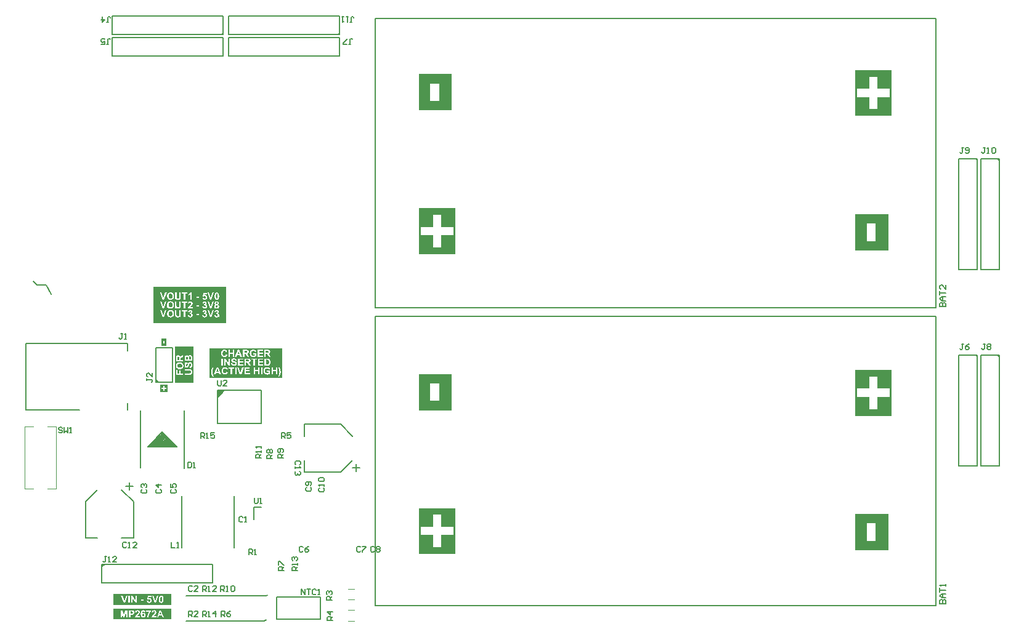
<source format=gto>
G04*
G04 #@! TF.GenerationSoftware,Altium Limited,Altium Designer,24.5.2 (23)*
G04*
G04 Layer_Color=65535*
%FSLAX44Y44*%
%MOMM*%
G71*
G04*
G04 #@! TF.SameCoordinates,7688A6CE-4724-4EBB-A06F-6B4FEE905E02*
G04*
G04*
G04 #@! TF.FilePolarity,Positive*
G04*
G01*
G75*
%ADD10C,0.1000*%
%ADD11C,0.1524*%
%ADD12C,0.2000*%
%ADD13C,0.1270*%
%ADD14C,0.0500*%
%ADD15C,0.1780*%
%ADD16C,0.1778*%
%ADD17C,0.2030*%
G36*
X1190000Y107500D02*
X1145000D01*
Y157500D01*
X1190000D01*
Y107500D01*
D02*
G37*
G36*
X590000Y300000D02*
X545000D01*
Y350000D01*
X590000D01*
Y300000D01*
D02*
G37*
G36*
X595000Y515000D02*
X545000D01*
Y578000D01*
X595000D01*
Y515000D01*
D02*
G37*
G36*
X1190000Y520000D02*
X1145000D01*
Y570000D01*
X1190000D01*
Y520000D01*
D02*
G37*
G36*
X205000Y32500D02*
X125000D01*
Y47500D01*
X205000D01*
Y32500D01*
D02*
G37*
G36*
X200000Y325000D02*
X190000D01*
Y335000D01*
X200000D01*
Y325000D01*
D02*
G37*
G36*
X280000Y452012D02*
D01*
Y439939D01*
Y420000D01*
X180000D01*
Y439939D01*
Y452012D01*
D01*
Y470000D01*
X280000D01*
Y452012D01*
D02*
G37*
G36*
X590000Y712500D02*
X545000D01*
Y762500D01*
X590000D01*
Y712500D01*
D02*
G37*
G36*
X357500Y373358D02*
Y361286D01*
Y345000D01*
X257500D01*
Y361286D01*
Y373358D01*
Y385000D01*
X357500D01*
Y373358D01*
D02*
G37*
G36*
X1195000Y292500D02*
X1145000D01*
Y355500D01*
X1195000D01*
Y292500D01*
D02*
G37*
G36*
X198500Y398500D02*
Y388500D01*
X191500D01*
Y398500D01*
X198500D01*
D02*
G37*
G36*
X1195000Y705000D02*
X1145000D01*
Y768000D01*
X1195000D01*
Y705000D01*
D02*
G37*
G36*
X595000Y102500D02*
X545000D01*
Y165500D01*
X595000D01*
Y102500D01*
D02*
G37*
G36*
X235000Y337500D02*
X210000D01*
Y387500D01*
X235000D01*
Y337500D01*
D02*
G37*
G36*
X205000Y12500D02*
X125000D01*
Y27500D01*
X205000D01*
Y12500D01*
D02*
G37*
%LPC*%
G36*
X1172872Y144582D02*
X1160559D01*
Y120418D01*
X1172872D01*
Y144582D01*
D02*
G37*
G36*
X572872Y337082D02*
X560559D01*
Y312918D01*
X572872D01*
Y337082D01*
D02*
G37*
G36*
X592405Y568883D02*
X564352D01*
Y552311D01*
X547595D01*
Y568883D01*
Y552311D01*
Y540831D01*
X564352D01*
Y524258D01*
X547595D01*
X575555D01*
Y540831D01*
X592405D01*
D01*
Y552311D01*
X575555D01*
Y568883D01*
X592405D01*
D02*
G37*
G36*
X1172872Y557082D02*
X1160559D01*
Y532918D01*
X1172872D01*
Y557082D01*
D02*
G37*
G36*
X157423Y44941D02*
X155604D01*
Y38372D01*
X151573Y44941D01*
X149670D01*
Y35186D01*
X151488D01*
Y41614D01*
X155449Y35186D01*
X157423D01*
Y44941D01*
D02*
G37*
G36*
X166741Y39669D02*
X163062D01*
Y37794D01*
X166741D01*
Y39669D01*
D02*
G37*
G36*
X187309Y44941D02*
X185208D01*
X182826Y37723D01*
X180345Y44941D01*
X178216D01*
X181712Y35186D01*
X183841D01*
X187309Y44941D01*
D02*
G37*
G36*
X144876D02*
X142776D01*
X140394Y37723D01*
X137913Y44941D01*
X135784D01*
X139280Y35186D01*
X141409D01*
X144876Y44941D01*
D02*
G37*
G36*
X177370Y44814D02*
X172422D01*
X171464Y39725D01*
X172972Y39514D01*
X173099Y39641D01*
X173226Y39753D01*
X173353Y39852D01*
X173479Y39937D01*
X173719Y40063D01*
X173945Y40148D01*
X174142Y40190D01*
X174283Y40219D01*
X174339Y40233D01*
X174424D01*
X174649Y40219D01*
X174861Y40162D01*
X175044Y40092D01*
X175199Y40007D01*
X175312Y39908D01*
X175411Y39838D01*
X175467Y39781D01*
X175481Y39767D01*
X175622Y39584D01*
X175721Y39373D01*
X175791Y39147D01*
X175834Y38922D01*
X175876Y38724D01*
X175890Y38569D01*
Y38499D01*
Y38456D01*
Y38428D01*
Y38414D01*
X175876Y38076D01*
X175834Y37780D01*
X175763Y37540D01*
X175693Y37343D01*
X175608Y37174D01*
X175552Y37061D01*
X175495Y37004D01*
X175481Y36976D01*
X175326Y36821D01*
X175157Y36694D01*
X174988Y36610D01*
X174833Y36553D01*
X174692Y36525D01*
X174579Y36511D01*
X174508Y36497D01*
X174480D01*
X174297Y36511D01*
X174114Y36553D01*
X173959Y36610D01*
X173832Y36680D01*
X173719Y36751D01*
X173634Y36807D01*
X173578Y36849D01*
X173564Y36863D01*
X173437Y37018D01*
X173324Y37174D01*
X173240Y37343D01*
X173183Y37498D01*
X173141Y37639D01*
X173113Y37766D01*
X173099Y37836D01*
Y37864D01*
X171238Y37667D01*
X171280Y37441D01*
X171322Y37230D01*
X171464Y36849D01*
X171619Y36511D01*
X171703Y36370D01*
X171802Y36229D01*
X171886Y36116D01*
X171957Y36018D01*
X172041Y35933D01*
X172098Y35848D01*
X172154Y35792D01*
X172197Y35750D01*
X172225Y35736D01*
X172239Y35722D01*
X172408Y35595D01*
X172577Y35482D01*
X172760Y35383D01*
X172944Y35313D01*
X173324Y35172D01*
X173663Y35087D01*
X173832Y35059D01*
X173973Y35045D01*
X174114Y35031D01*
X174226Y35017D01*
X174325Y35003D01*
X174452D01*
X174762Y35017D01*
X175058Y35059D01*
X175326Y35115D01*
X175580Y35200D01*
X175819Y35299D01*
X176031Y35411D01*
X176228Y35524D01*
X176411Y35651D01*
X176567Y35764D01*
X176708Y35877D01*
X176834Y35989D01*
X176933Y36088D01*
X177004Y36173D01*
X177060Y36229D01*
X177088Y36271D01*
X177102Y36285D01*
X177229Y36469D01*
X177342Y36652D01*
X177426Y36835D01*
X177511Y37033D01*
X177638Y37399D01*
X177723Y37737D01*
X177751Y37878D01*
X177765Y38019D01*
X177793Y38146D01*
Y38259D01*
X177807Y38344D01*
Y38456D01*
X177793Y38724D01*
X177765Y38978D01*
X177723Y39218D01*
X177666Y39443D01*
X177610Y39641D01*
X177525Y39838D01*
X177455Y40021D01*
X177370Y40176D01*
X177285Y40317D01*
X177215Y40444D01*
X177131Y40557D01*
X177074Y40641D01*
X177018Y40712D01*
X176975Y40768D01*
X176947Y40796D01*
X176933Y40811D01*
X176764Y40966D01*
X176595Y41107D01*
X176411Y41234D01*
X176228Y41346D01*
X176059Y41431D01*
X175876Y41501D01*
X175552Y41614D01*
X175397Y41656D01*
X175256Y41685D01*
X175129Y41699D01*
X175030Y41713D01*
X174945Y41727D01*
X174819D01*
X174579Y41713D01*
X174339Y41670D01*
X174128Y41628D01*
X173930Y41572D01*
X173775Y41501D01*
X173648Y41459D01*
X173564Y41417D01*
X173550Y41403D01*
X173536D01*
X173832Y43066D01*
X177370D01*
Y44814D01*
D02*
G37*
G36*
X147781Y44941D02*
X145807D01*
Y35186D01*
X147781D01*
Y44941D01*
D02*
G37*
G36*
X191185Y44997D02*
X191044D01*
X190791Y44983D01*
X190551Y44955D01*
X190311Y44899D01*
X190100Y44842D01*
X189902Y44758D01*
X189719Y44673D01*
X189564Y44589D01*
X189409Y44490D01*
X189282Y44391D01*
X189155Y44307D01*
X189056Y44222D01*
X188986Y44138D01*
X188916Y44081D01*
X188873Y44025D01*
X188845Y43997D01*
X188831Y43982D01*
X188662Y43743D01*
X188521Y43461D01*
X188394Y43165D01*
X188281Y42855D01*
X188197Y42530D01*
X188112Y42192D01*
X188056Y41868D01*
X187999Y41544D01*
X187971Y41234D01*
X187943Y40952D01*
X187915Y40684D01*
X187901Y40458D01*
X187887Y40275D01*
Y40007D01*
X187901Y39500D01*
X187929Y39034D01*
X187971Y38597D01*
X188027Y38203D01*
X188084Y37850D01*
X188154Y37526D01*
X188239Y37244D01*
X188323Y36990D01*
X188394Y36779D01*
X188479Y36581D01*
X188549Y36426D01*
X188619Y36300D01*
X188662Y36215D01*
X188704Y36144D01*
X188732Y36102D01*
X188746Y36088D01*
X188916Y35891D01*
X189099Y35736D01*
X189282Y35581D01*
X189480Y35468D01*
X189663Y35355D01*
X189860Y35271D01*
X190043Y35200D01*
X190227Y35144D01*
X190396Y35087D01*
X190551Y35059D01*
X190692Y35031D01*
X190805Y35017D01*
X190903D01*
X190988Y35003D01*
X191044D01*
X191298Y35017D01*
X191538Y35045D01*
X191777Y35101D01*
X191989Y35158D01*
X192186Y35228D01*
X192369Y35313D01*
X192524Y35411D01*
X192680Y35510D01*
X192806Y35595D01*
X192933Y35693D01*
X193032Y35778D01*
X193116Y35848D01*
X193173Y35905D01*
X193215Y35961D01*
X193243Y35989D01*
X193257Y36003D01*
X193427Y36243D01*
X193568Y36525D01*
X193709Y36821D01*
X193807Y37145D01*
X193906Y37470D01*
X193976Y37794D01*
X194047Y38132D01*
X194103Y38456D01*
X194132Y38767D01*
X194160Y39049D01*
X194188Y39316D01*
X194202Y39542D01*
X194216Y39725D01*
Y39993D01*
X194202Y40500D01*
X194174Y40966D01*
X194132Y41389D01*
X194061Y41783D01*
X193990Y42150D01*
X193920Y42474D01*
X193821Y42770D01*
X193737Y43024D01*
X193652Y43264D01*
X193568Y43447D01*
X193483Y43616D01*
X193412Y43757D01*
X193342Y43856D01*
X193300Y43926D01*
X193272Y43968D01*
X193257Y43982D01*
X193102Y44166D01*
X192933Y44321D01*
X192750Y44448D01*
X192567Y44574D01*
X192383Y44673D01*
X192200Y44744D01*
X192031Y44814D01*
X191848Y44871D01*
X191679Y44913D01*
X191538Y44941D01*
X191397Y44969D01*
X191284Y44983D01*
X191185Y44997D01*
D02*
G37*
%LPD*%
G36*
X191171Y43433D02*
X191284Y43418D01*
X191383Y43376D01*
X191467Y43334D01*
X191538Y43292D01*
X191594Y43264D01*
X191622Y43235D01*
X191636Y43221D01*
X191721Y43123D01*
X191805Y42996D01*
X191876Y42855D01*
X191946Y42714D01*
X191989Y42573D01*
X192031Y42460D01*
X192045Y42389D01*
X192059Y42375D01*
Y42361D01*
X192087Y42234D01*
X192116Y42079D01*
X192144Y41896D01*
X192172Y41713D01*
X192200Y41332D01*
X192214Y40938D01*
X192228Y40754D01*
Y40571D01*
X192243Y40416D01*
Y40275D01*
Y40162D01*
Y40063D01*
Y40007D01*
Y39993D01*
Y39683D01*
X192228Y39387D01*
Y39119D01*
X192214Y38879D01*
X192200Y38654D01*
X192186Y38456D01*
X192158Y38273D01*
X192144Y38118D01*
X192130Y37977D01*
X192101Y37864D01*
X192087Y37766D01*
X192073Y37681D01*
X192059Y37625D01*
Y37568D01*
X192045Y37554D01*
Y37540D01*
X191989Y37343D01*
X191918Y37188D01*
X191848Y37047D01*
X191791Y36948D01*
X191735Y36863D01*
X191679Y36807D01*
X191650Y36779D01*
X191636Y36765D01*
X191538Y36694D01*
X191439Y36638D01*
X191340Y36610D01*
X191242Y36581D01*
X191171Y36567D01*
X191101Y36553D01*
X191044D01*
X190917Y36567D01*
X190805Y36581D01*
X190706Y36624D01*
X190621Y36666D01*
X190551Y36694D01*
X190494Y36737D01*
X190466Y36751D01*
X190452Y36765D01*
X190368Y36863D01*
X190283Y36990D01*
X190212Y37131D01*
X190142Y37272D01*
X190100Y37399D01*
X190057Y37512D01*
X190043Y37582D01*
X190029Y37611D01*
X190001Y37752D01*
X189973Y37907D01*
X189945Y38076D01*
X189931Y38259D01*
X189902Y38654D01*
X189888Y39049D01*
X189874Y39232D01*
Y39415D01*
X189860Y39570D01*
Y39711D01*
Y39824D01*
Y39922D01*
Y39979D01*
Y39993D01*
Y40303D01*
X189874Y40599D01*
Y40853D01*
X189888Y41107D01*
X189902Y41318D01*
X189916Y41529D01*
X189931Y41699D01*
X189959Y41868D01*
X189973Y42009D01*
X189987Y42122D01*
X190001Y42220D01*
X190015Y42305D01*
X190029Y42361D01*
Y42418D01*
X190043Y42432D01*
Y42446D01*
X190100Y42643D01*
X190170Y42812D01*
X190227Y42939D01*
X190297Y43052D01*
X190354Y43123D01*
X190396Y43179D01*
X190424Y43207D01*
X190438Y43221D01*
X190537Y43292D01*
X190650Y43348D01*
X190748Y43390D01*
X190847Y43418D01*
X190917Y43433D01*
X190988Y43447D01*
X191044D01*
X191171Y43433D01*
D02*
G37*
%LPC*%
G36*
X195846Y333204D02*
X194140D01*
Y330681D01*
X191588D01*
Y333204D01*
Y326410D01*
Y328933D01*
X194140D01*
Y326410D01*
X191588D01*
X198412D01*
Y328933D01*
Y326410D01*
X195846D01*
Y328933D01*
X198412D01*
D01*
D01*
D01*
Y330681D01*
X195846D01*
Y333204D01*
D02*
G37*
G36*
X232643Y462007D02*
X228358D01*
X231121D01*
X230980Y461682D01*
X230797Y461386D01*
X230599Y461104D01*
X230402Y460879D01*
X230233Y460696D01*
X230077Y460555D01*
X230021Y460498D01*
X229979Y460456D01*
X229951Y460442D01*
X229937Y460428D01*
X229626Y460202D01*
X229330Y460005D01*
X229063Y459850D01*
X228823Y459737D01*
X228626Y459652D01*
X228485Y459582D01*
X228428Y459568D01*
X228386Y459554D01*
X228372Y459540D01*
X228358D01*
Y460061D01*
Y452195D01*
Y457848D01*
X228865Y458045D01*
X229316Y458257D01*
X229528Y458370D01*
X229725Y458497D01*
X229908Y458609D01*
X230077Y458722D01*
X230233Y458835D01*
X230374Y458933D01*
X230486Y459018D01*
X230585Y459103D01*
X230670Y459173D01*
X230726Y459215D01*
X230754Y459244D01*
X230768Y459258D01*
Y452195D01*
X232643D01*
Y462007D01*
D02*
G37*
G36*
X243103Y456678D02*
X239424D01*
Y454803D01*
X243103D01*
Y456678D01*
D02*
G37*
G36*
X254169Y461823D02*
X248784Y461823D01*
X247826Y456734D01*
X249334Y456523D01*
X249461Y456650D01*
X249588Y456763D01*
X249715Y456861D01*
X249841Y456946D01*
X250081Y457073D01*
X250307Y457157D01*
X250504Y457200D01*
X250645Y457228D01*
X250702Y457242D01*
X250786D01*
X251012Y457228D01*
X251223Y457171D01*
X251406Y457101D01*
X251561Y457016D01*
X251674Y456918D01*
X251773Y456847D01*
X251829Y456791D01*
X251843Y456777D01*
X251984Y456593D01*
X252083Y456382D01*
X252153Y456156D01*
X252196Y455931D01*
X252238Y455733D01*
X252252Y455578D01*
Y455508D01*
Y455466D01*
Y455437D01*
Y455423D01*
X252238Y455085D01*
X252196Y454789D01*
X252125Y454549D01*
X252055Y454352D01*
X251970Y454183D01*
X251914Y454070D01*
X251857Y454014D01*
X251843Y453985D01*
X251688Y453830D01*
X251519Y453703D01*
X251350Y453619D01*
X251195Y453563D01*
X251054Y453534D01*
X250941Y453520D01*
X250871Y453506D01*
X250842D01*
X250659Y453520D01*
X250476Y453563D01*
X250321Y453619D01*
X250194Y453689D01*
X250081Y453760D01*
X249997Y453816D01*
X249940Y453859D01*
X249926Y453873D01*
X249799Y454028D01*
X249687Y454183D01*
X249602Y454352D01*
X249545Y454507D01*
X249503Y454648D01*
X249475Y454775D01*
X249461Y454845D01*
Y454874D01*
X247600Y454676D01*
X247642Y454451D01*
X247685Y454239D01*
X247826Y453859D01*
X247981Y453520D01*
X248065Y453379D01*
X248164Y453238D01*
X248249Y453125D01*
X248319Y453027D01*
X248404Y452942D01*
X248460Y452858D01*
X248516Y452801D01*
X248559Y452759D01*
X248587Y452745D01*
X248601Y452731D01*
X248770Y452604D01*
X248939Y452491D01*
X249123Y452393D01*
X249306Y452322D01*
X249687Y452181D01*
X250025Y452096D01*
X250194Y452068D01*
X250335Y452054D01*
X250476Y452040D01*
X250589Y452026D01*
X250687Y452012D01*
X250814D01*
X251124Y452026D01*
X251420Y452068D01*
X251688Y452125D01*
X251942Y452209D01*
X252182Y452308D01*
X252393Y452421D01*
X252591Y452533D01*
X252774Y452660D01*
X252929Y452773D01*
X253070Y452886D01*
X253197Y452999D01*
X253295Y453097D01*
X253366Y453182D01*
X253422Y453238D01*
X253450Y453281D01*
X253465Y453295D01*
X253591Y453478D01*
X253704Y453661D01*
X253789Y453844D01*
X253873Y454042D01*
X254000Y454408D01*
X254085Y454747D01*
X254113Y454888D01*
X254127Y455029D01*
X254155Y455155D01*
Y455268D01*
X254169Y455353D01*
Y455466D01*
X254155Y455733D01*
X254127Y455987D01*
X254085Y456227D01*
X254028Y456452D01*
X253972Y456650D01*
X253887Y456847D01*
X253817Y457030D01*
X253732Y457186D01*
X253648Y457326D01*
X253577Y457453D01*
X253493Y457566D01*
X253436Y457651D01*
X253380Y457721D01*
X253338Y457777D01*
X253309Y457806D01*
X253295Y457820D01*
X253126Y457975D01*
X252957Y458116D01*
X252774Y458243D01*
X252591Y458355D01*
X252421Y458440D01*
X252238Y458511D01*
X251914Y458623D01*
X251759Y458666D01*
X251618Y458694D01*
X251491Y458708D01*
X251392Y458722D01*
X251308Y458736D01*
X251181D01*
X250941Y458722D01*
X250702Y458680D01*
X250490Y458637D01*
X250293Y458581D01*
X250138Y458511D01*
X250011Y458468D01*
X249926Y458426D01*
X249912Y458412D01*
X249898D01*
X250194Y460075D01*
X253732Y460075D01*
Y461823D01*
X254169D01*
D02*
G37*
G36*
X263671Y461950D02*
X254578D01*
D01*
X258074Y452195D01*
X260203D01*
X263671Y461950D01*
D02*
G37*
G36*
X227004Y461950D02*
X219265D01*
Y452195D01*
Y460301D01*
X222155D01*
Y452195D01*
X224129D01*
Y460301D01*
X227004D01*
Y461950D01*
D02*
G37*
G36*
X198514D02*
X189422D01*
X192918Y452195D01*
X195047D01*
X198514Y461950D01*
D02*
G37*
G36*
X267547Y462007D02*
X267406D01*
X267153Y461992D01*
X266913Y461964D01*
X266673Y461908D01*
X266462Y461852D01*
X266264Y461767D01*
X266081Y461682D01*
X265926Y461598D01*
X265771Y461499D01*
X265644Y461400D01*
X265517Y461316D01*
X265419Y461231D01*
X265348Y461147D01*
X265278Y461090D01*
X265236Y461034D01*
X265207Y461006D01*
X265193Y460992D01*
X265024Y460752D01*
X264883Y460470D01*
X264756Y460174D01*
X264643Y459864D01*
X264559Y459540D01*
X264474Y459201D01*
X264418Y458877D01*
X264361Y458553D01*
X264333Y458243D01*
X264305Y457961D01*
X264277Y457693D01*
X264263Y457467D01*
X264249Y457284D01*
Y457016D01*
X264263Y456509D01*
X264291Y456044D01*
X264333Y455607D01*
X264390Y455212D01*
X264446Y454860D01*
X264517Y454535D01*
X264601Y454253D01*
X264686Y453999D01*
X264756Y453788D01*
X264841Y453591D01*
X264911Y453436D01*
X264982Y453309D01*
X265024Y453224D01*
X265066Y453154D01*
X265095Y453111D01*
X265109Y453097D01*
X265278Y452900D01*
X265461Y452745D01*
X265644Y452590D01*
X265842Y452477D01*
X266025Y452364D01*
X266222Y452280D01*
X266406Y452209D01*
X266589Y452153D01*
X266758Y452096D01*
X266913Y452068D01*
X267054Y452040D01*
X267167Y452026D01*
X267265D01*
X267350Y452012D01*
X270578D01*
Y457002D01*
X270564Y457510D01*
X270536Y457975D01*
X270494Y458398D01*
X270423Y458792D01*
X270353Y459159D01*
X270282Y459483D01*
X270184Y459779D01*
X270099Y460033D01*
X270014Y460273D01*
X269930Y460456D01*
X269845Y460625D01*
X269775Y460766D01*
X269704Y460865D01*
X269662Y460935D01*
X269634Y460978D01*
X269620Y460992D01*
X269465Y461175D01*
X269295Y461330D01*
X269112Y461457D01*
X268929Y461584D01*
X268746Y461682D01*
X268562Y461753D01*
X268393Y461823D01*
X268210Y461880D01*
X268041Y461922D01*
X267900Y461950D01*
X267759Y461978D01*
X267646Y461992D01*
X267547Y462007D01*
D02*
G37*
G36*
X217869Y461950D02*
X210088D01*
Y452012D01*
Y456438D01*
X210102Y456156D01*
Y455888D01*
X210116Y455649D01*
X210130Y455423D01*
X210144Y455226D01*
X210159Y455043D01*
X210187Y454874D01*
X210201Y454733D01*
X210215Y454606D01*
X210229Y454493D01*
X210243Y454408D01*
X210257Y454338D01*
Y454296D01*
X210271Y454267D01*
Y454253D01*
X210342Y454042D01*
X210412Y453844D01*
X210511Y453661D01*
X210595Y453506D01*
X210680Y453365D01*
X210751Y453252D01*
X210807Y453196D01*
X210821Y453168D01*
X210990Y452985D01*
X211173Y452815D01*
X211371Y452674D01*
X211554Y452547D01*
X211709Y452449D01*
X211850Y452378D01*
X211935Y452336D01*
X211949Y452322D01*
X211963D01*
X212104Y452266D01*
X212259Y452223D01*
X212611Y452139D01*
X212964Y452082D01*
X213302Y452054D01*
X213457Y452040D01*
X213612Y452026D01*
X213739D01*
X213866Y452012D01*
X214091D01*
X214500Y452026D01*
X214867Y452054D01*
X215191Y452110D01*
X215459Y452167D01*
X215572Y452181D01*
X215685Y452209D01*
X215769Y452237D01*
X215840Y452266D01*
X215896Y452280D01*
X215938Y452294D01*
X215952Y452308D01*
X215966D01*
X216220Y452421D01*
X216446Y452562D01*
X216643Y452688D01*
X216812Y452815D01*
X216939Y452928D01*
X217038Y453013D01*
X217094Y453069D01*
X217108Y453097D01*
X217263Y453295D01*
X217390Y453506D01*
X217489Y453703D01*
X217574Y453901D01*
X217630Y454070D01*
X217672Y454211D01*
X217686Y454253D01*
Y454296D01*
X217700Y454310D01*
Y454324D01*
X217729Y454479D01*
X217757Y454648D01*
X217785Y454831D01*
X217799Y455014D01*
X217827Y455437D01*
X217855Y455846D01*
Y456030D01*
Y456213D01*
X217869Y456382D01*
Y461950D01*
D02*
G37*
G36*
X208566Y462133D02*
X199106D01*
D01*
X203815D01*
X203392Y462119D01*
X202983Y462077D01*
X202631Y462007D01*
X202321Y461936D01*
X202194Y461894D01*
X202067Y461866D01*
X201968Y461838D01*
X201884Y461795D01*
X201813Y461781D01*
X201757Y461753D01*
X201728Y461739D01*
X201714D01*
X201461Y461626D01*
X201221Y461485D01*
X201010Y461330D01*
X200826Y461189D01*
X200671Y461062D01*
X200544Y460949D01*
X200474Y460879D01*
X200460Y460865D01*
X200446Y460851D01*
X200248Y460625D01*
X200065Y460386D01*
X199910Y460174D01*
X199783Y459963D01*
X199684Y459779D01*
X199600Y459638D01*
X199586Y459582D01*
X199557Y459540D01*
X199543Y459525D01*
Y459511D01*
X199403Y459117D01*
X199290Y458694D01*
X199219Y458271D01*
X199163Y457876D01*
X199149Y457693D01*
X199135Y457524D01*
X199121Y457383D01*
Y457256D01*
X199106Y457143D01*
Y452012D01*
Y457002D01*
X199121Y456579D01*
X199163Y456171D01*
X199219Y455790D01*
X199304Y455437D01*
X199403Y455113D01*
X199515Y454817D01*
X199628Y454535D01*
X199755Y454296D01*
X199868Y454070D01*
X199980Y453887D01*
X200093Y453718D01*
X200192Y453577D01*
X200277Y453478D01*
X200333Y453393D01*
X200375Y453351D01*
X200389Y453337D01*
X200643Y453097D01*
X200911Y452900D01*
X201179Y452717D01*
X201475Y452576D01*
X201757Y452449D01*
X202053Y452336D01*
X202321Y452252D01*
X202603Y452181D01*
X202856Y452125D01*
X203096Y452082D01*
X203307Y452054D01*
X203491Y452040D01*
X203632Y452026D01*
X203744Y452012D01*
X203843D01*
X204238Y452026D01*
X204604Y452068D01*
X204957Y452139D01*
X205281Y452223D01*
X205591Y452322D01*
X205873Y452435D01*
X206127Y452547D01*
X206366Y452674D01*
X206564Y452801D01*
X206747Y452914D01*
X206902Y453027D01*
X207029Y453125D01*
X207142Y453210D01*
X207212Y453281D01*
X207255Y453323D01*
X207269Y453337D01*
X207494Y453605D01*
X207691Y453887D01*
X207875Y454183D01*
X208016Y454479D01*
X208143Y454789D01*
X208255Y455099D01*
X208340Y455409D01*
X208410Y455705D01*
X208453Y455973D01*
X208495Y456241D01*
X208523Y456466D01*
X208551Y456664D01*
Y456833D01*
X208566Y456960D01*
Y457059D01*
X208551Y457496D01*
X208509Y457904D01*
X208453Y458285D01*
X208368Y458652D01*
X208270Y458976D01*
X208157Y459286D01*
X208044Y459568D01*
X207917Y459808D01*
X207790Y460033D01*
X207677Y460230D01*
X207565Y460400D01*
X207466Y460541D01*
X207395Y460639D01*
X207325Y460724D01*
X207283Y460766D01*
X207269Y460780D01*
X207015Y461020D01*
X206747Y461231D01*
X206465Y461414D01*
X206183Y461570D01*
X205887Y461697D01*
X205605Y461809D01*
X205323Y461894D01*
X205055Y461964D01*
X204802Y462021D01*
X204562Y462063D01*
X204350Y462091D01*
X204167Y462119D01*
X204026D01*
X203913Y462133D01*
X208566D01*
D01*
D02*
G37*
G36*
X243068Y444605D02*
X239389D01*
Y442730D01*
X243068D01*
Y444605D01*
D02*
G37*
G36*
X217834Y449878D02*
X215861D01*
Y444464D01*
Y444253D01*
Y444055D01*
X215847Y443872D01*
Y443703D01*
X215833Y443562D01*
Y443421D01*
X215818Y443294D01*
Y443181D01*
X215790Y443012D01*
X215776Y442885D01*
X215762Y442815D01*
Y442787D01*
X215720Y442603D01*
X215649Y442448D01*
X215565Y442308D01*
X215480Y442181D01*
X215396Y442082D01*
X215325Y442011D01*
X215269Y441969D01*
X215254Y441955D01*
X215085Y441842D01*
X214874Y441758D01*
X214677Y441701D01*
X214465Y441659D01*
X214282Y441631D01*
X214141Y441617D01*
X214000D01*
X213704Y441631D01*
X213450Y441673D01*
X213225Y441730D01*
X213027Y441800D01*
X212886Y441856D01*
X212773Y441913D01*
X212717Y441955D01*
X212689Y441969D01*
X212534Y442110D01*
X212407Y442279D01*
X212294Y442434D01*
X212224Y442589D01*
X212167Y442730D01*
X212125Y442843D01*
X212097Y442914D01*
Y442942D01*
X212083Y443026D01*
X212069Y443111D01*
Y443224D01*
X212055Y443351D01*
X212040Y443619D01*
Y443900D01*
X212026Y444154D01*
Y444267D01*
Y444380D01*
Y444464D01*
Y444521D01*
Y444563D01*
Y444577D01*
Y449878D01*
X210053D01*
Y439939D01*
Y444366D01*
X210067Y444084D01*
Y443816D01*
X210081Y443576D01*
X210095Y443351D01*
X210109Y443153D01*
X210123Y442970D01*
X210151Y442801D01*
X210166Y442660D01*
X210180Y442533D01*
X210194Y442420D01*
X210208Y442336D01*
X210222Y442265D01*
Y442223D01*
X210236Y442195D01*
Y442181D01*
X210306Y441969D01*
X210377Y441772D01*
X210476Y441589D01*
X210560Y441433D01*
X210645Y441292D01*
X210715Y441180D01*
X210772Y441123D01*
X210786Y441095D01*
X210955Y440912D01*
X211138Y440743D01*
X211336Y440602D01*
X211519Y440475D01*
X211674Y440376D01*
X211815Y440306D01*
X211899Y440263D01*
X211914Y440249D01*
X211928D01*
X212069Y440193D01*
X212224Y440151D01*
X212576Y440066D01*
X212929Y440010D01*
X213267Y439981D01*
X213422Y439967D01*
X213577Y439953D01*
X213704D01*
X213831Y439939D01*
X210053D01*
X214056D01*
X214465Y439953D01*
X214832Y439981D01*
X215156Y440038D01*
X215424Y440094D01*
X215536Y440108D01*
X215649Y440136D01*
X215734Y440165D01*
X215804Y440193D01*
X215861Y440207D01*
X215903Y440221D01*
X215917Y440235D01*
X215931D01*
X216185Y440348D01*
X216411Y440489D01*
X216608Y440616D01*
X216777Y440743D01*
X216904Y440855D01*
X217003Y440940D01*
X217059Y440997D01*
X217073Y441025D01*
X217228Y441222D01*
X217355Y441433D01*
X217454Y441631D01*
X217538Y441828D01*
X217595Y441997D01*
X217637Y442138D01*
X217651Y442181D01*
Y442223D01*
X217665Y442237D01*
Y442251D01*
X217693Y442406D01*
X217722Y442575D01*
X217750Y442759D01*
X217764Y442942D01*
X217792Y443365D01*
X217820Y443774D01*
Y443957D01*
Y444140D01*
X217834Y444309D01*
Y449878D01*
D02*
G37*
G36*
X250737Y449934D02*
X250610D01*
X250314Y449920D01*
X250046Y449892D01*
X249792Y449835D01*
X249581Y449779D01*
X249412Y449723D01*
X249271Y449666D01*
X249186Y449638D01*
X249172Y449624D01*
X249158D01*
X248932Y449497D01*
X248721Y449356D01*
X248552Y449215D01*
X248411Y449088D01*
X248298Y448961D01*
X248213Y448863D01*
X248157Y448806D01*
X248143Y448778D01*
X248016Y448567D01*
X247903Y448341D01*
X247819Y448101D01*
X247734Y447876D01*
X247678Y447664D01*
X247635Y447509D01*
X247621Y447439D01*
Y447397D01*
X247607Y447368D01*
Y447354D01*
X249327Y447072D01*
X249369Y447298D01*
X249426Y447495D01*
X249482Y447664D01*
X249552Y447791D01*
X249623Y447904D01*
X249679Y447989D01*
X249722Y448031D01*
X249736Y448045D01*
X249863Y448158D01*
X250004Y448242D01*
X250145Y448299D01*
X250271Y448341D01*
X250384Y448369D01*
X250469Y448383D01*
X250553D01*
X250723Y448369D01*
X250892Y448341D01*
X251019Y448285D01*
X251131Y448242D01*
X251230Y448186D01*
X251287Y448130D01*
X251329Y448101D01*
X251343Y448087D01*
X251441Y447975D01*
X251512Y447834D01*
X251568Y447707D01*
X251597Y447580D01*
X251625Y447467D01*
X251639Y447382D01*
Y447326D01*
Y447298D01*
X251625Y447086D01*
X251583Y446903D01*
X251512Y446748D01*
X251441Y446621D01*
X251357Y446508D01*
X251301Y446438D01*
X251244Y446381D01*
X251230Y446367D01*
X251061Y446255D01*
X250878Y446170D01*
X250680Y446114D01*
X250497Y446071D01*
X250328Y446057D01*
X250187Y446043D01*
X250060D01*
X249863Y444535D01*
X250046Y444577D01*
X250201Y444619D01*
X250356Y444648D01*
X250483Y444662D01*
X250582Y444676D01*
X250723D01*
X250920Y444662D01*
X251089Y444605D01*
X251244Y444549D01*
X251385Y444464D01*
X251484Y444394D01*
X251568Y444323D01*
X251625Y444267D01*
X251639Y444253D01*
X251766Y444084D01*
X251864Y443900D01*
X251935Y443717D01*
X251991Y443534D01*
X252020Y443365D01*
X252034Y443238D01*
Y443153D01*
Y443139D01*
Y443125D01*
X252020Y442857D01*
X251977Y442618D01*
X251907Y442406D01*
X251836Y442237D01*
X251752Y442110D01*
X251695Y442011D01*
X251639Y441941D01*
X251625Y441927D01*
X251470Y441786D01*
X251301Y441673D01*
X251145Y441603D01*
X250990Y441546D01*
X250849Y441518D01*
X250751Y441504D01*
X250680Y441490D01*
X250652D01*
X250455Y441504D01*
X250286Y441546D01*
X250131Y441603D01*
X249989Y441673D01*
X249891Y441730D01*
X249806Y441786D01*
X249750Y441828D01*
X249736Y441842D01*
X249609Y441997D01*
X249496Y442166D01*
X249426Y442350D01*
X249355Y442519D01*
X249313Y442674D01*
X249285Y442801D01*
X249271Y442885D01*
Y442900D01*
Y442914D01*
X247466Y442688D01*
X247494Y442463D01*
X247551Y442251D01*
X247678Y441856D01*
X247833Y441518D01*
X247931Y441377D01*
X248016Y441236D01*
X248100Y441109D01*
X248185Y441011D01*
X248256Y440912D01*
X248326Y440841D01*
X248382Y440785D01*
X248425Y440743D01*
X248453Y440714D01*
X248467Y440700D01*
X248636Y440574D01*
X248820Y440447D01*
X248989Y440348D01*
X249186Y440263D01*
X249552Y440122D01*
X249891Y440038D01*
X250060Y440010D01*
X250201Y439981D01*
X250328Y439967D01*
X250441Y439953D01*
X250539Y439939D01*
X247466D01*
X253951Y439939D01*
X250666Y439939D01*
X250920Y439953D01*
X251174Y439981D01*
X251399Y440024D01*
X251625Y440080D01*
X251822Y440151D01*
X252020Y440221D01*
X252203Y440306D01*
X252358Y440390D01*
X252499Y440475D01*
X252640Y440560D01*
X252738Y440630D01*
X252837Y440700D01*
X252908Y440757D01*
X252964Y440799D01*
X252992Y440827D01*
X253006Y440841D01*
X253176Y441011D01*
X253316Y441194D01*
X253443Y441377D01*
X253556Y441560D01*
X253641Y441758D01*
X253725Y441941D01*
X253838Y442279D01*
X253866Y442434D01*
X253894Y442589D01*
X253923Y442716D01*
X253937Y442829D01*
X253951Y442914D01*
Y443041D01*
X253923Y443365D01*
X253866Y443647D01*
X253796Y443915D01*
X253697Y444126D01*
X253598Y444309D01*
X253528Y444436D01*
X253472Y444521D01*
X253443Y444549D01*
X253246Y444760D01*
X253020Y444944D01*
X252795Y445085D01*
X252583Y445197D01*
X252400Y445282D01*
X252245Y445324D01*
X252189Y445352D01*
X252146D01*
X252118Y445367D01*
X252104D01*
X252358Y445522D01*
X252569Y445677D01*
X252753Y445846D01*
X252922Y446015D01*
X253063Y446184D01*
X253176Y446353D01*
X253260Y446522D01*
X253345Y446678D01*
X253401Y446833D01*
X253443Y446974D01*
X253472Y447100D01*
X253486Y447213D01*
X253500Y447298D01*
X253514Y447368D01*
Y447411D01*
Y447425D01*
X253500Y447594D01*
X253486Y447749D01*
X253401Y448059D01*
X253302Y448341D01*
X253176Y448581D01*
X253049Y448778D01*
X252936Y448919D01*
X252894Y448975D01*
X252851Y449018D01*
X252837Y449032D01*
X252823Y449046D01*
X252668Y449201D01*
X252485Y449342D01*
X252316Y449455D01*
X252132Y449553D01*
X251935Y449652D01*
X251752Y449723D01*
X251399Y449821D01*
X251244Y449864D01*
X251089Y449892D01*
X250962Y449906D01*
X250835Y449920D01*
X250737Y449934D01*
D02*
G37*
G36*
X263635Y449878D02*
X254543D01*
X258039Y440122D01*
X260168D01*
X263635Y449878D01*
D02*
G37*
G36*
X234144Y449934D02*
X227589D01*
X231043D01*
X230804Y449920D01*
X230578Y449906D01*
X230141Y449835D01*
X229774Y449723D01*
X229605Y449666D01*
X229450Y449596D01*
X229309Y449539D01*
X229196Y449469D01*
X229084Y449412D01*
X228999Y449370D01*
X228929Y449314D01*
X228886Y449286D01*
X228858Y449271D01*
X228844Y449257D01*
X228689Y449116D01*
X228548Y448975D01*
X228421Y448806D01*
X228308Y448623D01*
X228139Y448256D01*
X227998Y447904D01*
X227956Y447721D01*
X227914Y447566D01*
X227871Y447425D01*
X227857Y447298D01*
X227829Y447185D01*
Y447114D01*
X227815Y447058D01*
Y447044D01*
X229676Y446861D01*
X229704Y447143D01*
X229760Y447382D01*
X229817Y447594D01*
X229887Y447749D01*
X229944Y447876D01*
X230000Y447960D01*
X230042Y448017D01*
X230056Y448031D01*
X230197Y448144D01*
X230352Y448228D01*
X230508Y448299D01*
X230663Y448341D01*
X230789Y448369D01*
X230902Y448383D01*
X231001D01*
X231212Y448369D01*
X231396Y448327D01*
X231551Y448270D01*
X231692Y448214D01*
X231790Y448158D01*
X231875Y448101D01*
X231917Y448059D01*
X231931Y448045D01*
X232044Y447904D01*
X232129Y447749D01*
X232185Y447594D01*
X232227Y447439D01*
X232255Y447298D01*
X232270Y447171D01*
Y447100D01*
Y447086D01*
Y447072D01*
X232255Y446861D01*
X232213Y446663D01*
X232143Y446466D01*
X232072Y446297D01*
X232002Y446142D01*
X231931Y446029D01*
X231889Y445959D01*
X231875Y445930D01*
X231819Y445846D01*
X231734Y445747D01*
X231621Y445620D01*
X231508Y445508D01*
X231255Y445240D01*
X231001Y444972D01*
X230747Y444718D01*
X230634Y444605D01*
X230522Y444521D01*
X230437Y444436D01*
X230381Y444380D01*
X230338Y444337D01*
X230324Y444323D01*
X230042Y444055D01*
X229788Y443802D01*
X229549Y443562D01*
X229337Y443351D01*
X229140Y443139D01*
X228971Y442942D01*
X228816Y442773D01*
X228689Y442603D01*
X228576Y442463D01*
X228477Y442336D01*
X228393Y442237D01*
X228337Y442138D01*
X228280Y442082D01*
X228252Y442025D01*
X228224Y441997D01*
Y441983D01*
X228041Y441659D01*
X227899Y441321D01*
X227787Y441011D01*
X227702Y440729D01*
X227646Y440475D01*
X227632Y440376D01*
X227618Y440292D01*
X227603Y440221D01*
X227589Y440165D01*
Y440122D01*
X234144D01*
Y444619D01*
Y441856D01*
X230423D01*
X230536Y442040D01*
X230663Y442195D01*
X230719Y442265D01*
X230761Y442322D01*
X230789Y442350D01*
X230804Y442364D01*
X230860Y442420D01*
X230916Y442491D01*
X231085Y442646D01*
X231269Y442829D01*
X231452Y443012D01*
X231635Y443181D01*
X231790Y443322D01*
X231847Y443379D01*
X231889Y443421D01*
X231917Y443435D01*
X231931Y443449D01*
X232241Y443745D01*
X232495Y443985D01*
X232707Y444211D01*
X232876Y444380D01*
X233003Y444521D01*
X233087Y444619D01*
X233144Y444690D01*
X233158Y444704D01*
X233341Y444944D01*
X233496Y445169D01*
X233623Y445381D01*
X233722Y445564D01*
X233806Y445719D01*
X233863Y445846D01*
X233891Y445916D01*
X233905Y445945D01*
X233989Y446170D01*
X234046Y446396D01*
X234088Y446607D01*
X234116Y446804D01*
X234130Y446959D01*
X234144Y447086D01*
Y447199D01*
X234130Y447411D01*
X234102Y447622D01*
X234074Y447819D01*
X234018Y448003D01*
X233877Y448327D01*
X233736Y448609D01*
X233651Y448736D01*
X233581Y448834D01*
X233510Y448933D01*
X233440Y449003D01*
X233383Y449060D01*
X233355Y449116D01*
X233327Y449130D01*
X233313Y449145D01*
X233158Y449286D01*
X232974Y449412D01*
X232805Y449511D01*
X232608Y449596D01*
X232241Y449737D01*
X231875Y449835D01*
X231706Y449864D01*
X231551Y449892D01*
X231410Y449906D01*
X231283Y449920D01*
X231184Y449934D01*
X234144D01*
D02*
G37*
G36*
X226969Y449878D02*
X219230D01*
Y440122D01*
Y448228D01*
X222120D01*
Y440122D01*
X224093D01*
Y448228D01*
X226969D01*
Y449878D01*
D02*
G37*
G36*
X198479D02*
X189387D01*
X192883Y440122D01*
X195011D01*
X198479Y449878D01*
D02*
G37*
G36*
X270613Y449934D02*
X264185D01*
D01*
X267357D01*
X267103Y449920D01*
X266864Y449906D01*
X266638Y449864D01*
X266427Y449821D01*
X266229Y449765D01*
X266046Y449708D01*
X265891Y449638D01*
X265750Y449581D01*
X265609Y449511D01*
X265496Y449441D01*
X265412Y449384D01*
X265327Y449328D01*
X265271Y449286D01*
X265228Y449243D01*
X265200Y449229D01*
X265186Y449215D01*
X265059Y449074D01*
X264932Y448933D01*
X264834Y448778D01*
X264749Y448637D01*
X264608Y448327D01*
X264524Y448045D01*
X264467Y447791D01*
X264453Y447678D01*
X264439Y447594D01*
X264425Y447509D01*
Y447453D01*
Y447425D01*
Y447411D01*
X264439Y447171D01*
X264481Y446959D01*
X264524Y446748D01*
X264594Y446579D01*
X264650Y446424D01*
X264693Y446325D01*
X264735Y446255D01*
X264749Y446227D01*
X264890Y446043D01*
X265059Y445874D01*
X265228Y445733D01*
X265412Y445606D01*
X265567Y445522D01*
X265694Y445451D01*
X265778Y445409D01*
X265792Y445395D01*
X265806D01*
X265510Y445240D01*
X265257Y445085D01*
X265045Y444915D01*
X264876Y444746D01*
X264735Y444591D01*
X264636Y444478D01*
X264580Y444394D01*
X264566Y444380D01*
Y444366D01*
X264439Y444112D01*
X264340Y443858D01*
X264284Y443604D01*
X264228Y443379D01*
X264199Y443196D01*
X264185Y443041D01*
Y439939D01*
Y442900D01*
X264199Y442632D01*
X264228Y442392D01*
X264284Y442152D01*
X264354Y441941D01*
X264425Y441730D01*
X264510Y441546D01*
X264608Y441377D01*
X264707Y441222D01*
X264806Y441095D01*
X264904Y440968D01*
X264989Y440870D01*
X265059Y440785D01*
X265130Y440714D01*
X265186Y440672D01*
X265214Y440644D01*
X265228Y440630D01*
X265398Y440503D01*
X265581Y440404D01*
X265764Y440306D01*
X265947Y440235D01*
X266314Y440108D01*
X266666Y440024D01*
X266835Y439996D01*
X266976Y439981D01*
X267103Y439967D01*
X267216Y439953D01*
X267315Y439939D01*
X267442D01*
X267710Y439953D01*
X267949Y439981D01*
X268189Y440024D01*
X268414Y440066D01*
X268612Y440137D01*
X268795Y440207D01*
X268978Y440277D01*
X269133Y440362D01*
X269274Y440447D01*
X269387Y440517D01*
X269500Y440588D01*
X269584Y440658D01*
X269655Y440700D01*
X269697Y440743D01*
X269725Y440771D01*
X269739Y440785D01*
X269895Y440954D01*
X270021Y441123D01*
X270148Y441307D01*
X270247Y441490D01*
X270331Y441673D01*
X270402Y441856D01*
X270501Y442209D01*
X270543Y442364D01*
X270571Y442505D01*
X270585Y442646D01*
X270599Y442759D01*
X270613Y442857D01*
Y443041D01*
Y442984D01*
X270599Y443280D01*
X270543Y443548D01*
X270487Y443802D01*
X270402Y444013D01*
X270331Y444182D01*
X270261Y444309D01*
X270205Y444394D01*
X270191Y444422D01*
X270021Y444648D01*
X269824Y444845D01*
X269613Y445014D01*
X269415Y445141D01*
X269232Y445254D01*
X269091Y445338D01*
X269035Y445367D01*
X268992Y445381D01*
X268964Y445395D01*
X268950D01*
X269176Y445508D01*
X269373Y445634D01*
X269542Y445761D01*
X269683Y445902D01*
X269796Y446015D01*
X269866Y446114D01*
X269923Y446170D01*
X269937Y446198D01*
X270064Y446410D01*
X270148Y446621D01*
X270219Y446819D01*
X270261Y447002D01*
X270289Y447171D01*
X270303Y447298D01*
Y447382D01*
Y447397D01*
Y447411D01*
X270289Y447608D01*
X270275Y447805D01*
X270176Y448158D01*
X270064Y448454D01*
X269923Y448722D01*
X269768Y448933D01*
X269711Y449018D01*
X269655Y449088D01*
X269599Y449145D01*
X269556Y449187D01*
X269542Y449201D01*
X269528Y449215D01*
X269373Y449342D01*
X269218Y449455D01*
X269035Y449553D01*
X268865Y449638D01*
X268499Y449765D01*
X268146Y449849D01*
X267991Y449878D01*
X267836Y449892D01*
X267710Y449906D01*
X267583Y449920D01*
X267498Y449934D01*
X270613D01*
D01*
D02*
G37*
G36*
X203878Y450061D02*
X203780D01*
X203357Y450047D01*
X202948Y450004D01*
X202595Y449934D01*
X202285Y449864D01*
X202158Y449821D01*
X202031Y449793D01*
X201933Y449765D01*
X201848Y449723D01*
X201778Y449708D01*
X201721Y449680D01*
X201693Y449666D01*
X201679D01*
X201425Y449553D01*
X201186Y449412D01*
X200974Y449257D01*
X200791Y449116D01*
X200636Y448989D01*
X200509Y448877D01*
X200439Y448806D01*
X200424Y448792D01*
X200410Y448778D01*
X200213Y448552D01*
X200030Y448313D01*
X199875Y448101D01*
X199748Y447890D01*
X199649Y447707D01*
X199565Y447566D01*
X199550Y447509D01*
X199522Y447467D01*
X199508Y447453D01*
Y447439D01*
X199367Y447044D01*
X199254Y446621D01*
X199184Y446198D01*
X199128Y445803D01*
X199114Y445620D01*
X199099Y445451D01*
X199085Y445310D01*
Y445183D01*
X199071Y445070D01*
Y439939D01*
Y444930D01*
X199085Y444507D01*
X199128Y444098D01*
X199184Y443717D01*
X199268Y443365D01*
X199367Y443041D01*
X199480Y442744D01*
X199593Y442463D01*
X199720Y442223D01*
X199832Y441997D01*
X199945Y441814D01*
X200058Y441645D01*
X200157Y441504D01*
X200241Y441405D01*
X200298Y441321D01*
X200340Y441278D01*
X200354Y441264D01*
X200608Y441025D01*
X200876Y440827D01*
X201143Y440644D01*
X201439Y440503D01*
X201721Y440376D01*
X202017Y440263D01*
X202285Y440179D01*
X202567Y440108D01*
X202821Y440052D01*
X203061Y440010D01*
X203272Y439981D01*
X203455Y439967D01*
X203596Y439953D01*
X203709Y439939D01*
X199071D01*
X208530D01*
X203808D01*
X204202Y439953D01*
X204569Y439996D01*
X204921Y440066D01*
X205246Y440151D01*
X205556Y440249D01*
X205838Y440362D01*
X206091Y440475D01*
X206331Y440602D01*
X206528Y440729D01*
X206712Y440841D01*
X206867Y440954D01*
X206994Y441053D01*
X207106Y441137D01*
X207177Y441208D01*
X207219Y441250D01*
X207233Y441264D01*
X207459Y441532D01*
X207656Y441814D01*
X207840Y442110D01*
X207980Y442406D01*
X208107Y442716D01*
X208220Y443026D01*
X208305Y443337D01*
X208375Y443633D01*
X208417Y443900D01*
X208460Y444168D01*
X208488Y444394D01*
X208516Y444591D01*
Y444760D01*
X208530Y444887D01*
Y444986D01*
X208516Y445423D01*
X208474Y445832D01*
X208417Y446212D01*
X208333Y446579D01*
X208234Y446903D01*
X208121Y447213D01*
X208009Y447495D01*
X207882Y447735D01*
X207755Y447960D01*
X207642Y448158D01*
X207529Y448327D01*
X207431Y448468D01*
X207360Y448567D01*
X207290Y448651D01*
X207247Y448693D01*
X207233Y448708D01*
X206980Y448947D01*
X206712Y449159D01*
X206430Y449342D01*
X206148Y449497D01*
X205852Y449624D01*
X205570Y449737D01*
X205288Y449821D01*
X205020Y449892D01*
X204766Y449948D01*
X204527Y449990D01*
X204315Y450019D01*
X204132Y450047D01*
X203991D01*
X203878Y450061D01*
D02*
G37*
G36*
X213936Y437805D02*
X212019D01*
D01*
X213936D01*
D02*
G37*
G36*
X199064Y437988D02*
D01*
Y434309D01*
Y437988D01*
D02*
G37*
G36*
X208523D02*
X199064D01*
D01*
X203773D01*
X203350Y437974D01*
X202941Y437932D01*
X202588Y437861D01*
X202278Y437791D01*
X202151Y437748D01*
X202024Y437720D01*
X201926Y437692D01*
X201841Y437650D01*
X201771Y437636D01*
X201714Y437607D01*
X201686Y437593D01*
X201672D01*
X201418Y437481D01*
X201179Y437340D01*
X200967Y437185D01*
X200784Y437044D01*
X200629Y436917D01*
X200502Y436804D01*
X200432Y436734D01*
X200417Y436719D01*
X200403Y436705D01*
X200206Y436480D01*
X200023Y436240D01*
X199868Y436029D01*
X199741Y435817D01*
X199642Y435634D01*
X199557Y435493D01*
X199543Y435437D01*
X199515Y435394D01*
X199501Y435380D01*
Y435366D01*
X199360Y434971D01*
X199247Y434548D01*
X199177Y434126D01*
X199121Y433731D01*
X199106Y433548D01*
X199092Y433378D01*
X199078Y433237D01*
Y433111D01*
X199064Y432998D01*
Y434309D01*
Y432857D01*
X199078Y432434D01*
X199121Y432025D01*
X199177Y431645D01*
X199261Y431292D01*
X199360Y430968D01*
X199473Y430672D01*
X199586Y430390D01*
X199713Y430150D01*
X199825Y429925D01*
X199938Y429741D01*
X200051Y429572D01*
X200150Y429431D01*
X200234Y429333D01*
X200291Y429248D01*
X200333Y429206D01*
X200347Y429192D01*
X200601Y428952D01*
X200869Y428755D01*
X201136Y428571D01*
X201432Y428430D01*
X201714Y428303D01*
X202010Y428191D01*
X202278Y428106D01*
X202560Y428036D01*
X202814Y427979D01*
X203054Y427937D01*
X203265Y427909D01*
X203448Y427895D01*
X203589Y427881D01*
X203702Y427867D01*
X203801D01*
X204195Y427881D01*
X204562Y427923D01*
X204914Y427993D01*
X205239Y428078D01*
X205549Y428177D01*
X205831Y428289D01*
X206084Y428402D01*
X206324Y428529D01*
X206521Y428656D01*
X206705Y428769D01*
X206860Y428881D01*
X206987Y428980D01*
X207099Y429065D01*
X207170Y429135D01*
X207212Y429178D01*
X207226Y429192D01*
X207452Y429459D01*
X207649Y429741D01*
X207833Y430037D01*
X207973Y430334D01*
X208100Y430644D01*
X208213Y430954D01*
X208298Y431264D01*
X208368Y431560D01*
X208410Y431828D01*
X208453Y432096D01*
X208481Y432321D01*
X208509Y432519D01*
Y432688D01*
X208523Y432815D01*
Y427867D01*
D01*
Y437988D01*
D02*
G37*
G36*
X243061Y432533D02*
X239382D01*
Y430658D01*
X243061D01*
Y432533D01*
D02*
G37*
G36*
X217827Y437805D02*
X215854D01*
Y432392D01*
Y432180D01*
Y431983D01*
X215840Y431800D01*
Y431630D01*
X215826Y431489D01*
Y431348D01*
X215811Y431222D01*
Y431109D01*
X215783Y430940D01*
X215769Y430813D01*
X215755Y430742D01*
Y430714D01*
X215713Y430531D01*
X215642Y430376D01*
X215558Y430235D01*
X215473Y430108D01*
X215389Y430009D01*
X215318Y429939D01*
X215262Y429897D01*
X215247Y429882D01*
X215078Y429770D01*
X214867Y429685D01*
X214669Y429629D01*
X214458Y429586D01*
X214275Y429558D01*
X214134Y429544D01*
X213993D01*
X213697Y429558D01*
X213443Y429600D01*
X213218Y429657D01*
X213020Y429727D01*
X212879Y429784D01*
X212766Y429840D01*
X212710Y429882D01*
X212682Y429897D01*
X212527Y430037D01*
X212400Y430207D01*
X212287Y430362D01*
X212217Y430517D01*
X212160Y430658D01*
X212118Y430770D01*
X212090Y430841D01*
Y430869D01*
X212076Y430954D01*
X212062Y431038D01*
Y431151D01*
X212048Y431278D01*
X212033Y431546D01*
Y431828D01*
X212019Y432081D01*
Y432194D01*
Y432307D01*
Y432392D01*
Y432448D01*
Y432490D01*
Y432504D01*
Y437805D01*
X210046D01*
Y432293D01*
X210060Y432011D01*
Y431743D01*
X210074Y431503D01*
X210088Y431278D01*
X210102Y431081D01*
X210116Y430897D01*
X210144Y430728D01*
X210159Y430587D01*
X210173Y430460D01*
X210187Y430348D01*
X210201Y430263D01*
X210215Y430192D01*
Y430150D01*
X210229Y430122D01*
Y430108D01*
X210299Y429897D01*
X210370Y429699D01*
X210469Y429516D01*
X210553Y429361D01*
X210638Y429220D01*
X210708Y429107D01*
X210765Y429051D01*
X210779Y429022D01*
X210948Y428839D01*
X211131Y428670D01*
X211329Y428529D01*
X211512Y428402D01*
X211667Y428303D01*
X211808Y428233D01*
X211892Y428191D01*
X211907Y428177D01*
X211921D01*
X212062Y428120D01*
X212217Y428078D01*
X212569Y427993D01*
X212922Y427937D01*
X213260Y427909D01*
X213415Y427895D01*
X213570Y427881D01*
X213697D01*
X213824Y427867D01*
X214049D01*
X214458Y427881D01*
X214825Y427909D01*
X215149Y427965D01*
X215417Y428022D01*
X215529Y428036D01*
X215642Y428064D01*
X215727Y428092D01*
X215797Y428120D01*
X215854Y428134D01*
X215896Y428148D01*
X215910Y428162D01*
X215924D01*
X216178Y428275D01*
X216404Y428416D01*
X216601Y428543D01*
X216770Y428670D01*
X216897Y428783D01*
X216996Y428867D01*
X217052Y428924D01*
X217066Y428952D01*
X217221Y429149D01*
X217348Y429361D01*
X217447Y429558D01*
X217531Y429756D01*
X217588Y429925D01*
X217630Y430066D01*
X217644Y430108D01*
Y430150D01*
X217658Y430164D01*
Y430178D01*
X217686Y430334D01*
X217715Y430503D01*
X217743Y430686D01*
X217757Y430869D01*
X217785Y431292D01*
X217813Y431701D01*
Y431884D01*
Y432067D01*
X217827Y432237D01*
Y427867D01*
D01*
Y437805D01*
D02*
G37*
G36*
X253944Y437861D02*
X247459Y437861D01*
D01*
X250603D01*
X250307Y437847D01*
X250039Y437819D01*
X249785Y437763D01*
X249574Y437706D01*
X249405Y437650D01*
X249264Y437593D01*
X249179Y437565D01*
X249165Y437551D01*
X249151D01*
X248925Y437424D01*
X248714Y437283D01*
X248545Y437142D01*
X248404Y437015D01*
X248291Y436889D01*
X248206Y436790D01*
X248150Y436734D01*
X248136Y436705D01*
X248009Y436494D01*
X247896Y436268D01*
X247812Y436029D01*
X247727Y435803D01*
X247671Y435592D01*
X247628Y435437D01*
X247614Y435366D01*
Y435324D01*
X247600Y435296D01*
Y435281D01*
X249320Y435000D01*
X249362Y435225D01*
X249419Y435423D01*
X249475Y435592D01*
X249545Y435718D01*
X249616Y435831D01*
X249672Y435916D01*
X249715Y435958D01*
X249729Y435972D01*
X249856Y436085D01*
X249997Y436170D01*
X250138Y436226D01*
X250264Y436268D01*
X250377Y436297D01*
X250462Y436311D01*
X250546D01*
X250716Y436297D01*
X250885Y436268D01*
X251012Y436212D01*
X251124Y436170D01*
X251223Y436113D01*
X251279Y436057D01*
X251322Y436029D01*
X251336Y436015D01*
X251434Y435902D01*
X251505Y435761D01*
X251561Y435634D01*
X251590Y435507D01*
X251618Y435394D01*
X251632Y435310D01*
Y435253D01*
Y435225D01*
X251618Y435014D01*
X251576Y434830D01*
X251505Y434675D01*
X251434Y434548D01*
X251350Y434436D01*
X251294Y434365D01*
X251237Y434309D01*
X251223Y434295D01*
X251054Y434182D01*
X250871Y434097D01*
X250673Y434041D01*
X250490Y433999D01*
X250321Y433985D01*
X250180Y433970D01*
X250053D01*
X249856Y432462D01*
X250039Y432504D01*
X250194Y432547D01*
X250349Y432575D01*
X250476Y432589D01*
X250575Y432603D01*
X250716D01*
X250913Y432589D01*
X251082Y432533D01*
X251237Y432476D01*
X251378Y432392D01*
X251477Y432321D01*
X251561Y432251D01*
X251618Y432194D01*
X251632Y432180D01*
X251759Y432011D01*
X251857Y431828D01*
X251928Y431645D01*
X251984Y431461D01*
X252013Y431292D01*
X252027Y431165D01*
Y431081D01*
Y431067D01*
Y431052D01*
X252013Y430785D01*
X251970Y430545D01*
X251900Y430334D01*
X251829Y430164D01*
X251745Y430037D01*
X251688Y429939D01*
X251632Y429868D01*
X251618Y429854D01*
X251463Y429713D01*
X251294Y429600D01*
X251138Y429530D01*
X250983Y429474D01*
X250842Y429445D01*
X250744Y429431D01*
X250673Y429417D01*
X250645D01*
X250448Y429431D01*
X250278Y429474D01*
X250124Y429530D01*
X249982Y429600D01*
X249884Y429657D01*
X249799Y429713D01*
X249743Y429756D01*
X249729Y429770D01*
X249602Y429925D01*
X249489Y430094D01*
X249419Y430277D01*
X249348Y430446D01*
X249306Y430601D01*
X249278Y430728D01*
X249264Y430813D01*
Y430827D01*
Y430841D01*
X247459Y430615D01*
D01*
X247487Y430390D01*
X247544Y430178D01*
X247671Y429784D01*
X247826Y429445D01*
X247924Y429304D01*
X248009Y429163D01*
X248093Y429037D01*
X248178Y428938D01*
X248249Y428839D01*
X248319Y428769D01*
X248375Y428712D01*
X248418Y428670D01*
X248446Y428642D01*
X248460Y428628D01*
X248629Y428501D01*
X248813Y428374D01*
X248982Y428275D01*
X249179Y428191D01*
X249545Y428050D01*
X249884Y427965D01*
X250053Y427937D01*
X250194Y427909D01*
X250321Y427895D01*
X250434Y427881D01*
X250532Y427867D01*
X250659D01*
X250913Y427881D01*
X251167Y427909D01*
X251392Y427951D01*
X251618Y428008D01*
X251815Y428078D01*
X252013Y428148D01*
X252196Y428233D01*
X252351Y428318D01*
X252492Y428402D01*
X252633Y428487D01*
X252731Y428557D01*
X252830Y428628D01*
X252901Y428684D01*
X252957Y428726D01*
X252985Y428755D01*
X252999Y428769D01*
X253168Y428938D01*
X253309Y429121D01*
X253436Y429304D01*
X253549Y429488D01*
X253634Y429685D01*
X253718Y429868D01*
X253831Y430207D01*
X253859Y430362D01*
X253887Y430517D01*
X253916Y430644D01*
X253930Y430756D01*
X253944Y430841D01*
Y430968D01*
X253916Y431292D01*
X253859Y431574D01*
X253789Y431842D01*
X253690Y432053D01*
X253591Y432237D01*
X253521Y432364D01*
X253465Y432448D01*
X253436Y432476D01*
X253239Y432688D01*
X253013Y432871D01*
X252788Y433012D01*
X252576Y433125D01*
X252393Y433209D01*
X252238Y433252D01*
X252182Y433280D01*
X252139D01*
X252111Y433294D01*
X252097D01*
X252351Y433449D01*
X252562Y433604D01*
X252745Y433773D01*
X252915Y433942D01*
X253056Y434112D01*
X253168Y434281D01*
X253253Y434450D01*
X253338Y434605D01*
X253394Y434760D01*
X253436Y434901D01*
X253465Y435028D01*
X253479Y435141D01*
X253493Y435225D01*
X253507Y435296D01*
Y435338D01*
Y435352D01*
X253493Y435521D01*
X253479Y435676D01*
X253394Y435986D01*
X253295Y436268D01*
X253168Y436508D01*
X253042Y436705D01*
X252929Y436846D01*
X252887Y436903D01*
X252844Y436945D01*
X252830Y436959D01*
X252816Y436973D01*
X252661Y437128D01*
X252478Y437269D01*
X252309Y437382D01*
X252125Y437481D01*
X251928Y437579D01*
X251745Y437650D01*
X251392Y437748D01*
X251237Y437791D01*
X251082Y437819D01*
X250955Y437833D01*
X250828Y437847D01*
X250730Y437861D01*
X253944Y437861D01*
D01*
D02*
G37*
G36*
X234236Y437861D02*
X227752D01*
D01*
X230895D01*
X230599Y437847D01*
X230331Y437819D01*
X230077Y437763D01*
X229866Y437706D01*
X229697Y437650D01*
X229556Y437593D01*
X229471Y437565D01*
X229457Y437551D01*
X229443D01*
X229218Y437424D01*
X229006Y437283D01*
X228837Y437142D01*
X228696Y437015D01*
X228583Y436889D01*
X228499Y436790D01*
X228442Y436734D01*
X228428Y436705D01*
X228301Y436494D01*
X228188Y436268D01*
X228104Y436029D01*
X228019Y435803D01*
X227963Y435592D01*
X227921Y435437D01*
X227907Y435366D01*
Y435324D01*
X227892Y435296D01*
Y435281D01*
X229612Y435000D01*
X229655Y435225D01*
X229711Y435423D01*
X229767Y435592D01*
X229838Y435718D01*
X229908Y435831D01*
X229965Y435916D01*
X230007Y435958D01*
X230021Y435972D01*
X230148Y436085D01*
X230289Y436170D01*
X230430Y436226D01*
X230557Y436268D01*
X230670Y436297D01*
X230754Y436311D01*
X230839D01*
X231008Y436297D01*
X231177Y436268D01*
X231304Y436212D01*
X231417Y436170D01*
X231515Y436113D01*
X231572Y436057D01*
X231614Y436029D01*
X231628Y436015D01*
X231727Y435902D01*
X231797Y435761D01*
X231854Y435634D01*
X231882Y435507D01*
X231910Y435394D01*
X231924Y435310D01*
Y435253D01*
Y435225D01*
X231910Y435014D01*
X231868Y434830D01*
X231797Y434675D01*
X231727Y434548D01*
X231642Y434436D01*
X231586Y434365D01*
X231530Y434309D01*
X231515Y434295D01*
X231346Y434182D01*
X231163Y434097D01*
X230966Y434041D01*
X230782Y433999D01*
X230613Y433985D01*
X230472Y433970D01*
X230345D01*
X230148Y432462D01*
X230331Y432504D01*
X230486Y432547D01*
X230641Y432575D01*
X230768Y432589D01*
X230867Y432603D01*
X231008D01*
X231205Y432589D01*
X231374Y432533D01*
X231530Y432476D01*
X231670Y432392D01*
X231769Y432321D01*
X231854Y432251D01*
X231910Y432194D01*
X231924Y432180D01*
X232051Y432011D01*
X232150Y431828D01*
X232220Y431645D01*
X232277Y431461D01*
X232305Y431292D01*
X232319Y431165D01*
Y431081D01*
Y431067D01*
Y431052D01*
X232305Y430785D01*
X232263Y430545D01*
X232192Y430334D01*
X232122Y430164D01*
X232037Y430037D01*
X231981Y429939D01*
X231924Y429868D01*
X231910Y429854D01*
X231755Y429713D01*
X231586Y429600D01*
X231431Y429530D01*
X231276Y429474D01*
X231135Y429445D01*
X231036Y429431D01*
X230966Y429417D01*
X230938D01*
X230740Y429431D01*
X230571Y429474D01*
X230416Y429530D01*
X230275Y429600D01*
X230176Y429657D01*
X230092Y429713D01*
X230035Y429756D01*
X230021Y429770D01*
X229894Y429925D01*
X229781Y430094D01*
X229711Y430277D01*
X229641Y430446D01*
X229598Y430601D01*
X229570Y430728D01*
X229556Y430813D01*
Y430827D01*
Y430841D01*
X227752Y430615D01*
D01*
X227780Y430390D01*
X227836Y430178D01*
X227963Y429784D01*
X228118Y429445D01*
X228217Y429304D01*
X228301Y429163D01*
X228386Y429037D01*
X228470Y428938D01*
X228541Y428839D01*
X228612Y428769D01*
X228668Y428712D01*
X228710Y428670D01*
X228738Y428642D01*
X228752Y428628D01*
X228922Y428501D01*
X229105Y428374D01*
X229274Y428275D01*
X229471Y428191D01*
X229838Y428050D01*
X230176Y427965D01*
X230345Y427937D01*
X230486Y427909D01*
X230613Y427895D01*
X230726Y427881D01*
X230825Y427867D01*
X230952D01*
X231205Y427881D01*
X231459Y427909D01*
X231685Y427951D01*
X231910Y428008D01*
X232108Y428078D01*
X232305Y428148D01*
X232488Y428233D01*
X232643Y428318D01*
X232784Y428402D01*
X232925Y428487D01*
X233024Y428557D01*
X233123Y428628D01*
X233193Y428684D01*
X233249Y428726D01*
X233278Y428755D01*
X233292Y428769D01*
X233461Y428938D01*
X233602Y429121D01*
X233729Y429304D01*
X233841Y429488D01*
X233926Y429685D01*
X234011Y429868D01*
X234123Y430207D01*
X234152Y430362D01*
X234180Y430517D01*
X234208Y430644D01*
X234222Y430756D01*
X234236Y430841D01*
Y430968D01*
X234208Y431292D01*
X234152Y431574D01*
X234081Y431842D01*
X233982Y432053D01*
X233884Y432237D01*
X233813Y432363D01*
X233757Y432448D01*
X233729Y432476D01*
X233531Y432688D01*
X233306Y432871D01*
X233080Y433012D01*
X232869Y433125D01*
X232686Y433209D01*
X232530Y433252D01*
X232474Y433280D01*
X232432D01*
X232404Y433294D01*
X232390D01*
X232643Y433449D01*
X232855Y433604D01*
X233038Y433773D01*
X233207Y433942D01*
X233348Y434112D01*
X233461Y434281D01*
X233545Y434450D01*
X233630Y434605D01*
X233686Y434760D01*
X233729Y434901D01*
X233757Y435028D01*
X233771Y435141D01*
X233785Y435225D01*
X233799Y435296D01*
Y435338D01*
Y435352D01*
X233785Y435521D01*
X233771Y435676D01*
X233686Y435986D01*
X233588Y436268D01*
X233461Y436508D01*
X233334Y436705D01*
X233221Y436846D01*
X233179Y436903D01*
X233137Y436945D01*
X233123Y436959D01*
X233108Y436973D01*
X232953Y437128D01*
X232770Y437269D01*
X232601Y437382D01*
X232418Y437481D01*
X232220Y437579D01*
X232037Y437650D01*
X231685Y437748D01*
X231530Y437791D01*
X231374Y437819D01*
X231248Y437833D01*
X231121Y437847D01*
X231022Y437861D01*
X234236D01*
D01*
D02*
G37*
G36*
X198472Y437805D02*
D01*
Y428642D01*
Y437805D01*
D02*
G37*
G36*
X263628Y437805D02*
D01*
Y428501D01*
Y437805D01*
D02*
G37*
G36*
D02*
X254536D01*
D01*
X258032Y428050D01*
X260161D01*
X263628Y437805D01*
D02*
G37*
G36*
X226962Y437805D02*
X219223D01*
Y436156D01*
X222113D01*
Y428050D01*
X219223D01*
D01*
X226962D01*
Y437805D01*
D02*
G37*
G36*
X198472D02*
X189380D01*
D01*
X192876Y428050D01*
X195004D01*
X198472Y437805D01*
D02*
G37*
G36*
X270620Y437861D02*
X267279D01*
X266984Y437847D01*
X266716Y437819D01*
X266462Y437763D01*
X266250Y437706D01*
X266081Y437650D01*
X265940Y437593D01*
X265856Y437565D01*
X265842Y437551D01*
X265828D01*
X265602Y437424D01*
X265390Y437283D01*
X265221Y437142D01*
X265080Y437015D01*
X264968Y436889D01*
X264883Y436790D01*
X264827Y436734D01*
X264813Y436705D01*
X264686Y436494D01*
X264573Y436268D01*
X264488Y436029D01*
X264404Y435803D01*
X264347Y435592D01*
X264305Y435437D01*
X264291Y435366D01*
Y435324D01*
X264277Y435296D01*
Y435282D01*
X265997Y435000D01*
X266039Y435225D01*
X266095Y435423D01*
X266152Y435592D01*
X266222Y435719D01*
X266293Y435831D01*
X266349Y435916D01*
X266391Y435958D01*
X266406Y435972D01*
X266532Y436085D01*
X266673Y436170D01*
X266814Y436226D01*
X266941Y436268D01*
X267054Y436297D01*
X267139Y436311D01*
X267223D01*
X267392Y436297D01*
X267561Y436268D01*
X267688Y436212D01*
X267801Y436170D01*
X267900Y436113D01*
X267956Y436057D01*
X267999Y436029D01*
X268013Y436015D01*
X268111Y435902D01*
X268182Y435761D01*
X268238Y435634D01*
X268266Y435507D01*
X268295Y435394D01*
X268309Y435310D01*
Y435253D01*
Y435225D01*
X268295Y435014D01*
X268252Y434830D01*
X268182Y434675D01*
X268111Y434548D01*
X268027Y434436D01*
X267970Y434365D01*
X267914Y434309D01*
X267900Y434295D01*
X267731Y434182D01*
X267547Y434097D01*
X267350Y434041D01*
X267167Y433999D01*
X266998Y433985D01*
X266857Y433970D01*
X266730D01*
X266532Y432462D01*
X266716Y432504D01*
X266871Y432547D01*
X267026Y432575D01*
X267153Y432589D01*
X267251Y432603D01*
X267392D01*
X267590Y432589D01*
X267759Y432533D01*
X267914Y432476D01*
X268055Y432392D01*
X268153Y432321D01*
X268238Y432251D01*
X268295Y432194D01*
X268309Y432180D01*
X268435Y432011D01*
X268534Y431828D01*
X268605Y431645D01*
X268661Y431461D01*
X268689Y431292D01*
X268703Y431165D01*
Y431081D01*
Y431067D01*
Y431053D01*
X268689Y430785D01*
X268647Y430545D01*
X268577Y430334D01*
X268506Y430164D01*
X268421Y430037D01*
X268365Y429939D01*
X268309Y429868D01*
X268295Y429854D01*
X268139Y429713D01*
X267970Y429600D01*
X267815Y429530D01*
X267660Y429474D01*
X267519Y429445D01*
X267421Y429431D01*
X267350Y429417D01*
X267322D01*
X267125Y429431D01*
X266955Y429474D01*
X266800Y429530D01*
X266659Y429600D01*
X266561Y429657D01*
X266476Y429713D01*
X266420Y429756D01*
X266406Y429770D01*
X266279Y429925D01*
X266166Y430094D01*
X266095Y430277D01*
X266025Y430446D01*
X265983Y430601D01*
X265954Y430728D01*
X265940Y430813D01*
Y430827D01*
Y430841D01*
X264136Y430615D01*
D01*
X264164Y430390D01*
X264221Y430178D01*
X264347Y429784D01*
X264502Y429445D01*
X264601Y429304D01*
X264686Y429164D01*
X264770Y429037D01*
X264855Y428938D01*
X264925Y428839D01*
X264996Y428769D01*
X265052Y428712D01*
X265095Y428670D01*
X265123Y428642D01*
X265137Y428628D01*
X265306Y428501D01*
X265489Y428374D01*
X265658Y428275D01*
X265856Y428191D01*
X266222Y428050D01*
X266561Y427965D01*
X266730Y427937D01*
X266871Y427909D01*
X266998Y427895D01*
X267110Y427881D01*
X267209Y427867D01*
X264136D01*
X267336D01*
X267590Y427881D01*
X267843Y427909D01*
X268069Y427951D01*
X268295Y428008D01*
X268492Y428078D01*
X268689Y428148D01*
X268873Y428233D01*
X269028Y428318D01*
X269168Y428402D01*
X269310Y428487D01*
X269408Y428557D01*
X269507Y428628D01*
X269577Y428684D01*
X269634Y428726D01*
X269662Y428755D01*
X269676Y428769D01*
X269845Y428938D01*
X269986Y429121D01*
X270113Y429304D01*
X270226Y429488D01*
X270310Y429685D01*
X270395Y429868D01*
X270508Y430207D01*
X270536Y430362D01*
X270564Y430517D01*
X270592Y430644D01*
X270606Y430756D01*
X270620Y430841D01*
Y427867D01*
D01*
Y430968D01*
X270592Y431292D01*
X270536Y431574D01*
X270465Y431842D01*
X270367Y432053D01*
X270268Y432237D01*
X270198Y432364D01*
X270141Y432448D01*
X270113Y432476D01*
X269916Y432688D01*
X269690Y432871D01*
X269465Y433012D01*
X269253Y433125D01*
X269070Y433209D01*
X268915Y433252D01*
X268858Y433280D01*
X268816D01*
X268788Y433294D01*
X268774D01*
X269028Y433449D01*
X269239Y433604D01*
X269422Y433773D01*
X269591Y433942D01*
X269732Y434112D01*
X269845Y434281D01*
X269930Y434450D01*
X270014Y434605D01*
X270071Y434760D01*
X270113Y434901D01*
X270141Y435028D01*
X270155Y435141D01*
X270169Y435225D01*
X270184Y435296D01*
Y435338D01*
Y435352D01*
X270169Y435521D01*
X270155Y435676D01*
X270071Y435986D01*
X269972Y436268D01*
X269845Y436508D01*
X269718Y436705D01*
X269606Y436846D01*
X269563Y436903D01*
X269521Y436945D01*
X269507Y436959D01*
X269493Y436973D01*
X269338Y437128D01*
X269154Y437269D01*
X268985Y437382D01*
X268802Y437481D01*
X268605Y437579D01*
X268421Y437650D01*
X268069Y437748D01*
X267914Y437791D01*
X267759Y437819D01*
X267632Y437833D01*
X267505Y437847D01*
X267406Y437861D01*
X270620D01*
D01*
D02*
G37*
G36*
X253944Y430672D02*
Y427867D01*
D01*
Y430672D01*
D02*
G37*
G36*
X234236Y430813D02*
Y427867D01*
D01*
Y430813D01*
D02*
G37*
%LPD*%
G36*
X259188Y454733D02*
X256707Y461950D01*
X261570D01*
X259188Y454733D01*
D02*
G37*
G36*
X194032Y454733D02*
X191550Y461950D01*
X196414D01*
X194032Y454733D01*
D02*
G37*
G36*
X267533Y460442D02*
X267646Y460428D01*
X267745Y460386D01*
X267829Y460343D01*
X267900Y460301D01*
X267956Y460273D01*
X267984Y460244D01*
X267999Y460230D01*
X268083Y460132D01*
X268168Y460005D01*
X268238Y459864D01*
X268309Y459723D01*
X268351Y459582D01*
X268393Y459469D01*
X268407Y459399D01*
X268421Y459385D01*
Y459370D01*
X268450Y459244D01*
X268478Y459089D01*
X268506Y458905D01*
X268534Y458722D01*
X268562Y458341D01*
X268577Y457947D01*
X268591Y457763D01*
Y457580D01*
X268605Y457425D01*
Y457284D01*
Y457171D01*
Y457073D01*
Y457016D01*
Y457002D01*
Y456692D01*
X268591Y456396D01*
Y456128D01*
X268577Y455888D01*
X268562Y455663D01*
X268548Y455466D01*
X268520Y455282D01*
X268506Y455127D01*
X268492Y454986D01*
X268464Y454874D01*
X268450Y454775D01*
X268435Y454690D01*
X268421Y454634D01*
Y454577D01*
X268407Y454563D01*
Y454549D01*
X268351Y454352D01*
X268280Y454197D01*
X268210Y454056D01*
X268153Y453957D01*
X268097Y453873D01*
X268041Y453816D01*
X268013Y453788D01*
X267999Y453774D01*
X267900Y453703D01*
X267801Y453647D01*
X267702Y453619D01*
X267604Y453591D01*
X267533Y453577D01*
X267463Y453563D01*
X267406D01*
X267279Y453577D01*
X267167Y453591D01*
X267068Y453633D01*
X266984Y453675D01*
X266913Y453703D01*
X266857Y453746D01*
X266828Y453760D01*
X266814Y453774D01*
X266730Y453873D01*
X266645Y453999D01*
X266575Y454141D01*
X266504Y454282D01*
X266462Y454408D01*
X266420Y454521D01*
X266406Y454592D01*
X266391Y454620D01*
X266363Y454761D01*
X266335Y454916D01*
X266307Y455085D01*
X266293Y455268D01*
X266264Y455663D01*
X266250Y456058D01*
X266236Y456241D01*
Y456424D01*
X266222Y456579D01*
Y456720D01*
Y456833D01*
Y456932D01*
Y456988D01*
Y457002D01*
Y457312D01*
X266236Y457608D01*
Y457862D01*
X266250Y458116D01*
X266264Y458327D01*
X266279Y458539D01*
X266293Y458708D01*
X266321Y458877D01*
X266335Y459018D01*
X266349Y459131D01*
X266363Y459230D01*
X266377Y459314D01*
X266391Y459370D01*
Y459427D01*
X266406Y459441D01*
Y459455D01*
X266462Y459652D01*
X266532Y459822D01*
X266589Y459949D01*
X266659Y460061D01*
X266716Y460132D01*
X266758Y460188D01*
X266786Y460216D01*
X266800Y460230D01*
X266899Y460301D01*
X267012Y460357D01*
X267110Y460400D01*
X267209Y460428D01*
X267279Y460442D01*
X267350Y460456D01*
X267406D01*
X267533Y460442D01*
D02*
G37*
G36*
X270578Y452012D02*
X267406D01*
X267660Y452026D01*
X267900Y452054D01*
X268139Y452111D01*
X268351Y452167D01*
X268548Y452237D01*
X268731Y452322D01*
X268887Y452421D01*
X269042Y452519D01*
X269168Y452604D01*
X269295Y452703D01*
X269394Y452787D01*
X269479Y452858D01*
X269535Y452914D01*
X269577Y452971D01*
X269606Y452999D01*
X269620Y453013D01*
X269789Y453252D01*
X269930Y453534D01*
X270071Y453830D01*
X270169Y454155D01*
X270268Y454479D01*
X270339Y454803D01*
X270409Y455141D01*
X270465Y455466D01*
X270494Y455776D01*
X270522Y456058D01*
X270550Y456326D01*
X270564Y456551D01*
X270578Y456734D01*
Y452012D01*
D02*
G37*
G36*
X215896Y456537D02*
Y456325D01*
Y456128D01*
X215882Y455945D01*
Y455776D01*
X215868Y455635D01*
Y455494D01*
X215854Y455367D01*
Y455254D01*
X215826Y455085D01*
X215811Y454958D01*
X215797Y454888D01*
Y454859D01*
X215755Y454676D01*
X215685Y454521D01*
X215600Y454380D01*
X215515Y454253D01*
X215431Y454155D01*
X215360Y454084D01*
X215304Y454042D01*
X215290Y454028D01*
X215121Y453915D01*
X214909Y453830D01*
X214712Y453774D01*
X214500Y453732D01*
X214317Y453703D01*
X214176Y453689D01*
X214035D01*
X213739Y453703D01*
X213485Y453746D01*
X213260Y453802D01*
X213062Y453873D01*
X212922Y453929D01*
X212809Y453985D01*
X212752Y454028D01*
X212724Y454042D01*
X212569Y454183D01*
X212442Y454352D01*
X212329Y454507D01*
X212259Y454662D01*
X212202Y454803D01*
X212160Y454916D01*
X212132Y454986D01*
Y455014D01*
X212118Y455099D01*
X212104Y455184D01*
Y455296D01*
X212090Y455423D01*
X212076Y455691D01*
Y455973D01*
X212062Y456227D01*
Y456340D01*
Y456452D01*
Y456537D01*
Y456593D01*
Y456636D01*
Y456650D01*
Y461950D01*
X215896D01*
Y456537D01*
D02*
G37*
G36*
X204069Y460442D02*
X204280Y460414D01*
X204477Y460386D01*
X204661Y460329D01*
X204985Y460188D01*
X205140Y460118D01*
X205267Y460047D01*
X205394Y459963D01*
X205492Y459892D01*
X205577Y459822D01*
X205662Y459751D01*
X205718Y459695D01*
X205760Y459666D01*
X205774Y459638D01*
X205788Y459624D01*
X205915Y459455D01*
X206042Y459272D01*
X206141Y459089D01*
X206225Y458877D01*
X206352Y458454D01*
X206437Y458045D01*
X206479Y457862D01*
X206493Y457679D01*
X206507Y457524D01*
X206521Y457383D01*
X206536Y457256D01*
Y457171D01*
Y457115D01*
Y457101D01*
X206521Y456791D01*
X206507Y456495D01*
X206465Y456227D01*
X206423Y455987D01*
X206366Y455748D01*
X206296Y455536D01*
X206225Y455353D01*
X206155Y455184D01*
X206084Y455029D01*
X206014Y454902D01*
X205958Y454789D01*
X205887Y454690D01*
X205845Y454620D01*
X205802Y454577D01*
X205788Y454549D01*
X205774Y454535D01*
X205633Y454380D01*
X205478Y454253D01*
X205309Y454141D01*
X205154Y454042D01*
X204985Y453971D01*
X204830Y453901D01*
X204520Y453802D01*
X204252Y453732D01*
X204139Y453718D01*
X204040Y453703D01*
X203956Y453689D01*
X203843D01*
X203632Y453703D01*
X203420Y453732D01*
X203223Y453774D01*
X203039Y453830D01*
X202701Y453957D01*
X202433Y454126D01*
X202306Y454197D01*
X202208Y454282D01*
X202109Y454352D01*
X202039Y454422D01*
X201982Y454465D01*
X201940Y454507D01*
X201912Y454535D01*
X201898Y454549D01*
X201771Y454719D01*
X201644Y454902D01*
X201545Y455099D01*
X201461Y455311D01*
X201320Y455719D01*
X201235Y456128D01*
X201207Y456325D01*
X201179Y456495D01*
X201165Y456664D01*
X201150Y456805D01*
X201136Y456918D01*
Y457002D01*
Y457059D01*
Y457073D01*
X201150Y457383D01*
X201165Y457665D01*
X201207Y457933D01*
X201249Y458186D01*
X201306Y458412D01*
X201362Y458623D01*
X201432Y458807D01*
X201503Y458976D01*
X201573Y459131D01*
X201644Y459258D01*
X201700Y459356D01*
X201757Y459455D01*
X201799Y459525D01*
X201841Y459568D01*
X201855Y459596D01*
X201869Y459610D01*
X202010Y459765D01*
X202166Y459892D01*
X202335Y460005D01*
X202490Y460103D01*
X202659Y460188D01*
X202828Y460244D01*
X203138Y460357D01*
X203420Y460414D01*
X203533Y460428D01*
X203646Y460442D01*
X203730Y460456D01*
X203843D01*
X204069Y460442D01*
D02*
G37*
G36*
X259153Y442660D02*
X256672Y449878D01*
X261535D01*
X259153Y442660D01*
D02*
G37*
G36*
X193996Y442660D02*
X191515Y449878D01*
X196379D01*
X193996Y442660D01*
D02*
G37*
G36*
X267554Y448440D02*
X267724Y448397D01*
X267864Y448355D01*
X267991Y448299D01*
X268090Y448228D01*
X268161Y448186D01*
X268203Y448144D01*
X268217Y448130D01*
X268330Y448003D01*
X268400Y447862D01*
X268457Y447721D01*
X268499Y447580D01*
X268527Y447467D01*
X268541Y447368D01*
Y447312D01*
Y447284D01*
X268527Y447086D01*
X268485Y446903D01*
X268442Y446762D01*
X268386Y446635D01*
X268316Y446522D01*
X268273Y446452D01*
X268231Y446410D01*
X268217Y446396D01*
X268090Y446297D01*
X267949Y446212D01*
X267808Y446156D01*
X267667Y446128D01*
X267540Y446100D01*
X267442Y446086D01*
X267357D01*
X267174Y446100D01*
X267005Y446128D01*
X266864Y446184D01*
X266737Y446241D01*
X266638Y446297D01*
X266568Y446353D01*
X266525Y446381D01*
X266511Y446396D01*
X266413Y446522D01*
X266328Y446664D01*
X266272Y446804D01*
X266243Y446945D01*
X266215Y447072D01*
X266201Y447171D01*
Y447241D01*
Y447270D01*
X266215Y447467D01*
X266243Y447636D01*
X266300Y447777D01*
X266356Y447904D01*
X266413Y448003D01*
X266469Y448073D01*
X266497Y448116D01*
X266511Y448130D01*
X266638Y448242D01*
X266779Y448313D01*
X266920Y448369D01*
X267061Y448411D01*
X267188Y448440D01*
X267287Y448454D01*
X267371D01*
X267554Y448440D01*
D02*
G37*
G36*
X267597Y444591D02*
X267794Y444535D01*
X267963Y444478D01*
X268104Y444394D01*
X268217Y444323D01*
X268302Y444253D01*
X268358Y444197D01*
X268372Y444182D01*
X268499Y444013D01*
X268598Y443830D01*
X268668Y443647D01*
X268724Y443464D01*
X268753Y443308D01*
X268767Y443181D01*
Y443097D01*
Y443083D01*
Y443069D01*
X268753Y442787D01*
X268710Y442547D01*
X268640Y442336D01*
X268569Y442166D01*
X268499Y442026D01*
X268428Y441941D01*
X268386Y441870D01*
X268372Y441856D01*
X268217Y441715D01*
X268062Y441617D01*
X267907Y441546D01*
X267752Y441504D01*
X267611Y441476D01*
X267512Y441448D01*
X267413D01*
X267202Y441462D01*
X267005Y441518D01*
X266835Y441589D01*
X266695Y441659D01*
X266582Y441744D01*
X266497Y441800D01*
X266441Y441856D01*
X266427Y441870D01*
X266300Y442054D01*
X266201Y442251D01*
X266131Y442449D01*
X266088Y442646D01*
X266060Y442829D01*
X266032Y442970D01*
Y443026D01*
Y443069D01*
Y443083D01*
Y443097D01*
X266046Y443294D01*
X266088Y443492D01*
X266131Y443661D01*
X266201Y443816D01*
X266257Y443943D01*
X266300Y444041D01*
X266342Y444098D01*
X266356Y444126D01*
X266497Y444281D01*
X266666Y444408D01*
X266835Y444492D01*
X267005Y444549D01*
X267146Y444577D01*
X267272Y444605D01*
X267385D01*
X267597Y444591D01*
D02*
G37*
G36*
X204033Y448369D02*
X204245Y448341D01*
X204442Y448313D01*
X204625Y448256D01*
X204950Y448115D01*
X205105Y448045D01*
X205232Y447975D01*
X205358Y447890D01*
X205457Y447819D01*
X205542Y447749D01*
X205626Y447678D01*
X205683Y447622D01*
X205725Y447594D01*
X205739Y447566D01*
X205753Y447552D01*
X205880Y447382D01*
X206007Y447199D01*
X206106Y447016D01*
X206190Y446804D01*
X206317Y446381D01*
X206402Y445973D01*
X206444Y445789D01*
X206458Y445606D01*
X206472Y445451D01*
X206486Y445310D01*
X206500Y445183D01*
Y445099D01*
Y445042D01*
Y445028D01*
X206486Y444718D01*
X206472Y444422D01*
X206430Y444154D01*
X206388Y443914D01*
X206331Y443675D01*
X206261Y443463D01*
X206190Y443280D01*
X206120Y443111D01*
X206049Y442956D01*
X205979Y442829D01*
X205922Y442716D01*
X205852Y442618D01*
X205809Y442547D01*
X205767Y442505D01*
X205753Y442477D01*
X205739Y442463D01*
X205598Y442308D01*
X205443Y442181D01*
X205274Y442068D01*
X205119Y441969D01*
X204950Y441899D01*
X204795Y441828D01*
X204484Y441730D01*
X204217Y441659D01*
X204104Y441645D01*
X204005Y441631D01*
X203920Y441617D01*
X203808D01*
X203596Y441631D01*
X203385Y441659D01*
X203188Y441701D01*
X203004Y441758D01*
X202666Y441885D01*
X202398Y442054D01*
X202271Y442124D01*
X202173Y442209D01*
X202074Y442279D01*
X202003Y442350D01*
X201947Y442392D01*
X201905Y442434D01*
X201877Y442463D01*
X201862Y442477D01*
X201735Y442646D01*
X201609Y442829D01*
X201510Y443026D01*
X201425Y443238D01*
X201284Y443647D01*
X201200Y444055D01*
X201172Y444253D01*
X201143Y444422D01*
X201129Y444591D01*
X201115Y444732D01*
X201101Y444845D01*
Y444930D01*
Y444986D01*
Y445000D01*
X201115Y445310D01*
X201129Y445592D01*
X201172Y445860D01*
X201214Y446114D01*
X201270Y446339D01*
X201327Y446551D01*
X201397Y446734D01*
X201468Y446903D01*
X201538Y447058D01*
X201609Y447185D01*
X201665Y447284D01*
X201721Y447382D01*
X201764Y447453D01*
X201806Y447495D01*
X201820Y447523D01*
X201834Y447537D01*
X201975Y447692D01*
X202130Y447819D01*
X202299Y447932D01*
X202454Y448031D01*
X202624Y448115D01*
X202793Y448172D01*
X203103Y448285D01*
X203385Y448341D01*
X203498Y448355D01*
X203610Y448369D01*
X203695Y448383D01*
X203808D01*
X204033Y448369D01*
D02*
G37*
G36*
X208523Y432913D02*
X208509Y433350D01*
X208467Y433759D01*
X208410Y434140D01*
X208326Y434506D01*
X208227Y434830D01*
X208114Y435141D01*
X208002Y435423D01*
X207875Y435662D01*
X207748Y435888D01*
X207635Y436085D01*
X207522Y436254D01*
X207424Y436395D01*
X207353Y436494D01*
X207283Y436578D01*
X207240Y436621D01*
X207226Y436635D01*
X206973Y436875D01*
X206705Y437086D01*
X206423Y437269D01*
X206141Y437424D01*
X205845Y437551D01*
X205563Y437664D01*
X205281Y437748D01*
X205013Y437819D01*
X204759Y437875D01*
X204520Y437918D01*
X204308Y437946D01*
X204125Y437974D01*
X203984D01*
X203871Y437988D01*
X208523D01*
Y432913D01*
D02*
G37*
G36*
X204026Y436297D02*
X204238Y436268D01*
X204435Y436240D01*
X204618Y436184D01*
X204943Y436043D01*
X205098Y435972D01*
X205224Y435902D01*
X205351Y435817D01*
X205450Y435747D01*
X205535Y435676D01*
X205619Y435606D01*
X205676Y435549D01*
X205718Y435521D01*
X205732Y435493D01*
X205746Y435479D01*
X205873Y435310D01*
X206000Y435126D01*
X206098Y434943D01*
X206183Y434732D01*
X206310Y434309D01*
X206395Y433900D01*
X206437Y433717D01*
X206451Y433534D01*
X206465Y433378D01*
X206479Y433237D01*
X206493Y433111D01*
Y433026D01*
Y432970D01*
Y432956D01*
X206479Y432645D01*
X206465Y432349D01*
X206423Y432081D01*
X206381Y431842D01*
X206324Y431602D01*
X206254Y431391D01*
X206183Y431208D01*
X206113Y431038D01*
X206042Y430883D01*
X205972Y430756D01*
X205915Y430644D01*
X205845Y430545D01*
X205802Y430475D01*
X205760Y430432D01*
X205746Y430404D01*
X205732Y430390D01*
X205591Y430235D01*
X205436Y430108D01*
X205267Y429995D01*
X205112Y429897D01*
X204943Y429826D01*
X204788Y429756D01*
X204477Y429657D01*
X204209Y429586D01*
X204097Y429572D01*
X203998Y429558D01*
X203913Y429544D01*
X203801D01*
X203589Y429558D01*
X203378Y429586D01*
X203181Y429629D01*
X202997Y429685D01*
X202659Y429812D01*
X202391Y429981D01*
X202264Y430051D01*
X202166Y430136D01*
X202067Y430207D01*
X201996Y430277D01*
X201940Y430319D01*
X201898Y430362D01*
X201869Y430390D01*
X201855Y430404D01*
X201728Y430573D01*
X201602Y430756D01*
X201503Y430954D01*
X201418Y431165D01*
X201277Y431574D01*
X201193Y431983D01*
X201165Y432180D01*
X201136Y432349D01*
X201122Y432519D01*
X201108Y432659D01*
X201094Y432772D01*
Y432857D01*
Y432913D01*
Y432927D01*
X201108Y433237D01*
X201122Y433519D01*
X201165Y433787D01*
X201207Y434041D01*
X201263Y434267D01*
X201320Y434478D01*
X201390Y434661D01*
X201461Y434830D01*
X201531Y434986D01*
X201602Y435112D01*
X201658Y435211D01*
X201714Y435310D01*
X201757Y435380D01*
X201799Y435423D01*
X201813Y435451D01*
X201827Y435465D01*
X201968Y435620D01*
X202123Y435747D01*
X202292Y435859D01*
X202447Y435958D01*
X202617Y436043D01*
X202786Y436099D01*
X203096Y436212D01*
X203378Y436268D01*
X203491Y436282D01*
X203603Y436297D01*
X203688Y436311D01*
X203801D01*
X204026Y436297D01*
D02*
G37*
G36*
X259146Y430587D02*
X256665Y437805D01*
X261528D01*
X259146Y430587D01*
D02*
G37*
G36*
X226962Y428050D02*
X224086D01*
Y436156D01*
X226962D01*
Y428050D01*
D02*
G37*
G36*
X193989Y430587D02*
X191508Y437805D01*
X196372D01*
X193989Y430587D01*
D02*
G37*
%LPC*%
G36*
X572872Y749582D02*
X560559D01*
Y725418D01*
X572872D01*
Y749582D01*
D02*
G37*
G36*
X317777Y383480D02*
X317607D01*
X317100Y383466D01*
X316649Y383409D01*
X316452Y383367D01*
X316254Y383325D01*
X316071Y383282D01*
X315916Y383240D01*
X315775Y383184D01*
X315634Y383141D01*
X315535Y383099D01*
X315437Y383071D01*
X315366Y383029D01*
X315310Y383015D01*
X315282Y382986D01*
X315267D01*
X314830Y382733D01*
X314647Y382578D01*
X314464Y382437D01*
X314295Y382281D01*
X314140Y382127D01*
X313999Y381971D01*
X313872Y381830D01*
X313773Y381689D01*
X313675Y381563D01*
X313590Y381450D01*
X313519Y381351D01*
X313477Y381267D01*
X313435Y381210D01*
X313421Y381168D01*
X313407Y381154D01*
X313294Y380928D01*
X313195Y380703D01*
X313040Y380238D01*
X312927Y379772D01*
X312857Y379364D01*
X312829Y379166D01*
X312801Y378997D01*
X312786Y378842D01*
Y378701D01*
X312772Y378602D01*
Y378447D01*
X312801Y377926D01*
X312857Y377446D01*
X312955Y377009D01*
X312998Y376798D01*
X313054Y376614D01*
X313111Y376445D01*
X313153Y376290D01*
X313209Y376163D01*
X313252Y376051D01*
X313280Y375966D01*
X313308Y375896D01*
X313336Y375853D01*
Y375839D01*
X313576Y375416D01*
X313844Y375050D01*
X314126Y374725D01*
X314408Y374472D01*
X314534Y374359D01*
X314661Y374260D01*
X314760Y374176D01*
X314859Y374119D01*
X314929Y374063D01*
X315000Y374021D01*
X315028Y374007D01*
X315042Y373993D01*
X315267Y373880D01*
X315479Y373781D01*
X315944Y373626D01*
X316395Y373513D01*
X316804Y373443D01*
X317001Y373414D01*
X317171Y373386D01*
X317326Y373372D01*
X317467D01*
X317565Y373358D01*
X317720D01*
X318171Y373372D01*
X318594Y373429D01*
X319003Y373499D01*
X319356Y373584D01*
X319511Y373626D01*
X319652Y373668D01*
X319778Y373711D01*
X319891Y373739D01*
X319976Y373767D01*
X320032Y373795D01*
X320075Y373809D01*
X320089D01*
X320512Y373978D01*
X320864Y374162D01*
X321174Y374345D01*
X321442Y374500D01*
X321639Y374641D01*
X321710Y374697D01*
X321780Y374754D01*
X321823Y374796D01*
X321865Y374824D01*
X321893Y374852D01*
Y378771D01*
X317650D01*
Y377122D01*
X319905D01*
Y375867D01*
X319736Y375741D01*
X319553Y375628D01*
X319370Y375529D01*
X319200Y375444D01*
X319060Y375374D01*
X318933Y375318D01*
X318862Y375289D01*
X318848Y375275D01*
X318834D01*
X318608Y375191D01*
X318383Y375134D01*
X318171Y375092D01*
X317988Y375064D01*
X317819Y375050D01*
X317706Y375036D01*
X317593D01*
X317368Y375050D01*
X317142Y375078D01*
X316945Y375120D01*
X316748Y375177D01*
X316395Y375318D01*
X316254Y375388D01*
X316113Y375473D01*
X315986Y375557D01*
X315874Y375628D01*
X315789Y375712D01*
X315704Y375769D01*
X315648Y375825D01*
X315606Y375867D01*
X315578Y375896D01*
X315564Y375910D01*
X315437Y376079D01*
X315310Y376276D01*
X315211Y376474D01*
X315126Y376685D01*
X314986Y377122D01*
X314901Y377545D01*
X314873Y377742D01*
X314844Y377940D01*
X314830Y378095D01*
X314816Y378250D01*
X314802Y378363D01*
Y378461D01*
Y378518D01*
Y378532D01*
X314816Y378828D01*
X314830Y379096D01*
X314873Y379364D01*
X314915Y379603D01*
X314971Y379815D01*
X315042Y380012D01*
X315112Y380195D01*
X315183Y380364D01*
X315239Y380505D01*
X315310Y380632D01*
X315380Y380731D01*
X315437Y380815D01*
X315479Y380886D01*
X315521Y380928D01*
X315535Y380956D01*
X315549Y380970D01*
X315704Y381111D01*
X315860Y381253D01*
X316029Y381351D01*
X316198Y381450D01*
X316367Y381534D01*
X316536Y381605D01*
X316860Y381704D01*
X317015Y381732D01*
X317156Y381760D01*
X317283Y381774D01*
X317396Y381788D01*
X317481Y381802D01*
X317607D01*
X317918Y381788D01*
X318186Y381732D01*
X318425Y381675D01*
X318637Y381591D01*
X318792Y381520D01*
X318919Y381450D01*
X318989Y381393D01*
X319017Y381379D01*
X319215Y381210D01*
X319384Y381027D01*
X319525Y380844D01*
X319623Y380660D01*
X319708Y380491D01*
X319764Y380364D01*
X319793Y380280D01*
X319807Y380266D01*
Y380252D01*
X321766Y380618D01*
X321710Y380858D01*
X321625Y381097D01*
X321541Y381309D01*
X321428Y381506D01*
X321329Y381704D01*
X321216Y381873D01*
X321104Y382028D01*
X320991Y382169D01*
X320878Y382296D01*
X320779Y382408D01*
X320695Y382507D01*
X320610Y382578D01*
X320540Y382634D01*
X320483Y382690D01*
X320455Y382704D01*
X320441Y382719D01*
X320244Y382859D01*
X320032Y382972D01*
X319807Y383071D01*
X319567Y383156D01*
X319102Y383297D01*
X318651Y383381D01*
X318439Y383423D01*
X318242Y383438D01*
X318059Y383452D01*
X317904Y383466D01*
X317777Y383480D01*
D02*
G37*
G36*
X278136D02*
X277967D01*
X277600Y383466D01*
X277234Y383423D01*
X276910Y383353D01*
X276585Y383268D01*
X276303Y383170D01*
X276021Y383057D01*
X275782Y382930D01*
X275556Y382803D01*
X275345Y382676D01*
X275176Y382549D01*
X275021Y382437D01*
X274894Y382338D01*
X274795Y382253D01*
X274725Y382183D01*
X274682Y382141D01*
X274668Y382127D01*
X274443Y381859D01*
X274259Y381577D01*
X274090Y381281D01*
X273949Y380970D01*
X273822Y380646D01*
X273724Y380336D01*
X273639Y380026D01*
X273568Y379730D01*
X273512Y379434D01*
X273484Y379180D01*
X273456Y378941D01*
X273428Y378743D01*
Y378574D01*
X273413Y378447D01*
Y378334D01*
X273428Y377911D01*
X273470Y377517D01*
X273526Y377136D01*
X273611Y376798D01*
X273695Y376474D01*
X273808Y376163D01*
X273921Y375896D01*
X274034Y375656D01*
X274146Y375430D01*
X274259Y375233D01*
X274372Y375078D01*
X274457Y374937D01*
X274541Y374838D01*
X274598Y374754D01*
X274640Y374711D01*
X274654Y374697D01*
X274894Y374458D01*
X275147Y374260D01*
X275415Y374077D01*
X275683Y373936D01*
X275951Y373809D01*
X276219Y373697D01*
X276472Y373612D01*
X276712Y373541D01*
X276952Y373485D01*
X277163Y373443D01*
X277361Y373414D01*
X277516Y373400D01*
X277657Y373386D01*
X277755Y373372D01*
X277840D01*
X278136Y373386D01*
X278404Y373400D01*
X278672Y373443D01*
X278911Y373499D01*
X279137Y373555D01*
X279348Y373612D01*
X279546Y373682D01*
X279729Y373767D01*
X279884Y373837D01*
X280025Y373908D01*
X280152Y373964D01*
X280250Y374021D01*
X280335Y374077D01*
X280392Y374119D01*
X280420Y374133D01*
X280434Y374148D01*
X280617Y374303D01*
X280786Y374472D01*
X281096Y374852D01*
X281350Y375247D01*
X281547Y375628D01*
X281632Y375811D01*
X281702Y375980D01*
X281759Y376135D01*
X281815Y376262D01*
X281858Y376375D01*
X281886Y376460D01*
X281900Y376516D01*
Y376530D01*
X279983Y377122D01*
X279870Y376741D01*
X279743Y376417D01*
X279616Y376149D01*
X279475Y375924D01*
X279362Y375755D01*
X279264Y375642D01*
X279193Y375571D01*
X279165Y375543D01*
X278939Y375374D01*
X278714Y375261D01*
X278488Y375177D01*
X278291Y375106D01*
X278108Y375078D01*
X277953Y375064D01*
X277896Y375050D01*
X277826D01*
X277628Y375064D01*
X277445Y375078D01*
X277107Y375177D01*
X276811Y375289D01*
X276571Y375444D01*
X276374Y375586D01*
X276233Y375698D01*
X276176Y375755D01*
X276134Y375797D01*
X276120Y375811D01*
X276106Y375825D01*
X275993Y375980D01*
X275895Y376163D01*
X275796Y376361D01*
X275725Y376572D01*
X275613Y377009D01*
X275528Y377446D01*
X275500Y377658D01*
X275486Y377841D01*
X275457Y378024D01*
Y378179D01*
X275443Y378292D01*
Y378391D01*
Y378461D01*
Y378475D01*
X275457Y378800D01*
X275472Y379096D01*
X275500Y379364D01*
X275542Y379617D01*
X275599Y379843D01*
X275655Y380054D01*
X275711Y380238D01*
X275782Y380407D01*
X275838Y380548D01*
X275895Y380675D01*
X275951Y380773D01*
X276007Y380858D01*
X276050Y380928D01*
X276078Y380970D01*
X276106Y380999D01*
Y381013D01*
X276233Y381154D01*
X276374Y381281D01*
X276515Y381379D01*
X276670Y381464D01*
X276966Y381605D01*
X277248Y381704D01*
X277488Y381760D01*
X277600Y381774D01*
X277685Y381788D01*
X277769Y381802D01*
X277868D01*
X278150Y381788D01*
X278404Y381732D01*
X278629Y381661D01*
X278827Y381577D01*
X278982Y381492D01*
X279095Y381422D01*
X279165Y381365D01*
X279193Y381351D01*
X279377Y381182D01*
X279546Y380985D01*
X279673Y380787D01*
X279771Y380590D01*
X279842Y380421D01*
X279884Y380294D01*
X279912Y380238D01*
Y380195D01*
X279926Y380181D01*
Y380167D01*
X281872Y380632D01*
X281731Y381041D01*
X281576Y381393D01*
X281406Y381704D01*
X281251Y381957D01*
X281096Y382155D01*
X281040Y382239D01*
X280984Y382310D01*
X280941Y382352D01*
X280899Y382394D01*
X280885Y382422D01*
X280871D01*
X280659Y382606D01*
X280420Y382775D01*
X280194Y382916D01*
X279954Y383029D01*
X279701Y383141D01*
X279461Y383226D01*
X279221Y383297D01*
X278996Y383353D01*
X278784Y383395D01*
X278587Y383423D01*
X278418Y383452D01*
X278263Y383466D01*
X278136Y383480D01*
D02*
G37*
G36*
X291401Y383297D02*
X289428D01*
Y379462D01*
X285579D01*
Y383297D01*
X283606D01*
Y373541D01*
X285579D01*
Y377813D01*
X289428D01*
Y373541D01*
X291401D01*
Y383297D01*
D02*
G37*
G36*
X337216D02*
X332818D01*
Y373541D01*
X334792D01*
Y377615D01*
X335426D01*
X335624Y377601D01*
X335793Y377587D01*
X335934Y377559D01*
X336046Y377545D01*
X336117Y377517D01*
X336159Y377503D01*
X336173D01*
X336286Y377446D01*
X336399Y377390D01*
X336497Y377319D01*
X336596Y377263D01*
X336667Y377192D01*
X336723Y377136D01*
X336751Y377108D01*
X336765Y377094D01*
X336822Y377023D01*
X336892Y376953D01*
X337047Y376741D01*
X337216Y376516D01*
X337400Y376262D01*
X337555Y376037D01*
X337625Y375924D01*
X337682Y375839D01*
X337738Y375769D01*
X337780Y375712D01*
X337794Y375670D01*
X337808Y375656D01*
X339218Y373541D01*
X341586D01*
X340388Y375444D01*
X340261Y375642D01*
X340135Y375839D01*
X340022Y376008D01*
X339909Y376163D01*
X339810Y376304D01*
X339726Y376445D01*
X339557Y376657D01*
X339430Y376826D01*
X339345Y376939D01*
X339275Y377009D01*
X339260Y377023D01*
X339105Y377192D01*
X338922Y377348D01*
X338753Y377475D01*
X338584Y377601D01*
X338443Y377700D01*
X338330Y377771D01*
X338246Y377827D01*
X338232Y377841D01*
X338217D01*
X338457Y377883D01*
X338669Y377940D01*
X338866Y377996D01*
X339063Y378066D01*
X339232Y378137D01*
X339387Y378208D01*
X339543Y378278D01*
X339669Y378363D01*
X339782Y378433D01*
X339881Y378503D01*
X339965Y378574D01*
X340022Y378630D01*
X340078Y378673D01*
X340121Y378715D01*
X340135Y378729D01*
X340149Y378743D01*
X340261Y378884D01*
X340360Y379025D01*
X340529Y379335D01*
X340642Y379631D01*
X340713Y379927D01*
X340769Y380181D01*
X340783Y380280D01*
Y380378D01*
X340797Y380449D01*
Y380519D01*
Y380548D01*
Y380562D01*
X340783Y380872D01*
X340727Y381168D01*
X340656Y381422D01*
X340586Y381647D01*
X340501Y381830D01*
X340431Y381971D01*
X340402Y382014D01*
X340374Y382056D01*
X340360Y382070D01*
Y382084D01*
X340191Y382324D01*
X340008Y382521D01*
X339824Y382676D01*
X339641Y382817D01*
X339472Y382902D01*
X339345Y382972D01*
X339260Y383015D01*
X339246Y383029D01*
X339232D01*
X339091Y383071D01*
X338936Y383113D01*
X338584Y383184D01*
X338203Y383226D01*
X337837Y383268D01*
X337654D01*
X337498Y383282D01*
X337343D01*
X337216Y383297D01*
D02*
G37*
G36*
X330957D02*
X323726D01*
Y373541D01*
X331141D01*
Y375191D01*
X325699D01*
Y377841D01*
X330591D01*
Y379490D01*
X325699D01*
Y381647D01*
X330957D01*
Y383297D01*
D02*
G37*
G36*
X307683D02*
X303285D01*
Y373541D01*
X305259D01*
Y377615D01*
X305893D01*
X306090Y377601D01*
X306259Y377587D01*
X306400Y377559D01*
X306513Y377545D01*
X306584Y377517D01*
X306626Y377503D01*
X306640D01*
X306753Y377446D01*
X306866Y377390D01*
X306964Y377319D01*
X307063Y377263D01*
X307134Y377192D01*
X307190Y377136D01*
X307218Y377108D01*
X307232Y377094D01*
X307288Y377023D01*
X307359Y376953D01*
X307514Y376741D01*
X307683Y376516D01*
X307866Y376262D01*
X308022Y376037D01*
X308092Y375924D01*
X308148Y375839D01*
X308205Y375769D01*
X308247Y375712D01*
X308261Y375670D01*
X308275Y375656D01*
X309685Y373541D01*
X312053D01*
X310855Y375444D01*
X310728Y375642D01*
X310601Y375839D01*
X310489Y376008D01*
X310376Y376163D01*
X310277Y376304D01*
X310193Y376445D01*
X310023Y376657D01*
X309897Y376826D01*
X309812Y376939D01*
X309741Y377009D01*
X309727Y377023D01*
X309572Y377192D01*
X309389Y377348D01*
X309220Y377475D01*
X309051Y377601D01*
X308910Y377700D01*
X308797Y377771D01*
X308712Y377827D01*
X308698Y377841D01*
X308684D01*
X308924Y377883D01*
X309135Y377940D01*
X309333Y377996D01*
X309530Y378066D01*
X309699Y378137D01*
X309854Y378208D01*
X310009Y378278D01*
X310136Y378363D01*
X310249Y378433D01*
X310348Y378503D01*
X310432Y378574D01*
X310489Y378630D01*
X310545Y378673D01*
X310587Y378715D01*
X310601Y378729D01*
X310615Y378743D01*
X310728Y378884D01*
X310827Y379025D01*
X310996Y379335D01*
X311109Y379631D01*
X311179Y379927D01*
X311236Y380181D01*
X311250Y380280D01*
Y380378D01*
X311264Y380449D01*
Y380519D01*
Y380548D01*
Y380562D01*
X311250Y380872D01*
X311193Y381168D01*
X311123Y381422D01*
X311052Y381647D01*
X310968Y381830D01*
X310897Y381971D01*
X310869Y382014D01*
X310841Y382056D01*
X310827Y382070D01*
Y382084D01*
X310658Y382324D01*
X310474Y382521D01*
X310291Y382676D01*
X310108Y382817D01*
X309939Y382902D01*
X309812Y382972D01*
X309727Y383015D01*
X309713Y383029D01*
X309699D01*
X309558Y383071D01*
X309403Y383113D01*
X309051Y383184D01*
X308670Y383226D01*
X308304Y383268D01*
X308120D01*
X307965Y383282D01*
X307810D01*
X307683Y383297D01*
D02*
G37*
G36*
X298309D02*
X296222D01*
X292444Y373541D01*
X294531D01*
X295334Y375755D01*
X299253D01*
X300099Y373541D01*
X302228D01*
X298309Y383297D01*
D02*
G37*
G36*
X291112Y371407D02*
X290943D01*
X290534Y371393D01*
X290168Y371351D01*
X289844Y371294D01*
X289562Y371238D01*
X289435Y371196D01*
X289322Y371167D01*
X289237Y371139D01*
X289153Y371111D01*
X289096Y371083D01*
X289054Y371069D01*
X289026Y371055D01*
X289012D01*
X288730Y370914D01*
X288490Y370759D01*
X288279Y370589D01*
X288110Y370434D01*
X287969Y370293D01*
X287884Y370181D01*
X287813Y370096D01*
X287799Y370082D01*
Y370068D01*
X287659Y369828D01*
X287560Y369575D01*
X287489Y369335D01*
X287447Y369123D01*
X287419Y368940D01*
X287391Y368799D01*
Y368743D01*
Y368700D01*
Y368686D01*
Y368672D01*
X287405Y368461D01*
X287433Y368249D01*
X287475Y368066D01*
X287532Y367883D01*
X287673Y367545D01*
X287842Y367248D01*
X287912Y367122D01*
X287997Y367023D01*
X288067Y366924D01*
X288138Y366840D01*
X288194Y366783D01*
X288237Y366741D01*
X288265Y366713D01*
X288279Y366699D01*
X288406Y366600D01*
X288561Y366501D01*
X288716Y366403D01*
X288899Y366318D01*
X289251Y366149D01*
X289618Y366008D01*
X289801Y365952D01*
X289956Y365895D01*
X290111Y365853D01*
X290238Y365811D01*
X290337Y365782D01*
X290422Y365754D01*
X290478Y365740D01*
X290492D01*
X290718Y365684D01*
X290915Y365627D01*
X291098Y365585D01*
X291267Y365543D01*
X291408Y365500D01*
X291535Y365472D01*
X291648Y365430D01*
X291747Y365402D01*
X291831Y365388D01*
X291902Y365359D01*
X292000Y365331D01*
X292057Y365303D01*
X292071D01*
X292254Y365233D01*
X292395Y365162D01*
X292522Y365092D01*
X292621Y365021D01*
X292691Y364965D01*
X292733Y364922D01*
X292762Y364894D01*
X292776Y364880D01*
X292846Y364781D01*
X292903Y364683D01*
X292931Y364584D01*
X292959Y364500D01*
X292973Y364415D01*
X292987Y364344D01*
Y364302D01*
Y364288D01*
X292973Y364091D01*
X292917Y363922D01*
X292832Y363752D01*
X292747Y363611D01*
X292649Y363499D01*
X292578Y363414D01*
X292522Y363358D01*
X292494Y363344D01*
X292296Y363217D01*
X292071Y363118D01*
X291831Y363048D01*
X291606Y363005D01*
X291394Y362977D01*
X291225Y362949D01*
X291070D01*
X290746Y362963D01*
X290464Y363019D01*
X290224Y363090D01*
X290013Y363175D01*
X289844Y363259D01*
X289731Y363330D01*
X289660Y363386D01*
X289632Y363400D01*
X289449Y363597D01*
X289308Y363809D01*
X289181Y364049D01*
X289096Y364288D01*
X289026Y364500D01*
X288969Y364669D01*
X288955Y364725D01*
Y364781D01*
X288941Y364810D01*
Y364824D01*
X287024Y364641D01*
X287066Y364344D01*
X287123Y364063D01*
X287207Y363795D01*
X287278Y363555D01*
X287376Y363330D01*
X287475Y363118D01*
X287574Y362935D01*
X287673Y362766D01*
X287771Y362625D01*
X287870Y362498D01*
X287955Y362385D01*
X288039Y362286D01*
X288095Y362216D01*
X288152Y362174D01*
X288180Y362145D01*
X288194Y362131D01*
X288391Y361976D01*
X288603Y361849D01*
X288829Y361737D01*
X289068Y361638D01*
X289294Y361567D01*
X289533Y361497D01*
X289999Y361398D01*
X290210Y361356D01*
X290407Y361328D01*
X290577Y361314D01*
X290732Y361300D01*
X290858Y361286D01*
X291042D01*
X291493Y361300D01*
X291902Y361342D01*
X292268Y361398D01*
X292423Y361426D01*
X292578Y361469D01*
X292705Y361497D01*
X292818Y361525D01*
X292917Y361553D01*
X293001Y361581D01*
X293072Y361610D01*
X293114Y361624D01*
X293142Y361638D01*
X293156D01*
X293466Y361793D01*
X293720Y361962D01*
X293960Y362131D01*
X294143Y362314D01*
X294284Y362470D01*
X294397Y362611D01*
X294453Y362695D01*
X294481Y362709D01*
Y362723D01*
X294636Y363005D01*
X294763Y363273D01*
X294848Y363541D01*
X294904Y363795D01*
X294932Y363992D01*
X294947Y364091D01*
X294961Y364161D01*
Y364302D01*
X294947Y364641D01*
X294904Y364937D01*
X294834Y365204D01*
X294763Y365430D01*
X294693Y365613D01*
X294622Y365740D01*
X294580Y365825D01*
X294566Y365853D01*
X294411Y366078D01*
X294228Y366276D01*
X294044Y366445D01*
X293875Y366586D01*
X293720Y366699D01*
X293593Y366783D01*
X293509Y366840D01*
X293495Y366854D01*
X293480D01*
X293340Y366924D01*
X293199Y366995D01*
X292860Y367122D01*
X292508Y367234D01*
X292169Y367347D01*
X292015Y367389D01*
X291859Y367432D01*
X291718Y367474D01*
X291606Y367502D01*
X291507Y367530D01*
X291437Y367545D01*
X291380Y367559D01*
X291366D01*
X291112Y367629D01*
X290887Y367686D01*
X290675Y367742D01*
X290478Y367798D01*
X290323Y367855D01*
X290168Y367911D01*
X290041Y367967D01*
X289928Y368010D01*
X289829Y368052D01*
X289759Y368094D01*
X289688Y368122D01*
X289646Y368151D01*
X289576Y368193D01*
X289562Y368207D01*
X289463Y368306D01*
X289392Y368404D01*
X289350Y368503D01*
X289322Y368602D01*
X289294Y368672D01*
X289280Y368743D01*
Y368785D01*
Y368799D01*
X289294Y368940D01*
X289322Y369053D01*
X289378Y369166D01*
X289435Y369250D01*
X289491Y369321D01*
X289548Y369363D01*
X289576Y369391D01*
X289590Y369405D01*
X289787Y369532D01*
X289999Y369617D01*
X290224Y369687D01*
X290436Y369730D01*
X290619Y369758D01*
X290774Y369772D01*
X290915D01*
X291211Y369758D01*
X291465Y369715D01*
X291676Y369659D01*
X291845Y369603D01*
X291986Y369546D01*
X292085Y369490D01*
X292141Y369448D01*
X292155Y369434D01*
X292296Y369293D01*
X292423Y369123D01*
X292522Y368954D01*
X292592Y368771D01*
X292649Y368616D01*
X292677Y368489D01*
X292705Y368390D01*
Y368376D01*
Y368362D01*
X294679Y368433D01*
X294665Y368686D01*
X294622Y368912D01*
X294566Y369137D01*
X294496Y369335D01*
X294425Y369532D01*
X294340Y369715D01*
X294256Y369870D01*
X294171Y370026D01*
X294073Y370153D01*
X293988Y370265D01*
X293904Y370364D01*
X293833Y370448D01*
X293777Y370505D01*
X293734Y370547D01*
X293706Y370575D01*
X293692Y370589D01*
X293509Y370730D01*
X293311Y370857D01*
X293100Y370970D01*
X292874Y371069D01*
X292649Y371139D01*
X292423Y371210D01*
X291972Y371308D01*
X291761Y371337D01*
X291577Y371365D01*
X291394Y371379D01*
X291239Y371393D01*
X291112Y371407D01*
D02*
G37*
G36*
X285459Y371224D02*
X283641D01*
Y364655D01*
X279609Y371224D01*
X277706D01*
Y361469D01*
X279524D01*
Y367897D01*
X283486Y361469D01*
X285459D01*
Y371224D01*
D02*
G37*
G36*
X336885D02*
X332994D01*
Y361469D01*
X336688D01*
X337068Y361483D01*
X337421Y361497D01*
X337717Y361525D01*
X337957Y361567D01*
X338154Y361610D01*
X338309Y361638D01*
X338351Y361652D01*
X338394D01*
X338408Y361666D01*
X338422D01*
X338732Y361779D01*
X339014Y361906D01*
X339239Y362033D01*
X339437Y362160D01*
X339592Y362272D01*
X339705Y362357D01*
X339775Y362413D01*
X339803Y362441D01*
X340043Y362709D01*
X340254Y362991D01*
X340438Y363287D01*
X340579Y363555D01*
X340691Y363809D01*
X340748Y363908D01*
X340776Y363992D01*
X340804Y364077D01*
X340832Y364133D01*
X340846Y364161D01*
Y364175D01*
X340945Y364514D01*
X341030Y364866D01*
X341086Y365204D01*
X341114Y365529D01*
X341128Y365684D01*
X341143Y365825D01*
Y365938D01*
X341157Y366050D01*
Y366248D01*
X341143Y366741D01*
X341100Y367178D01*
X341086Y367389D01*
X341058Y367573D01*
X341030Y367756D01*
X341002Y367911D01*
X340959Y368052D01*
X340931Y368179D01*
X340903Y368292D01*
X340889Y368376D01*
X340861Y368447D01*
X340846Y368503D01*
X340832Y368531D01*
Y368545D01*
X340705Y368884D01*
X340550Y369194D01*
X340395Y369462D01*
X340240Y369687D01*
X340113Y369870D01*
X340001Y370011D01*
X339930Y370096D01*
X339916Y370124D01*
X339902D01*
X339662Y370350D01*
X339423Y370533D01*
X339169Y370688D01*
X338943Y370815D01*
X338746Y370914D01*
X338577Y370984D01*
X338521Y370998D01*
X338478Y371012D01*
X338450Y371026D01*
X338436D01*
X338168Y371097D01*
X337872Y371139D01*
X337562Y371182D01*
X337266Y371196D01*
X336998Y371210D01*
X336885Y371224D01*
D02*
G37*
G36*
X331134D02*
X323902D01*
Y361469D01*
X331317D01*
Y363118D01*
X325875D01*
Y365768D01*
X330767D01*
Y367418D01*
X325875D01*
Y369575D01*
X331134D01*
Y371224D01*
D02*
G37*
G36*
X322619D02*
X314880D01*
Y369575D01*
X317770D01*
Y361469D01*
X319743D01*
Y369575D01*
X322619D01*
Y371224D01*
D02*
G37*
G36*
X310129D02*
X305731D01*
Y361469D01*
X307704D01*
Y365543D01*
X308339D01*
X308536Y365529D01*
X308705Y365515D01*
X308846Y365486D01*
X308959Y365472D01*
X309030Y365444D01*
X309072Y365430D01*
X309086D01*
X309199Y365374D01*
X309312Y365317D01*
X309410Y365247D01*
X309509Y365190D01*
X309579Y365120D01*
X309636Y365064D01*
X309664Y365035D01*
X309678Y365021D01*
X309734Y364951D01*
X309805Y364880D01*
X309960Y364669D01*
X310129Y364443D01*
X310312Y364189D01*
X310467Y363964D01*
X310538Y363851D01*
X310594Y363767D01*
X310651Y363696D01*
X310693Y363640D01*
X310707Y363597D01*
X310721Y363583D01*
X312131Y361469D01*
X314499D01*
X313301Y363372D01*
X313174Y363569D01*
X313047Y363767D01*
X312934Y363936D01*
X312822Y364091D01*
X312723Y364232D01*
X312638Y364373D01*
X312469Y364584D01*
X312342Y364753D01*
X312258Y364866D01*
X312187Y364937D01*
X312173Y364951D01*
X312018Y365120D01*
X311835Y365275D01*
X311666Y365402D01*
X311497Y365529D01*
X311355Y365627D01*
X311243Y365698D01*
X311158Y365754D01*
X311144Y365768D01*
X311130D01*
X311370Y365811D01*
X311581Y365867D01*
X311778Y365923D01*
X311976Y365994D01*
X312145Y366064D01*
X312300Y366135D01*
X312455Y366205D01*
X312582Y366290D01*
X312695Y366360D01*
X312793Y366431D01*
X312878Y366501D01*
X312934Y366558D01*
X312991Y366600D01*
X313033Y366642D01*
X313047Y366656D01*
X313061Y366670D01*
X313174Y366811D01*
X313273Y366953D01*
X313442Y367263D01*
X313555Y367559D01*
X313625Y367855D01*
X313682Y368108D01*
X313696Y368207D01*
Y368306D01*
X313710Y368376D01*
Y368447D01*
Y368475D01*
Y368489D01*
X313696Y368799D01*
X313639Y369095D01*
X313569Y369349D01*
X313498Y369575D01*
X313414Y369758D01*
X313343Y369899D01*
X313315Y369941D01*
X313287Y369983D01*
X313273Y369997D01*
Y370011D01*
X313104Y370251D01*
X312920Y370448D01*
X312737Y370604D01*
X312554Y370745D01*
X312385Y370829D01*
X312258Y370900D01*
X312173Y370942D01*
X312159Y370956D01*
X312145D01*
X312004Y370998D01*
X311849Y371041D01*
X311497Y371111D01*
X311116Y371153D01*
X310749Y371196D01*
X310566D01*
X310411Y371210D01*
X310256D01*
X310129Y371224D01*
D02*
G37*
G36*
X303870D02*
X296638D01*
Y361469D01*
X304053D01*
Y363118D01*
X298612D01*
Y365768D01*
X303503D01*
Y367418D01*
X298612D01*
Y369575D01*
X303870D01*
Y371224D01*
D02*
G37*
G36*
X275817D02*
X273843D01*
Y361469D01*
X275817D01*
Y371224D01*
D02*
G37*
G36*
X336632Y359334D02*
X336462D01*
X335955Y359320D01*
X335504Y359264D01*
X335306Y359222D01*
X335109Y359179D01*
X334926Y359137D01*
X334771Y359095D01*
X334630Y359038D01*
X334489Y358996D01*
X334390Y358954D01*
X334291Y358926D01*
X334221Y358883D01*
X334165Y358869D01*
X334136Y358841D01*
X334122D01*
X333685Y358587D01*
X333502Y358432D01*
X333319Y358291D01*
X333149Y358136D01*
X332994Y357981D01*
X332854Y357826D01*
X332727Y357685D01*
X332628Y357544D01*
X332529Y357417D01*
X332445Y357304D01*
X332374Y357206D01*
X332332Y357121D01*
X332290Y357065D01*
X332276Y357023D01*
X332261Y357008D01*
X332149Y356783D01*
X332050Y356557D01*
X331895Y356092D01*
X331782Y355627D01*
X331712Y355218D01*
X331683Y355021D01*
X331655Y354852D01*
X331641Y354697D01*
Y354556D01*
X331627Y354457D01*
Y354302D01*
X331655Y353780D01*
X331712Y353301D01*
X331810Y352864D01*
X331853Y352653D01*
X331909Y352469D01*
X331965Y352300D01*
X332008Y352145D01*
X332064Y352018D01*
X332106Y351905D01*
X332135Y351821D01*
X332163Y351750D01*
X332191Y351708D01*
Y351694D01*
X332431Y351271D01*
X332698Y350904D01*
X332980Y350580D01*
X333262Y350326D01*
X333389Y350214D01*
X333516Y350115D01*
X333615Y350030D01*
X333713Y349974D01*
X333784Y349918D01*
X333854Y349875D01*
X333882Y349861D01*
X333897Y349847D01*
X334122Y349734D01*
X334334Y349636D01*
X334799Y349481D01*
X335250Y349368D01*
X335659Y349297D01*
X335856Y349269D01*
X336025Y349241D01*
X336180Y349227D01*
X336321D01*
X336420Y349213D01*
X336575D01*
X337026Y349227D01*
X337449Y349283D01*
X337858Y349354D01*
X338210Y349438D01*
X338365Y349481D01*
X338506Y349523D01*
X338633Y349565D01*
X338746Y349593D01*
X338831Y349622D01*
X338887Y349650D01*
X338929Y349664D01*
X338943D01*
X339366Y349833D01*
X339719Y350016D01*
X340029Y350200D01*
X340297Y350355D01*
X340494Y350496D01*
X340564Y350552D01*
X340635Y350608D01*
X340677Y350651D01*
X340720Y350679D01*
X340748Y350707D01*
Y354626D01*
X336505D01*
Y352977D01*
X338760D01*
Y351722D01*
X338591Y351595D01*
X338408Y351482D01*
X338224Y351384D01*
X338055Y351299D01*
X337914Y351229D01*
X337787Y351172D01*
X337717Y351144D01*
X337703Y351130D01*
X337689D01*
X337463Y351045D01*
X337238Y350989D01*
X337026Y350947D01*
X336843Y350919D01*
X336674Y350904D01*
X336561Y350890D01*
X336448D01*
X336223Y350904D01*
X335997Y350933D01*
X335800Y350975D01*
X335602Y351031D01*
X335250Y351172D01*
X335109Y351243D01*
X334968Y351327D01*
X334841Y351412D01*
X334728Y351482D01*
X334644Y351567D01*
X334559Y351623D01*
X334503Y351680D01*
X334460Y351722D01*
X334432Y351750D01*
X334418Y351764D01*
X334291Y351934D01*
X334165Y352131D01*
X334066Y352328D01*
X333981Y352540D01*
X333840Y352977D01*
X333756Y353400D01*
X333727Y353597D01*
X333699Y353794D01*
X333685Y353949D01*
X333671Y354104D01*
X333657Y354217D01*
Y354316D01*
Y354372D01*
Y354386D01*
X333671Y354682D01*
X333685Y354950D01*
X333727Y355218D01*
X333770Y355458D01*
X333826Y355669D01*
X333897Y355867D01*
X333967Y356050D01*
X334038Y356219D01*
X334094Y356360D01*
X334165Y356487D01*
X334235Y356586D01*
X334291Y356670D01*
X334334Y356741D01*
X334376Y356783D01*
X334390Y356811D01*
X334404Y356825D01*
X334559Y356966D01*
X334714Y357107D01*
X334883Y357206D01*
X335053Y357304D01*
X335222Y357389D01*
X335391Y357459D01*
X335715Y357558D01*
X335870Y357586D01*
X336011Y357615D01*
X336138Y357629D01*
X336251Y357643D01*
X336335Y357657D01*
X336462D01*
X336772Y357643D01*
X337040Y357586D01*
X337280Y357530D01*
X337491Y357445D01*
X337646Y357375D01*
X337773Y357304D01*
X337844Y357248D01*
X337872Y357234D01*
X338069Y357065D01*
X338238Y356882D01*
X338380Y356698D01*
X338478Y356515D01*
X338563Y356346D01*
X338619Y356219D01*
X338647Y356134D01*
X338661Y356120D01*
Y356106D01*
X340621Y356473D01*
X340564Y356712D01*
X340480Y356952D01*
X340395Y357164D01*
X340283Y357361D01*
X340184Y357558D01*
X340071Y357727D01*
X339958Y357882D01*
X339846Y358023D01*
X339733Y358150D01*
X339634Y358263D01*
X339549Y358362D01*
X339465Y358432D01*
X339394Y358489D01*
X339338Y358545D01*
X339310Y358559D01*
X339296Y358573D01*
X339098Y358714D01*
X338887Y358827D01*
X338661Y358926D01*
X338422Y359010D01*
X337957Y359151D01*
X337505Y359236D01*
X337294Y359278D01*
X337097Y359292D01*
X336913Y359306D01*
X336758Y359320D01*
X336632Y359334D01*
D02*
G37*
G36*
X278777D02*
X278608D01*
X278242Y359320D01*
X277875Y359278D01*
X277551Y359208D01*
X277227Y359123D01*
X276945Y359024D01*
X276663Y358912D01*
X276423Y358785D01*
X276198Y358658D01*
X275986Y358531D01*
X275817Y358404D01*
X275662Y358291D01*
X275535Y358193D01*
X275436Y358108D01*
X275366Y358037D01*
X275324Y357995D01*
X275310Y357981D01*
X275084Y357713D01*
X274901Y357431D01*
X274732Y357135D01*
X274591Y356825D01*
X274464Y356501D01*
X274365Y356191D01*
X274280Y355881D01*
X274210Y355585D01*
X274154Y355289D01*
X274125Y355035D01*
X274097Y354795D01*
X274069Y354598D01*
Y354429D01*
X274055Y354302D01*
Y354189D01*
X274069Y353766D01*
X274111Y353371D01*
X274168Y352991D01*
X274252Y352653D01*
X274337Y352328D01*
X274450Y352018D01*
X274562Y351750D01*
X274675Y351511D01*
X274788Y351285D01*
X274901Y351088D01*
X275014Y350933D01*
X275098Y350792D01*
X275183Y350693D01*
X275239Y350608D01*
X275281Y350566D01*
X275295Y350552D01*
X275535Y350312D01*
X275789Y350115D01*
X276057Y349932D01*
X276325Y349791D01*
X276592Y349664D01*
X276860Y349551D01*
X277114Y349467D01*
X277354Y349396D01*
X277593Y349340D01*
X277805Y349297D01*
X278002Y349269D01*
X278157Y349255D01*
X278298Y349241D01*
X278397Y349227D01*
X278481D01*
X278777Y349241D01*
X279045Y349255D01*
X279313Y349297D01*
X279553Y349354D01*
X279778Y349410D01*
X279990Y349467D01*
X280187Y349537D01*
X280370Y349622D01*
X280525Y349692D01*
X280666Y349763D01*
X280793Y349819D01*
X280892Y349875D01*
X280977Y349932D01*
X281033Y349974D01*
X281061Y349988D01*
X281075Y350002D01*
X281258Y350157D01*
X281428Y350326D01*
X281738Y350707D01*
X281992Y351102D01*
X282189Y351482D01*
X282273Y351666D01*
X282344Y351835D01*
X282400Y351990D01*
X282457Y352117D01*
X282499Y352229D01*
X282527Y352314D01*
X282541Y352370D01*
Y352385D01*
X280624Y352977D01*
X280511Y352596D01*
X280384Y352272D01*
X280258Y352004D01*
X280117Y351778D01*
X280004Y351609D01*
X279905Y351497D01*
X279835Y351426D01*
X279806Y351398D01*
X279581Y351229D01*
X279355Y351116D01*
X279130Y351031D01*
X278932Y350961D01*
X278749Y350933D01*
X278594Y350919D01*
X278538Y350904D01*
X278467D01*
X278270Y350919D01*
X278087Y350933D01*
X277748Y351031D01*
X277452Y351144D01*
X277213Y351299D01*
X277015Y351440D01*
X276874Y351553D01*
X276818Y351609D01*
X276776Y351652D01*
X276761Y351666D01*
X276747Y351680D01*
X276635Y351835D01*
X276536Y352018D01*
X276437Y352215D01*
X276367Y352427D01*
X276254Y352864D01*
X276169Y353301D01*
X276141Y353512D01*
X276127Y353696D01*
X276099Y353879D01*
Y354034D01*
X276085Y354147D01*
Y354245D01*
Y354316D01*
Y354330D01*
X276099Y354654D01*
X276113Y354950D01*
X276141Y355218D01*
X276183Y355472D01*
X276240Y355697D01*
X276296Y355909D01*
X276353Y356092D01*
X276423Y356261D01*
X276480Y356402D01*
X276536Y356529D01*
X276592Y356628D01*
X276649Y356712D01*
X276691Y356783D01*
X276719Y356825D01*
X276747Y356853D01*
Y356867D01*
X276874Y357008D01*
X277015Y357135D01*
X277156Y357234D01*
X277311Y357319D01*
X277607Y357459D01*
X277889Y357558D01*
X278129Y357615D01*
X278242Y357629D01*
X278326Y357643D01*
X278411Y357657D01*
X278510D01*
X278792Y357643D01*
X279045Y357586D01*
X279271Y357516D01*
X279468Y357431D01*
X279623Y357347D01*
X279736Y357276D01*
X279806Y357220D01*
X279835Y357206D01*
X280018Y357037D01*
X280187Y356839D01*
X280314Y356642D01*
X280413Y356445D01*
X280483Y356275D01*
X280525Y356148D01*
X280554Y356092D01*
Y356050D01*
X280568Y356036D01*
Y356022D01*
X282513Y356487D01*
X282372Y356896D01*
X282217Y357248D01*
X282048Y357558D01*
X281893Y357812D01*
X281738Y358009D01*
X281681Y358094D01*
X281625Y358164D01*
X281583Y358207D01*
X281540Y358249D01*
X281526Y358277D01*
X281512D01*
X281301Y358460D01*
X281061Y358630D01*
X280835Y358771D01*
X280596Y358883D01*
X280342Y358996D01*
X280103Y359081D01*
X279863Y359151D01*
X279637Y359208D01*
X279426Y359250D01*
X279228Y359278D01*
X279059Y359306D01*
X278904Y359320D01*
X278777Y359334D01*
D02*
G37*
G36*
X350376Y359151D02*
X348402D01*
Y355317D01*
X344554D01*
Y359151D01*
X342580D01*
Y349396D01*
X344554D01*
Y353667D01*
X348402D01*
Y349396D01*
X350376D01*
Y359151D01*
D02*
G37*
G36*
X326143D02*
X324170D01*
Y355317D01*
X320321D01*
Y359151D01*
X318348D01*
Y349396D01*
X320321D01*
Y353667D01*
X324170D01*
Y349396D01*
X326143D01*
Y359151D01*
D02*
G37*
G36*
X304462D02*
X302362D01*
X299979Y351934D01*
X297498Y359151D01*
X295369D01*
X298866Y349396D01*
X300994D01*
X304462Y359151D01*
D02*
G37*
G36*
X330090D02*
X328117D01*
Y349396D01*
X330090D01*
Y359151D01*
D02*
G37*
G36*
X312695D02*
X305463D01*
Y349396D01*
X312878D01*
Y351045D01*
X307437D01*
Y353696D01*
X312328D01*
Y355345D01*
X307437D01*
Y357502D01*
X312695D01*
Y359151D01*
D02*
G37*
G36*
X294481D02*
X292508D01*
Y349396D01*
X294481D01*
Y359151D01*
D02*
G37*
G36*
X291296D02*
X283556D01*
Y357502D01*
X286446D01*
Y349396D01*
X288420D01*
Y357502D01*
X291296D01*
Y359151D01*
D02*
G37*
G36*
X269431D02*
X267345D01*
X263567Y349396D01*
X265653D01*
X266457Y351609D01*
X270376D01*
X271221Y349396D01*
X273350D01*
X269431Y359151D01*
D02*
G37*
G36*
X353139Y359320D02*
X351870D01*
X352039Y358954D01*
X352180Y358587D01*
X352321Y358249D01*
X352448Y357925D01*
X352561Y357629D01*
X352660Y357347D01*
X352744Y357079D01*
X352829Y356839D01*
X352899Y356628D01*
X352956Y356431D01*
X353012Y356275D01*
X353040Y356134D01*
X353069Y356022D01*
X353097Y355951D01*
X353111Y355895D01*
Y355881D01*
X353224Y355345D01*
X353308Y354823D01*
X353379Y354316D01*
X353407Y354076D01*
X353421Y353851D01*
X353435Y353639D01*
X353449Y353456D01*
Y353287D01*
X353463Y353146D01*
Y353033D01*
Y352948D01*
Y352892D01*
Y352878D01*
Y352596D01*
X353449Y352314D01*
X353435Y352060D01*
X353421Y351821D01*
X353393Y351637D01*
X353379Y351482D01*
Y351426D01*
X353365Y351384D01*
Y351370D01*
Y351356D01*
X353280Y350806D01*
X353224Y350538D01*
X353181Y350298D01*
X353139Y350087D01*
X353097Y349932D01*
X353083Y349875D01*
Y349833D01*
X353069Y349805D01*
Y349791D01*
X352998Y349495D01*
X352928Y349227D01*
X352857Y348973D01*
X352801Y348762D01*
X352744Y348592D01*
X352702Y348466D01*
X352674Y348381D01*
X352660Y348367D01*
Y348353D01*
X352561Y348099D01*
X352448Y347803D01*
X352321Y347493D01*
X352195Y347197D01*
X352068Y346929D01*
X352025Y346816D01*
X351969Y346718D01*
X351941Y346633D01*
X351913Y346577D01*
X351884Y346534D01*
Y346520D01*
X353181D01*
X353393Y346844D01*
X353576Y347169D01*
X353745Y347493D01*
X353914Y347803D01*
X354055Y348113D01*
X354196Y348395D01*
X354309Y348677D01*
X354422Y348931D01*
X354521Y349170D01*
X354591Y349382D01*
X354661Y349565D01*
X354718Y349734D01*
X354760Y349861D01*
X354788Y349946D01*
X354817Y350016D01*
Y350030D01*
X354958Y350622D01*
X355070Y351172D01*
X355113Y351426D01*
X355141Y351680D01*
X355183Y351905D01*
X355197Y352117D01*
X355211Y352314D01*
X355225Y352497D01*
X355239Y352653D01*
X355254Y352779D01*
Y353019D01*
X355225Y353639D01*
X355169Y354217D01*
X355127Y354499D01*
X355070Y354781D01*
X355028Y355035D01*
X354972Y355260D01*
X354915Y355486D01*
X354873Y355683D01*
X354817Y355853D01*
X354774Y355993D01*
X354746Y356120D01*
X354718Y356205D01*
X354690Y356261D01*
Y356275D01*
X354464Y356867D01*
X354210Y357431D01*
X354084Y357699D01*
X353957Y357939D01*
X353830Y358178D01*
X353703Y358404D01*
X353590Y358601D01*
X353492Y358785D01*
X353393Y358940D01*
X353308Y359067D01*
X353238Y359179D01*
X353181Y359250D01*
X353153Y359306D01*
X353139Y359320D01*
D02*
G37*
G36*
X263130D02*
X261847D01*
X261537Y358841D01*
X261241Y358348D01*
X261001Y357882D01*
X260888Y357671D01*
X260790Y357459D01*
X260705Y357276D01*
X260620Y357093D01*
X260550Y356938D01*
X260494Y356811D01*
X260451Y356698D01*
X260423Y356628D01*
X260395Y356571D01*
Y356557D01*
X260282Y356233D01*
X260183Y355909D01*
X260014Y355275D01*
X259902Y354654D01*
X259859Y354372D01*
X259831Y354104D01*
X259803Y353851D01*
X259775Y353625D01*
X259760Y353414D01*
Y353245D01*
X259746Y353104D01*
Y352920D01*
X259775Y352342D01*
X259831Y351764D01*
X259916Y351229D01*
X259958Y350975D01*
X260014Y350735D01*
X260057Y350524D01*
X260099Y350326D01*
X260141Y350157D01*
X260183Y350002D01*
X260226Y349889D01*
X260240Y349791D01*
X260268Y349734D01*
Y349720D01*
X260494Y349114D01*
X260733Y348522D01*
X260874Y348254D01*
X261001Y347986D01*
X261128Y347733D01*
X261255Y347507D01*
X261368Y347296D01*
X261480Y347098D01*
X261579Y346929D01*
X261664Y346788D01*
X261734Y346675D01*
X261791Y346591D01*
X261819Y346534D01*
X261833Y346520D01*
X263116D01*
X263003Y346760D01*
X262904Y346971D01*
X262820Y347183D01*
X262735Y347366D01*
X262665Y347549D01*
X262594Y347704D01*
X262538Y347845D01*
X262481Y347986D01*
X262425Y348099D01*
X262397Y348198D01*
X262354Y348282D01*
X262326Y348353D01*
X262312Y348409D01*
X262298Y348452D01*
X262284Y348466D01*
Y348480D01*
X262157Y348860D01*
X262044Y349241D01*
X261960Y349608D01*
X261875Y349946D01*
X261847Y350087D01*
X261819Y350228D01*
X261791Y350340D01*
X261776Y350439D01*
X261748Y350524D01*
Y350580D01*
X261734Y350622D01*
Y350637D01*
X261664Y351059D01*
X261621Y351468D01*
X261579Y351849D01*
X261565Y352187D01*
X261551Y352342D01*
Y352469D01*
X261537Y352596D01*
Y352695D01*
Y352765D01*
Y352836D01*
Y352864D01*
Y352878D01*
X261551Y353470D01*
X261593Y354020D01*
X261621Y354288D01*
X261649Y354527D01*
X261678Y354767D01*
X261706Y354978D01*
X261734Y355176D01*
X261762Y355345D01*
X261791Y355500D01*
X261819Y355641D01*
X261847Y355740D01*
X261861Y355824D01*
X261875Y355867D01*
Y355881D01*
X261946Y356148D01*
X262030Y356431D01*
X262213Y357008D01*
X262425Y357586D01*
X262523Y357868D01*
X262636Y358136D01*
X262735Y358376D01*
X262820Y358601D01*
X262904Y358813D01*
X262989Y358982D01*
X263045Y359123D01*
X263087Y359236D01*
X263116Y359292D01*
X263130Y359320D01*
D02*
G37*
%LPD*%
G36*
X337174Y381633D02*
X337484D01*
X337611Y381619D01*
X337696D01*
X337738Y381605D01*
X337752D01*
X337921Y381563D01*
X338076Y381506D01*
X338203Y381450D01*
X338302Y381379D01*
X338386Y381309D01*
X338457Y381267D01*
X338485Y381224D01*
X338499Y381210D01*
X338584Y381097D01*
X338654Y380956D01*
X338697Y380830D01*
X338739Y380703D01*
X338753Y380590D01*
X338767Y380505D01*
Y380449D01*
Y380421D01*
X338753Y380266D01*
X338739Y380125D01*
X338697Y379998D01*
X338669Y379885D01*
X338626Y379800D01*
X338584Y379744D01*
X338570Y379702D01*
X338556Y379688D01*
X338471Y379589D01*
X338386Y379504D01*
X338203Y379378D01*
X338133Y379335D01*
X338062Y379307D01*
X338020Y379279D01*
X338006D01*
X337935Y379265D01*
X337823Y379237D01*
X337710Y379222D01*
X337583Y379208D01*
X337287Y379194D01*
X336991Y379180D01*
X336709Y379166D01*
X334792D01*
Y381647D01*
X337047D01*
X337174Y381633D01*
D02*
G37*
G36*
X307641D02*
X307951D01*
X308078Y381619D01*
X308163D01*
X308205Y381605D01*
X308219D01*
X308388Y381563D01*
X308543Y381506D01*
X308670Y381450D01*
X308769Y381379D01*
X308853Y381309D01*
X308924Y381267D01*
X308952Y381224D01*
X308966Y381210D01*
X309051Y381097D01*
X309121Y380956D01*
X309163Y380830D01*
X309206Y380703D01*
X309220Y380590D01*
X309234Y380505D01*
Y380449D01*
Y380421D01*
X309220Y380266D01*
X309206Y380125D01*
X309163Y379998D01*
X309135Y379885D01*
X309093Y379800D01*
X309051Y379744D01*
X309037Y379702D01*
X309023Y379688D01*
X308938Y379589D01*
X308853Y379504D01*
X308670Y379378D01*
X308600Y379335D01*
X308529Y379307D01*
X308487Y379279D01*
X308473D01*
X308402Y379265D01*
X308289Y379237D01*
X308177Y379222D01*
X308050Y379208D01*
X307754Y379194D01*
X307458Y379180D01*
X307176Y379166D01*
X305259D01*
Y381647D01*
X307514D01*
X307641Y381633D01*
D02*
G37*
G36*
X298619Y377404D02*
X295926D01*
X297251Y381027D01*
X298619Y377404D01*
D02*
G37*
G36*
X336434Y369560D02*
X336603D01*
X336744Y369546D01*
X336871D01*
X336998Y369532D01*
X337097D01*
X337252Y369504D01*
X337365Y369490D01*
X337435Y369476D01*
X337449D01*
X337646Y369419D01*
X337816Y369349D01*
X337971Y369278D01*
X338112Y369194D01*
X338210Y369123D01*
X338295Y369067D01*
X338337Y369025D01*
X338351Y369011D01*
X338478Y368870D01*
X338591Y368715D01*
X338690Y368559D01*
X338774Y368419D01*
X338831Y368278D01*
X338873Y368165D01*
X338901Y368094D01*
X338915Y368080D01*
Y368066D01*
X338986Y367812D01*
X339042Y367545D01*
X339070Y367248D01*
X339098Y366967D01*
X339113Y366727D01*
X339127Y366614D01*
Y366515D01*
Y366445D01*
Y366389D01*
Y366346D01*
Y366332D01*
X339113Y365938D01*
X339098Y365571D01*
X339056Y365275D01*
X339028Y365021D01*
X338986Y364810D01*
X338972Y364725D01*
X338943Y364669D01*
X338929Y364612D01*
Y364570D01*
X338915Y364556D01*
Y364542D01*
X338831Y364316D01*
X338760Y364119D01*
X338661Y363964D01*
X338591Y363837D01*
X338521Y363738D01*
X338464Y363668D01*
X338422Y363626D01*
X338408Y363611D01*
X338281Y363513D01*
X338154Y363428D01*
X338027Y363358D01*
X337900Y363301D01*
X337787Y363259D01*
X337703Y363231D01*
X337646Y363203D01*
X337618D01*
X337463Y363175D01*
X337280Y363160D01*
X337083Y363132D01*
X336885D01*
X336702Y363118D01*
X334968D01*
Y369575D01*
X336251D01*
X336434Y369560D01*
D02*
G37*
G36*
X310087D02*
X310397D01*
X310524Y369546D01*
X310608D01*
X310651Y369532D01*
X310665D01*
X310834Y369490D01*
X310989Y369434D01*
X311116Y369377D01*
X311215Y369307D01*
X311299Y369236D01*
X311370Y369194D01*
X311398Y369152D01*
X311412Y369137D01*
X311497Y369025D01*
X311567Y368884D01*
X311609Y368757D01*
X311652Y368630D01*
X311666Y368517D01*
X311680Y368433D01*
Y368376D01*
Y368348D01*
X311666Y368193D01*
X311652Y368052D01*
X311609Y367925D01*
X311581Y367812D01*
X311539Y367728D01*
X311497Y367671D01*
X311482Y367629D01*
X311468Y367615D01*
X311384Y367516D01*
X311299Y367432D01*
X311116Y367305D01*
X311045Y367263D01*
X310975Y367234D01*
X310933Y367206D01*
X310919D01*
X310848Y367192D01*
X310735Y367164D01*
X310623Y367150D01*
X310496Y367136D01*
X310200Y367122D01*
X309904Y367108D01*
X309622Y367093D01*
X307704D01*
Y369575D01*
X309960D01*
X310087Y369560D01*
D02*
G37*
G36*
X269741Y353259D02*
X267049D01*
X268374Y356882D01*
X269741Y353259D01*
D02*
G37*
%LPC*%
G36*
X1175555Y346383D02*
X1164352D01*
Y329811D01*
X1147595D01*
Y346383D01*
Y329811D01*
Y318331D01*
X1164352D01*
Y301758D01*
X1147595D01*
X1192405D01*
Y329811D01*
X1175555D01*
Y346383D01*
D02*
G37*
%LPD*%
G36*
X1192405Y301758D02*
X1175555D01*
Y318331D01*
X1192405D01*
Y301758D01*
D02*
G37*
%LPC*%
G36*
X195892Y395340D02*
X194017D01*
Y391660D01*
X195892D01*
Y395340D01*
D02*
G37*
G36*
X1192405Y758883D02*
X1147595D01*
D01*
X1164352D01*
Y742311D01*
X1147595D01*
Y758883D01*
D01*
Y742311D01*
Y730831D01*
X1164352D01*
Y714258D01*
X1175555D01*
Y730831D01*
X1192405D01*
D01*
Y742311D01*
X1175555D01*
Y758883D01*
X1192405D01*
D01*
D02*
G37*
G36*
X575555Y156383D02*
X564352D01*
Y139811D01*
X547595D01*
Y156383D01*
Y139811D01*
Y128331D01*
X564352D01*
Y111758D01*
X547595D01*
X592405D01*
Y139811D01*
X575555D01*
Y156383D01*
D02*
G37*
%LPD*%
G36*
X592405Y111758D02*
X575555D01*
Y128331D01*
X592405D01*
Y111758D01*
D02*
G37*
%LPC*%
G36*
X230707Y376061D02*
X230595D01*
X230284Y376047D01*
X230002Y375991D01*
X229763Y375906D01*
X229537Y375822D01*
X229368Y375737D01*
X229241Y375653D01*
X229157Y375596D01*
X229128Y375582D01*
X228903Y375385D01*
X228720Y375173D01*
X228564Y374934D01*
X228452Y374722D01*
X228353Y374525D01*
X228283Y374356D01*
X228269Y374299D01*
X228254Y374257D01*
X228240Y374229D01*
Y374215D01*
X228113Y374440D01*
X227987Y374638D01*
X227831Y374807D01*
X227705Y374948D01*
X227578Y375046D01*
X227479Y375131D01*
X227409Y375187D01*
X227380Y375201D01*
X227155Y375328D01*
X226943Y375427D01*
X226732Y375483D01*
X226535Y375540D01*
X226365Y375568D01*
X226238Y375582D01*
X226154D01*
X226140D01*
X226126D01*
X225900Y375568D01*
X225675Y375540D01*
X225491Y375483D01*
X225322Y375427D01*
X225181Y375371D01*
X225068Y375314D01*
X225012Y375286D01*
X224984Y375272D01*
X224801Y375159D01*
X224646Y375032D01*
X224505Y374905D01*
X224378Y374793D01*
X224293Y374680D01*
X224223Y374595D01*
X224180Y374539D01*
X224166Y374525D01*
X224053Y374356D01*
X223969Y374172D01*
X223898Y374003D01*
X223842Y373848D01*
X223800Y373707D01*
X223771Y373609D01*
X223757Y373538D01*
Y373510D01*
X223729Y373270D01*
X223701Y373002D01*
X223687Y372720D01*
X223673Y372438D01*
X223659Y372185D01*
Y376061D01*
D01*
Y367899D01*
X233414D01*
Y372128D01*
X233400Y372368D01*
Y372791D01*
X233386Y372960D01*
Y373228D01*
X233372Y373326D01*
Y373467D01*
X233358Y373524D01*
Y373580D01*
X233315Y373862D01*
X233245Y374116D01*
X233174Y374342D01*
X233090Y374539D01*
X233019Y374694D01*
X232949Y374807D01*
X232906Y374877D01*
X232892Y374905D01*
X232737Y375103D01*
X232568Y375258D01*
X232413Y375413D01*
X232244Y375526D01*
X232103Y375624D01*
X231990Y375695D01*
X231920Y375737D01*
X231891Y375751D01*
X231652Y375850D01*
X231426Y375934D01*
X231201Y375991D01*
X231003Y376019D01*
X230834Y376047D01*
X230707Y376061D01*
D02*
G37*
G36*
X221341Y376350D02*
X219438Y375152D01*
X219241Y375025D01*
X219043Y374898D01*
X218874Y374786D01*
X218719Y374673D01*
X218578Y374574D01*
X218437Y374490D01*
X218226Y374320D01*
X218057Y374193D01*
X217944Y374109D01*
X217873Y374038D01*
X217859Y374024D01*
X217690Y373869D01*
X217535Y373686D01*
X217408Y373517D01*
X217281Y373348D01*
X217183Y373207D01*
X217112Y373094D01*
X217056Y373009D01*
X217042Y372995D01*
Y372981D01*
X216999Y373221D01*
X216943Y373432D01*
X216887Y373630D01*
X216816Y373827D01*
X216746Y373996D01*
X216675Y374151D01*
X216605Y374306D01*
X216520Y374433D01*
X216450Y374546D01*
X216379Y374645D01*
X216309Y374729D01*
X216252Y374786D01*
X216210Y374842D01*
X216168Y374884D01*
X216154Y374898D01*
X216139Y374912D01*
X215998Y375025D01*
X215858Y375124D01*
X215547Y375293D01*
X215251Y375406D01*
X214955Y375476D01*
X214701Y375533D01*
X214603Y375547D01*
X214504D01*
X214434Y375561D01*
X214363D01*
X214335D01*
X214321D01*
X214011Y375547D01*
X213715Y375490D01*
X213461Y375420D01*
X213235Y375350D01*
X213052Y375265D01*
X212911Y375194D01*
X212869Y375166D01*
X212827Y375138D01*
X212812Y375124D01*
X212798D01*
X212559Y374955D01*
X212361Y374771D01*
X212206Y374588D01*
X212065Y374405D01*
X211981Y374236D01*
X211910Y374109D01*
X211868Y374024D01*
X211854Y374010D01*
Y373996D01*
X211812Y373855D01*
X211769Y373700D01*
X211699Y373348D01*
X211657Y372967D01*
X211614Y372601D01*
Y372417D01*
X211600Y372262D01*
Y372107D01*
X211586Y371980D01*
Y376350D01*
Y367582D01*
X221341D01*
Y370190D01*
Y369556D01*
X217267D01*
Y370190D01*
X217281Y370387D01*
X217295Y370556D01*
X217324Y370698D01*
X217338Y370810D01*
X217366Y370881D01*
X217380Y370923D01*
Y370937D01*
X217436Y371050D01*
X217493Y371163D01*
X217563Y371261D01*
X217620Y371360D01*
X217690Y371431D01*
X217747Y371487D01*
X217775Y371515D01*
X217789Y371529D01*
X217859Y371586D01*
X217930Y371656D01*
X218141Y371811D01*
X218367Y371980D01*
X218620Y372164D01*
X218846Y372319D01*
X218959Y372389D01*
X219043Y372445D01*
X219114Y372502D01*
X219170Y372544D01*
X219213Y372558D01*
X219227Y372572D01*
X221341Y373982D01*
Y373566D01*
Y376350D01*
D02*
G37*
G36*
X230721Y366222D02*
X230580D01*
X230242Y366208D01*
X229946Y366165D01*
X229678Y366095D01*
X229453Y366024D01*
X229269Y365954D01*
X229142Y365883D01*
X229058Y365841D01*
X229030Y365827D01*
X228804Y365672D01*
X228607Y365489D01*
X228438Y365305D01*
X228297Y365136D01*
X228184Y364981D01*
X228099Y364854D01*
X228043Y364770D01*
X228029Y364756D01*
Y364742D01*
X227958Y364600D01*
X227888Y364459D01*
X227761Y364121D01*
X227648Y363769D01*
X227535Y363430D01*
X227493Y363275D01*
X227451Y363120D01*
X227409Y362979D01*
X227380Y362867D01*
X227352Y362768D01*
X227338Y362697D01*
X227324Y362641D01*
Y362627D01*
X227253Y362373D01*
X227197Y362148D01*
X227141Y361936D01*
X227084Y361739D01*
X227028Y361584D01*
X226972Y361429D01*
X226915Y361302D01*
X226873Y361189D01*
X226831Y361090D01*
X226788Y361020D01*
X226760Y360949D01*
X226732Y360907D01*
X226690Y360837D01*
X226675Y360822D01*
X226577Y360724D01*
X226478Y360653D01*
X226380Y360611D01*
X226281Y360583D01*
X226210Y360555D01*
X226140Y360541D01*
X226098D01*
X226083D01*
X225942Y360555D01*
X225830Y360583D01*
X225717Y360639D01*
X225632Y360696D01*
X225562Y360752D01*
X225520Y360808D01*
X225491Y360837D01*
X225477Y360851D01*
X225350Y361048D01*
X225266Y361259D01*
X225195Y361485D01*
X225153Y361697D01*
X225125Y361880D01*
X225111Y362035D01*
Y362176D01*
X225125Y362472D01*
X225167Y362726D01*
X225224Y362937D01*
X225280Y363106D01*
X225336Y363247D01*
X225393Y363346D01*
X225435Y363402D01*
X225449Y363416D01*
X225590Y363557D01*
X225759Y363684D01*
X225928Y363783D01*
X226112Y363853D01*
X226267Y363910D01*
X226394Y363938D01*
X226492Y363966D01*
X226506D01*
X226521D01*
X226450Y365940D01*
X226196Y365926D01*
X225971Y365883D01*
X225745Y365827D01*
X225548Y365756D01*
X225350Y365686D01*
X225167Y365601D01*
X225012Y365517D01*
X224857Y365432D01*
X224730Y365334D01*
X224617Y365249D01*
X224519Y365164D01*
X224434Y365094D01*
X224378Y365037D01*
X224335Y364995D01*
X224307Y364967D01*
X224293Y364953D01*
X224152Y364770D01*
X224025Y364572D01*
X223913Y364361D01*
X223814Y364135D01*
X223743Y363910D01*
X223673Y363684D01*
X223574Y363233D01*
X223546Y363022D01*
X223518Y362838D01*
X223504Y362655D01*
X223490Y362500D01*
X223475Y362373D01*
Y366222D01*
D01*
Y358285D01*
X233597D01*
D01*
X230242D01*
X223475D01*
Y362204D01*
X223490Y361795D01*
X223532Y361429D01*
X223588Y361104D01*
X223645Y360822D01*
X223687Y360696D01*
X223715Y360583D01*
X223743Y360498D01*
X223771Y360414D01*
X223800Y360357D01*
X223814Y360315D01*
X223828Y360287D01*
Y360273D01*
X223969Y359991D01*
X224124Y359751D01*
X224293Y359540D01*
X224448Y359370D01*
X224589Y359230D01*
X224702Y359145D01*
X224786Y359075D01*
X224801Y359060D01*
X224815D01*
X225054Y358919D01*
X225308Y358821D01*
X225548Y358750D01*
X225759Y358708D01*
X225942Y358680D01*
X226083Y358652D01*
X226140D01*
X226182D01*
X226196D01*
X226210D01*
X226422Y358666D01*
X226633Y358694D01*
X226817Y358736D01*
X227000Y358792D01*
X227338Y358933D01*
X227634Y359103D01*
X227761Y359173D01*
X227860Y359258D01*
X227958Y359328D01*
X228043Y359399D01*
X228099Y359455D01*
X228142Y359497D01*
X228170Y359526D01*
X228184Y359540D01*
X228283Y359666D01*
X228381Y359822D01*
X228480Y359977D01*
X228564Y360160D01*
X228734Y360512D01*
X228875Y360879D01*
X228931Y361062D01*
X228987Y361217D01*
X229030Y361372D01*
X229072Y361499D01*
X229100Y361598D01*
X229128Y361682D01*
X229142Y361739D01*
Y361753D01*
X229199Y361978D01*
X229255Y362176D01*
X229298Y362359D01*
X229340Y362528D01*
X229382Y362669D01*
X229410Y362796D01*
X229453Y362909D01*
X229481Y363008D01*
X229495Y363092D01*
X229523Y363163D01*
X229551Y363261D01*
X229580Y363318D01*
Y363332D01*
X229650Y363515D01*
X229720Y363656D01*
X229791Y363783D01*
X229861Y363881D01*
X229918Y363952D01*
X229960Y363994D01*
X229988Y364022D01*
X230002Y364037D01*
X230101Y364107D01*
X230200Y364164D01*
X230298Y364192D01*
X230383Y364220D01*
X230468Y364234D01*
X230538Y364248D01*
X230580D01*
X230595D01*
X230792Y364234D01*
X230961Y364178D01*
X231130Y364093D01*
X231271Y364008D01*
X231384Y363910D01*
X231469Y363839D01*
X231525Y363783D01*
X231539Y363755D01*
X231666Y363557D01*
X231765Y363332D01*
X231835Y363092D01*
X231877Y362867D01*
X231905Y362655D01*
X231934Y362486D01*
Y362331D01*
X231920Y362007D01*
X231863Y361725D01*
X231793Y361485D01*
X231708Y361274D01*
X231624Y361104D01*
X231553Y360992D01*
X231497Y360921D01*
X231483Y360893D01*
X231285Y360710D01*
X231074Y360569D01*
X230834Y360442D01*
X230595Y360357D01*
X230383Y360287D01*
X230214Y360230D01*
X230158Y360216D01*
X230101D01*
X230073Y360202D01*
X230059D01*
X230242Y358285D01*
X230538Y358327D01*
X230820Y358384D01*
X231088Y358468D01*
X231327Y358539D01*
X231553Y358638D01*
X231765Y358736D01*
X231948Y358835D01*
X232117Y358933D01*
X232258Y359032D01*
X232385Y359131D01*
X232498Y359215D01*
X232596Y359300D01*
X232667Y359356D01*
X232709Y359413D01*
X232737Y359441D01*
X232751Y359455D01*
X232906Y359652D01*
X233033Y359864D01*
X233146Y360089D01*
X233245Y360329D01*
X233315Y360555D01*
X233386Y360794D01*
X233484Y361259D01*
X233527Y361471D01*
X233555Y361668D01*
X233569Y361838D01*
X233583Y361992D01*
X233597Y362119D01*
Y362303D01*
X233583Y362754D01*
X233541Y363163D01*
X233484Y363529D01*
X233456Y363684D01*
X233414Y363839D01*
X233386Y363966D01*
X233358Y364079D01*
X233329Y364178D01*
X233301Y364262D01*
X233273Y364333D01*
X233259Y364375D01*
X233245Y364403D01*
Y364417D01*
X233090Y364727D01*
X232920Y364981D01*
X232751Y365221D01*
X232568Y365404D01*
X232413Y365545D01*
X232272Y365658D01*
X232187Y365714D01*
X232173Y365742D01*
X232159D01*
X231877Y365897D01*
X231609Y366024D01*
X231342Y366109D01*
X231088Y366165D01*
X230891Y366194D01*
X230792Y366208D01*
X230721Y366222D01*
D02*
G37*
G36*
X221525Y366031D02*
X211403D01*
Y356572D01*
Y361281D01*
X211417Y360858D01*
X211459Y360449D01*
X211530Y360097D01*
X211600Y359786D01*
X211642Y359660D01*
X211671Y359533D01*
X211699Y359434D01*
X211741Y359349D01*
X211755Y359279D01*
X211783Y359222D01*
X211798Y359194D01*
Y359180D01*
X211910Y358927D01*
X212051Y358687D01*
X212206Y358475D01*
X212347Y358292D01*
X212474Y358137D01*
X212587Y358010D01*
X212658Y357940D01*
X212672Y357926D01*
X212686Y357911D01*
X212911Y357714D01*
X213151Y357531D01*
X213362Y357376D01*
X213574Y357249D01*
X213757Y357150D01*
X213898Y357066D01*
X213954Y357052D01*
X213997Y357023D01*
X214011Y357009D01*
X214025D01*
X214420Y356868D01*
X214842Y356755D01*
X215265Y356685D01*
X215660Y356629D01*
X215843Y356615D01*
X216012Y356600D01*
X216154Y356586D01*
X216280D01*
X216393Y356572D01*
X216534D01*
X216957Y356586D01*
X217366Y356629D01*
X217747Y356685D01*
X218099Y356770D01*
X218423Y356868D01*
X218719Y356981D01*
X219001Y357094D01*
X219241Y357221D01*
X219466Y357333D01*
X219650Y357446D01*
X219819Y357559D01*
X219960Y357658D01*
X220058Y357742D01*
X220143Y357799D01*
X220185Y357841D01*
X220199Y357855D01*
X220439Y358109D01*
X220636Y358377D01*
X220820Y358644D01*
X220961Y358941D01*
X221087Y359222D01*
X221200Y359519D01*
X221285Y359786D01*
X221355Y360068D01*
X221412Y360322D01*
X221454Y360562D01*
X221482Y360773D01*
X221496Y360956D01*
X221510Y361097D01*
X221525Y361210D01*
Y361309D01*
X221510Y361704D01*
X221468Y362070D01*
X221398Y362422D01*
X221313Y362747D01*
X221214Y363057D01*
X221102Y363339D01*
X220989Y363593D01*
X220862Y363832D01*
X220735Y364030D01*
X220622Y364213D01*
X220509Y364368D01*
X220411Y364495D01*
X220326Y364608D01*
X220256Y364678D01*
X220214Y364720D01*
X220199Y364734D01*
X219932Y364960D01*
X219650Y365157D01*
X219354Y365341D01*
X219058Y365482D01*
X218747Y365608D01*
X218437Y365721D01*
X218127Y365806D01*
X217831Y365876D01*
X217563Y365919D01*
X217295Y365961D01*
X217070Y365989D01*
X216873Y366017D01*
X216703D01*
X216576Y366031D01*
X221525D01*
D02*
G37*
G36*
X229227Y356720D02*
X223659D01*
Y348939D01*
X233597D01*
D01*
X229171D01*
X229453Y348953D01*
X229720D01*
X229960Y348967D01*
X230186Y348981D01*
X230383Y348995D01*
X230566Y349009D01*
X230735Y349037D01*
X230876Y349052D01*
X231003Y349066D01*
X231116Y349080D01*
X231201Y349094D01*
X231271Y349108D01*
X231313D01*
X231342Y349122D01*
X231356D01*
X231567Y349193D01*
X231765Y349263D01*
X231948Y349362D01*
X232103Y349446D01*
X232244Y349531D01*
X232357Y349601D01*
X232413Y349658D01*
X232441Y349672D01*
X232624Y349841D01*
X232794Y350024D01*
X232935Y350221D01*
X233062Y350405D01*
X233160Y350560D01*
X233231Y350701D01*
X233273Y350785D01*
X233287Y350799D01*
Y350814D01*
X233343Y350955D01*
X233386Y351110D01*
X233470Y351462D01*
X233527Y351814D01*
X233555Y352153D01*
X233569Y352308D01*
X233583Y352463D01*
Y352590D01*
X233597Y352717D01*
Y352942D01*
X233583Y353351D01*
X233555Y353718D01*
X233498Y354042D01*
X233442Y354310D01*
X233428Y354422D01*
X233400Y354535D01*
X233372Y354620D01*
X233343Y354690D01*
X233329Y354747D01*
X233315Y354789D01*
X233301Y354803D01*
Y354817D01*
X233188Y355071D01*
X233047Y355297D01*
X232920Y355494D01*
X232794Y355663D01*
X232681Y355790D01*
X232596Y355888D01*
X232540Y355945D01*
X232512Y355959D01*
X232314Y356114D01*
X232103Y356241D01*
X231905Y356340D01*
X231708Y356424D01*
X231539Y356481D01*
X231398Y356523D01*
X231356Y356537D01*
X231313D01*
X231299Y356551D01*
X231285D01*
X231130Y356579D01*
X230961Y356608D01*
X230778Y356636D01*
X230595Y356650D01*
X230172Y356678D01*
X229763Y356706D01*
X229580D01*
X229396D01*
X229227Y356720D01*
D02*
G37*
G36*
X213235Y355346D02*
X211586D01*
Y348650D01*
X221341D01*
Y350623D01*
X217197D01*
Y354697D01*
X215547D01*
Y350623D01*
X213235D01*
Y355346D01*
D02*
G37*
%LPD*%
G36*
X230679Y374017D02*
X230848Y373989D01*
X230989Y373947D01*
X231102Y373890D01*
X231201Y373834D01*
X231271Y373792D01*
X231313Y373764D01*
X231327Y373749D01*
X231426Y373637D01*
X231511Y373524D01*
X231581Y373397D01*
X231638Y373284D01*
X231666Y373186D01*
X231694Y373101D01*
X231708Y373045D01*
Y373031D01*
X231722Y372974D01*
Y372890D01*
X231736Y372706D01*
X231750Y372481D01*
Y372255D01*
X231765Y372044D01*
Y369873D01*
X229157D01*
Y371917D01*
X229171Y372114D01*
X229185Y372283D01*
Y372453D01*
X229199Y372593D01*
X229213Y372720D01*
X229227Y372819D01*
X229241Y372918D01*
X229255Y372988D01*
X229269Y373101D01*
X229298Y373172D01*
Y373186D01*
X229354Y373326D01*
X229424Y373453D01*
X229495Y373566D01*
X229580Y373651D01*
X229636Y373721D01*
X229692Y373764D01*
X229735Y373792D01*
X229749Y373806D01*
X229876Y373876D01*
X230002Y373933D01*
X230115Y373975D01*
X230242Y374003D01*
X230341Y374017D01*
X230425Y374031D01*
X230482D01*
X230496D01*
X230679Y374017D01*
D02*
G37*
G36*
X226563Y373651D02*
X226718Y373623D01*
X226845Y373566D01*
X226957Y373524D01*
X227056Y373467D01*
X227113Y373411D01*
X227155Y373383D01*
X227169Y373369D01*
X227268Y373256D01*
X227338Y373129D01*
X227395Y373002D01*
X227437Y372875D01*
X227479Y372749D01*
X227493Y372664D01*
X227507Y372608D01*
Y372523D01*
X227521Y372438D01*
Y372001D01*
X227535Y371762D01*
Y369873D01*
X225280D01*
Y371832D01*
X225294Y371987D01*
Y372354D01*
X225308Y372438D01*
Y372593D01*
X225322Y372650D01*
Y372664D01*
X225350Y372833D01*
X225393Y372988D01*
X225449Y373115D01*
X225506Y373228D01*
X225562Y373298D01*
X225618Y373369D01*
X225646Y373397D01*
X225660Y373411D01*
X225773Y373496D01*
X225900Y373552D01*
X226013Y373609D01*
X226126Y373637D01*
X226238Y373651D01*
X226323Y373665D01*
X226380D01*
X226394D01*
X226563Y373651D01*
D02*
G37*
G36*
X214617Y373517D02*
X214758Y373503D01*
X214885Y373461D01*
X214998Y373432D01*
X215082Y373390D01*
X215138Y373348D01*
X215181Y373334D01*
X215195Y373320D01*
X215294Y373235D01*
X215378Y373150D01*
X215505Y372967D01*
X215547Y372897D01*
X215576Y372826D01*
X215604Y372784D01*
Y372770D01*
X215618Y372699D01*
X215646Y372587D01*
X215660Y372474D01*
X215674Y372347D01*
X215688Y372051D01*
X215702Y371755D01*
X215716Y371473D01*
Y369556D01*
X213235D01*
Y371811D01*
X213249Y371938D01*
Y372248D01*
X213264Y372375D01*
Y372460D01*
X213278Y372502D01*
Y372516D01*
X213320Y372685D01*
X213376Y372840D01*
X213433Y372967D01*
X213503Y373066D01*
X213574Y373150D01*
X213616Y373221D01*
X213658Y373249D01*
X213672Y373263D01*
X213785Y373348D01*
X213926Y373418D01*
X214053Y373461D01*
X214180Y373503D01*
X214293Y373517D01*
X214377Y373531D01*
X214434D01*
X214462D01*
X214617Y373517D01*
D02*
G37*
G36*
X216041Y366017D02*
X215632Y365975D01*
X215251Y365919D01*
X214885Y365834D01*
X214561Y365735D01*
X214250Y365622D01*
X213969Y365510D01*
X213729Y365383D01*
X213503Y365256D01*
X213306Y365143D01*
X213137Y365031D01*
X212996Y364932D01*
X212897Y364861D01*
X212812Y364791D01*
X212770Y364748D01*
X212756Y364734D01*
X212516Y364481D01*
X212305Y364213D01*
X212122Y363931D01*
X211967Y363649D01*
X211840Y363353D01*
X211727Y363071D01*
X211642Y362789D01*
X211572Y362521D01*
X211516Y362267D01*
X211473Y362028D01*
X211445Y361816D01*
X211417Y361633D01*
Y361492D01*
X211403Y361379D01*
Y366031D01*
X216478D01*
X216041Y366017D01*
D02*
G37*
G36*
X216746Y363987D02*
X217042Y363973D01*
X217309Y363931D01*
X217549Y363889D01*
X217789Y363832D01*
X218000Y363762D01*
X218183Y363691D01*
X218353Y363621D01*
X218508Y363550D01*
X218635Y363480D01*
X218747Y363423D01*
X218846Y363353D01*
X218916Y363311D01*
X218959Y363268D01*
X218987Y363254D01*
X219001Y363240D01*
X219156Y363099D01*
X219283Y362944D01*
X219396Y362775D01*
X219494Y362620D01*
X219565Y362451D01*
X219636Y362296D01*
X219734Y361986D01*
X219805Y361718D01*
X219819Y361605D01*
X219833Y361506D01*
X219847Y361422D01*
Y361309D01*
X219833Y361097D01*
X219805Y360886D01*
X219762Y360689D01*
X219706Y360505D01*
X219579Y360167D01*
X219410Y359899D01*
X219339Y359772D01*
X219255Y359674D01*
X219184Y359575D01*
X219114Y359504D01*
X219072Y359448D01*
X219029Y359406D01*
X219001Y359378D01*
X218987Y359364D01*
X218818Y359237D01*
X218635Y359110D01*
X218437Y359011D01*
X218226Y358927D01*
X217817Y358786D01*
X217408Y358701D01*
X217211Y358673D01*
X217042Y358644D01*
X216873Y358630D01*
X216731Y358616D01*
X216619Y358602D01*
X216534D01*
X216478D01*
X216464D01*
X216154Y358616D01*
X215872Y358630D01*
X215604Y358673D01*
X215350Y358715D01*
X215124Y358771D01*
X214913Y358828D01*
X214730Y358898D01*
X214561Y358969D01*
X214405Y359039D01*
X214279Y359110D01*
X214180Y359166D01*
X214081Y359222D01*
X214011Y359265D01*
X213969Y359307D01*
X213940Y359321D01*
X213926Y359335D01*
X213771Y359476D01*
X213644Y359631D01*
X213531Y359800D01*
X213433Y359955D01*
X213348Y360125D01*
X213292Y360294D01*
X213179Y360604D01*
X213123Y360886D01*
X213109Y360999D01*
X213095Y361111D01*
X213080Y361196D01*
Y361309D01*
X213095Y361534D01*
X213123Y361746D01*
X213151Y361943D01*
X213207Y362127D01*
X213348Y362451D01*
X213419Y362606D01*
X213489Y362733D01*
X213574Y362859D01*
X213644Y362958D01*
X213715Y363043D01*
X213785Y363127D01*
X213842Y363184D01*
X213870Y363226D01*
X213898Y363240D01*
X213912Y363254D01*
X214081Y363381D01*
X214265Y363508D01*
X214448Y363607D01*
X214659Y363691D01*
X215082Y363818D01*
X215491Y363903D01*
X215674Y363945D01*
X215858Y363959D01*
X216012Y363973D01*
X216154Y363987D01*
X216280Y364001D01*
X216365D01*
X216421D01*
X216436D01*
X216746Y363987D01*
D02*
G37*
G36*
X229664Y354733D02*
X229833D01*
X229974Y354719D01*
X230115D01*
X230242Y354704D01*
X230355D01*
X230524Y354676D01*
X230651Y354662D01*
X230721Y354648D01*
X230750D01*
X230933Y354606D01*
X231088Y354535D01*
X231229Y354451D01*
X231356Y354366D01*
X231454Y354282D01*
X231525Y354211D01*
X231567Y354155D01*
X231581Y354141D01*
X231694Y353971D01*
X231779Y353760D01*
X231835Y353563D01*
X231877Y353351D01*
X231905Y353168D01*
X231920Y353027D01*
Y352886D01*
X231905Y352590D01*
X231863Y352336D01*
X231807Y352110D01*
X231736Y351913D01*
X231680Y351772D01*
X231624Y351659D01*
X231581Y351603D01*
X231567Y351575D01*
X231426Y351420D01*
X231257Y351293D01*
X231102Y351180D01*
X230947Y351110D01*
X230806Y351053D01*
X230693Y351011D01*
X230623Y350983D01*
X230595D01*
X230510Y350969D01*
X230425Y350955D01*
X230312D01*
X230186Y350941D01*
X229918Y350926D01*
X229636D01*
X229382Y350912D01*
X229269D01*
X229157D01*
X229072D01*
X229016D01*
X228973D01*
X228959D01*
X223659D01*
Y354747D01*
X229072D01*
X229284D01*
X229481D01*
X229664Y354733D01*
D02*
G37*
%LPC*%
G36*
X166523Y24997D02*
X166410D01*
X166114Y24983D01*
X165846Y24941D01*
X165578Y24885D01*
X165338Y24814D01*
X165113Y24715D01*
X164887Y24617D01*
X164704Y24504D01*
X164521Y24405D01*
X164366Y24293D01*
X164225Y24180D01*
X164112Y24081D01*
X164013Y23982D01*
X163929Y23912D01*
X163872Y23856D01*
X163844Y23813D01*
X163830Y23799D01*
X163661Y23560D01*
X163506Y23292D01*
X163379Y22996D01*
X163266Y22700D01*
X163167Y22375D01*
X163083Y22051D01*
X163012Y21727D01*
X162970Y21417D01*
X162928Y21121D01*
X162899Y20839D01*
X162871Y20585D01*
X162857Y20359D01*
X162843Y20176D01*
Y19922D01*
X162857Y19443D01*
X162885Y19006D01*
X162928Y18597D01*
X162998Y18231D01*
X163069Y17878D01*
X163139Y17568D01*
X163224Y17300D01*
X163323Y17047D01*
X163407Y16835D01*
X163492Y16652D01*
X163562Y16497D01*
X163647Y16370D01*
X163703Y16271D01*
X163745Y16201D01*
X163774Y16159D01*
X163788Y16144D01*
X163971Y15947D01*
X164168Y15764D01*
X164366Y15609D01*
X164577Y15482D01*
X164774Y15369D01*
X164986Y15285D01*
X165183Y15200D01*
X165366Y15144D01*
X165550Y15101D01*
X165705Y15059D01*
X165860Y15045D01*
X165987Y15017D01*
X166085D01*
X166156Y15003D01*
X166226D01*
X166480Y15017D01*
X166720Y15045D01*
X166945Y15087D01*
X167157Y15144D01*
X167368Y15214D01*
X167552Y15285D01*
X167721Y15369D01*
X167876Y15454D01*
X168017Y15538D01*
X168130Y15623D01*
X168242Y15693D01*
X168327Y15764D01*
X168397Y15820D01*
X168440Y15863D01*
X168468Y15891D01*
X168482Y15905D01*
X168637Y16074D01*
X168778Y16271D01*
X168891Y16469D01*
X168990Y16666D01*
X169088Y16863D01*
X169159Y17061D01*
X169257Y17456D01*
X169300Y17625D01*
X169328Y17794D01*
X169342Y17935D01*
X169356Y18062D01*
X169370Y18175D01*
Y18315D01*
X169356Y18583D01*
X169328Y18823D01*
X169286Y19063D01*
X169243Y19274D01*
X169173Y19485D01*
X169102Y19669D01*
X169032Y19852D01*
X168947Y20007D01*
X168863Y20148D01*
X168792Y20275D01*
X168722Y20374D01*
X168651Y20472D01*
X168609Y20543D01*
X168566Y20585D01*
X168538Y20613D01*
X168524Y20627D01*
X168369Y20782D01*
X168200Y20923D01*
X168031Y21050D01*
X167862Y21149D01*
X167693Y21233D01*
X167523Y21304D01*
X167213Y21417D01*
X167072Y21459D01*
X166931Y21487D01*
X166819Y21501D01*
X166720Y21516D01*
X166635Y21530D01*
X166523D01*
X166325Y21516D01*
X166142Y21487D01*
X165973Y21459D01*
X165804Y21403D01*
X165508Y21262D01*
X165254Y21121D01*
X165056Y20966D01*
X164972Y20895D01*
X164901Y20825D01*
X164845Y20768D01*
X164803Y20740D01*
X164788Y20712D01*
X164774Y20698D01*
X164803Y20994D01*
X164831Y21276D01*
X164859Y21530D01*
X164901Y21755D01*
X164944Y21953D01*
X164986Y22136D01*
X165028Y22291D01*
X165085Y22432D01*
X165127Y22559D01*
X165155Y22657D01*
X165197Y22742D01*
X165226Y22798D01*
X165254Y22855D01*
X165282Y22883D01*
X165296Y22911D01*
X165451Y23094D01*
X165620Y23221D01*
X165789Y23320D01*
X165944Y23376D01*
X166085Y23419D01*
X166198Y23433D01*
X166269Y23447D01*
X166297D01*
X166452Y23433D01*
X166607Y23404D01*
X166734Y23362D01*
X166833Y23320D01*
X166917Y23263D01*
X166974Y23221D01*
X167016Y23193D01*
X167030Y23179D01*
X167129Y23066D01*
X167199Y22939D01*
X167270Y22798D01*
X167312Y22671D01*
X167340Y22545D01*
X167368Y22446D01*
X167382Y22390D01*
Y22361D01*
X169187Y22559D01*
X169088Y22982D01*
X168947Y23334D01*
X168792Y23644D01*
X168637Y23912D01*
X168482Y24109D01*
X168426Y24180D01*
X168355Y24250D01*
X168313Y24293D01*
X168270Y24335D01*
X168256Y24363D01*
X168242D01*
X168101Y24476D01*
X167960Y24574D01*
X167650Y24730D01*
X167340Y24842D01*
X167058Y24913D01*
X166804Y24969D01*
X166692Y24983D01*
X166593D01*
X166523Y24997D01*
D02*
G37*
G36*
X144587Y24941D02*
X141627D01*
X139893Y18273D01*
X138145Y24941D01*
X135199D01*
Y15186D01*
X137017D01*
Y22855D01*
X138935Y15186D01*
X140838D01*
X142755Y22855D01*
X142769Y15186D01*
X144587D01*
Y24941D01*
D02*
G37*
G36*
X190882D02*
X188796D01*
X185018Y15186D01*
X187104D01*
X187908Y17399D01*
X191827D01*
X192672Y15186D01*
X194801D01*
X190882Y24941D01*
D02*
G37*
G36*
X181367Y24997D02*
X181226D01*
X180986Y24983D01*
X180760Y24969D01*
X180323Y24899D01*
X179957Y24786D01*
X179788Y24730D01*
X179633Y24659D01*
X179492Y24603D01*
X179379Y24532D01*
X179266Y24476D01*
X179182Y24434D01*
X179111Y24377D01*
X179069Y24349D01*
X179041Y24335D01*
X179027Y24321D01*
X178871Y24180D01*
X178731Y24039D01*
X178604Y23870D01*
X178491Y23686D01*
X178322Y23320D01*
X178181Y22967D01*
X178138Y22784D01*
X178096Y22629D01*
X178054Y22488D01*
X178040Y22361D01*
X178011Y22248D01*
Y22178D01*
X177997Y22122D01*
Y22108D01*
X179858Y21924D01*
X179886Y22206D01*
X179943Y22446D01*
X179999Y22657D01*
X180070Y22812D01*
X180126Y22939D01*
X180182Y23024D01*
X180225Y23080D01*
X180239Y23094D01*
X180380Y23207D01*
X180535Y23292D01*
X180690Y23362D01*
X180845Y23404D01*
X180972Y23433D01*
X181085Y23447D01*
X181183D01*
X181395Y23433D01*
X181578Y23390D01*
X181733Y23334D01*
X181874Y23278D01*
X181973Y23221D01*
X182057Y23165D01*
X182100Y23122D01*
X182114Y23108D01*
X182227Y22967D01*
X182311Y22812D01*
X182367Y22657D01*
X182410Y22502D01*
X182438Y22361D01*
X182452Y22234D01*
Y22164D01*
Y22150D01*
Y22136D01*
X182438Y21924D01*
X182396Y21727D01*
X182325Y21530D01*
X182255Y21360D01*
X182184Y21205D01*
X182114Y21093D01*
X182071Y21022D01*
X182057Y20994D01*
X182001Y20909D01*
X181916Y20811D01*
X181804Y20684D01*
X181691Y20571D01*
X181437Y20303D01*
X181183Y20035D01*
X180930Y19782D01*
X180817Y19669D01*
X180704Y19584D01*
X180620Y19500D01*
X180563Y19443D01*
X180521Y19401D01*
X180507Y19387D01*
X180225Y19119D01*
X179971Y18865D01*
X179731Y18626D01*
X179520Y18414D01*
X179323Y18203D01*
X179153Y18005D01*
X178998Y17836D01*
X178871Y17667D01*
X178759Y17526D01*
X178660Y17399D01*
X178575Y17300D01*
X178519Y17202D01*
X178463Y17145D01*
X178434Y17089D01*
X178406Y17061D01*
Y17047D01*
X178223Y16723D01*
X178082Y16384D01*
X177969Y16074D01*
X177885Y15792D01*
X177828Y15538D01*
X177814Y15440D01*
X177800Y15355D01*
X177786Y15285D01*
X177772Y15228D01*
Y15186D01*
X184327D01*
Y16920D01*
X180605D01*
X180718Y17103D01*
X180845Y17258D01*
X180901Y17329D01*
X180944Y17385D01*
X180972Y17413D01*
X180986Y17427D01*
X181042Y17484D01*
X181099Y17554D01*
X181268Y17709D01*
X181451Y17893D01*
X181635Y18076D01*
X181818Y18245D01*
X181973Y18386D01*
X182029Y18442D01*
X182071Y18485D01*
X182100Y18499D01*
X182114Y18513D01*
X182424Y18809D01*
X182678Y19049D01*
X182889Y19274D01*
X183058Y19443D01*
X183185Y19584D01*
X183270Y19683D01*
X183326Y19753D01*
X183340Y19767D01*
X183524Y20007D01*
X183678Y20233D01*
X183805Y20444D01*
X183904Y20627D01*
X183989Y20782D01*
X184045Y20909D01*
X184073Y20980D01*
X184087Y21008D01*
X184172Y21233D01*
X184228Y21459D01*
X184271Y21670D01*
X184299Y21868D01*
X184313Y22023D01*
X184327Y22150D01*
Y22263D01*
X184313Y22474D01*
X184285Y22685D01*
X184256Y22883D01*
X184200Y23066D01*
X184059Y23390D01*
X183918Y23672D01*
X183834Y23799D01*
X183763Y23898D01*
X183693Y23997D01*
X183622Y24067D01*
X183566Y24123D01*
X183538Y24180D01*
X183509Y24194D01*
X183495Y24208D01*
X183340Y24349D01*
X183157Y24476D01*
X182988Y24574D01*
X182790Y24659D01*
X182424Y24800D01*
X182057Y24899D01*
X181888Y24927D01*
X181733Y24955D01*
X181592Y24969D01*
X181465Y24983D01*
X181367Y24997D01*
D02*
G37*
G36*
X176827Y24814D02*
X170427D01*
Y23080D01*
X174671D01*
X174205Y22446D01*
X173797Y21783D01*
X173599Y21473D01*
X173430Y21149D01*
X173275Y20853D01*
X173134Y20571D01*
X173007Y20303D01*
X172894Y20064D01*
X172796Y19838D01*
X172711Y19655D01*
X172655Y19514D01*
X172612Y19401D01*
X172584Y19330D01*
X172570Y19302D01*
X172429Y18908D01*
X172302Y18527D01*
X172204Y18146D01*
X172105Y17780D01*
X172034Y17413D01*
X171964Y17075D01*
X171908Y16751D01*
X171865Y16455D01*
X171823Y16187D01*
X171795Y15933D01*
X171767Y15722D01*
X171752Y15538D01*
Y15383D01*
X171738Y15271D01*
Y15214D01*
Y15186D01*
X173543D01*
X173557Y15679D01*
X173599Y16187D01*
X173670Y16680D01*
X173698Y16906D01*
X173740Y17131D01*
X173782Y17329D01*
X173825Y17526D01*
X173853Y17681D01*
X173881Y17822D01*
X173909Y17949D01*
X173937Y18033D01*
X173952Y18090D01*
Y18104D01*
X174135Y18710D01*
X174332Y19288D01*
X174431Y19556D01*
X174544Y19810D01*
X174642Y20049D01*
X174741Y20275D01*
X174840Y20472D01*
X174924Y20656D01*
X175009Y20825D01*
X175065Y20952D01*
X175122Y21064D01*
X175164Y21135D01*
X175192Y21191D01*
X175206Y21205D01*
X175361Y21473D01*
X175516Y21727D01*
X175657Y21953D01*
X175798Y22178D01*
X175939Y22375D01*
X176080Y22559D01*
X176207Y22728D01*
X176320Y22883D01*
X176433Y23024D01*
X176531Y23137D01*
X176616Y23235D01*
X176686Y23320D01*
X176743Y23376D01*
X176785Y23419D01*
X176813Y23447D01*
X176827Y23461D01*
Y24814D01*
D02*
G37*
G36*
X158614Y24997D02*
X158473D01*
X158233Y24983D01*
X158008Y24969D01*
X157571Y24899D01*
X157204Y24786D01*
X157035Y24730D01*
X156880Y24659D01*
X156739Y24603D01*
X156626Y24532D01*
X156514Y24476D01*
X156429Y24434D01*
X156358Y24377D01*
X156316Y24349D01*
X156288Y24335D01*
X156274Y24321D01*
X156119Y24180D01*
X155978Y24039D01*
X155851Y23870D01*
X155738Y23686D01*
X155569Y23320D01*
X155428Y22967D01*
X155386Y22784D01*
X155344Y22629D01*
X155301Y22488D01*
X155287Y22361D01*
X155259Y22248D01*
Y22178D01*
X155245Y22122D01*
Y22108D01*
X157106Y21924D01*
X157134Y22206D01*
X157190Y22446D01*
X157247Y22657D01*
X157317Y22812D01*
X157374Y22939D01*
X157430Y23024D01*
X157472Y23080D01*
X157486Y23094D01*
X157627Y23207D01*
X157782Y23292D01*
X157937Y23362D01*
X158092Y23404D01*
X158219Y23433D01*
X158332Y23447D01*
X158431D01*
X158642Y23433D01*
X158826Y23390D01*
X158981Y23334D01*
X159122Y23278D01*
X159220Y23221D01*
X159305Y23165D01*
X159347Y23122D01*
X159361Y23108D01*
X159474Y22967D01*
X159559Y22812D01*
X159615Y22657D01*
X159657Y22502D01*
X159685Y22361D01*
X159699Y22234D01*
Y22164D01*
Y22150D01*
Y22136D01*
X159685Y21924D01*
X159643Y21727D01*
X159573Y21530D01*
X159502Y21360D01*
X159432Y21205D01*
X159361Y21093D01*
X159319Y21022D01*
X159305Y20994D01*
X159248Y20909D01*
X159164Y20811D01*
X159051Y20684D01*
X158938Y20571D01*
X158685Y20303D01*
X158431Y20035D01*
X158177Y19782D01*
X158064Y19669D01*
X157951Y19584D01*
X157867Y19500D01*
X157810Y19443D01*
X157768Y19401D01*
X157754Y19387D01*
X157472Y19119D01*
X157219Y18865D01*
X156979Y18626D01*
X156767Y18414D01*
X156570Y18203D01*
X156401Y18005D01*
X156246Y17836D01*
X156119Y17667D01*
X156006Y17526D01*
X155907Y17399D01*
X155823Y17300D01*
X155766Y17202D01*
X155710Y17145D01*
X155682Y17089D01*
X155654Y17061D01*
Y17047D01*
X155470Y16723D01*
X155330Y16384D01*
X155217Y16074D01*
X155132Y15792D01*
X155076Y15538D01*
X155062Y15440D01*
X155048Y15355D01*
X155033Y15285D01*
X155019Y15228D01*
Y15186D01*
X161574D01*
Y16920D01*
X157853D01*
X157966Y17103D01*
X158092Y17258D01*
X158149Y17329D01*
X158191Y17385D01*
X158219Y17413D01*
X158233Y17427D01*
X158290Y17484D01*
X158346Y17554D01*
X158515Y17709D01*
X158699Y17893D01*
X158882Y18076D01*
X159065Y18245D01*
X159220Y18386D01*
X159277Y18442D01*
X159319Y18485D01*
X159347Y18499D01*
X159361Y18513D01*
X159671Y18809D01*
X159925Y19049D01*
X160137Y19274D01*
X160306Y19443D01*
X160433Y19584D01*
X160517Y19683D01*
X160574Y19753D01*
X160588Y19767D01*
X160771Y20007D01*
X160926Y20233D01*
X161053Y20444D01*
X161152Y20627D01*
X161236Y20782D01*
X161292Y20909D01*
X161321Y20980D01*
X161335Y21008D01*
X161419Y21233D01*
X161476Y21459D01*
X161518Y21670D01*
X161546Y21868D01*
X161560Y22023D01*
X161574Y22150D01*
Y22263D01*
X161560Y22474D01*
X161532Y22685D01*
X161504Y22883D01*
X161448Y23066D01*
X161307Y23390D01*
X161166Y23672D01*
X161081Y23799D01*
X161010Y23898D01*
X160940Y23997D01*
X160870Y24067D01*
X160813Y24123D01*
X160785Y24180D01*
X160757Y24194D01*
X160743Y24208D01*
X160588Y24349D01*
X160404Y24476D01*
X160235Y24574D01*
X160038Y24659D01*
X159671Y24800D01*
X159305Y24899D01*
X159136Y24927D01*
X158981Y24955D01*
X158840Y24969D01*
X158713Y24983D01*
X158614Y24997D01*
D02*
G37*
G36*
X150184Y24941D02*
X146589D01*
Y15186D01*
X148563D01*
Y18865D01*
X150311D01*
X150522Y18879D01*
X150720D01*
X150903Y18893D01*
X151072Y18908D01*
X151227Y18922D01*
X151354Y18936D01*
X151481D01*
X151580Y18950D01*
X151678Y18964D01*
X151749Y18978D01*
X151805D01*
X151847Y18992D01*
X151876D01*
X152073Y19049D01*
X152256Y19119D01*
X152425Y19189D01*
X152580Y19274D01*
X152707Y19345D01*
X152806Y19401D01*
X152863Y19443D01*
X152891Y19457D01*
X153074Y19598D01*
X153229Y19753D01*
X153384Y19922D01*
X153497Y20064D01*
X153596Y20204D01*
X153666Y20317D01*
X153708Y20388D01*
X153722Y20416D01*
X153835Y20656D01*
X153920Y20909D01*
X153976Y21177D01*
X154018Y21417D01*
X154047Y21614D01*
Y21713D01*
X154061Y21783D01*
Y21938D01*
X154032Y22347D01*
X153976Y22728D01*
X153877Y23038D01*
X153779Y23320D01*
X153722Y23433D01*
X153666Y23531D01*
X153624Y23616D01*
X153567Y23700D01*
X153539Y23757D01*
X153511Y23799D01*
X153483Y23813D01*
Y23827D01*
X153257Y24081D01*
X153032Y24293D01*
X152792Y24462D01*
X152580Y24589D01*
X152383Y24673D01*
X152228Y24744D01*
X152172Y24758D01*
X152129Y24772D01*
X152101Y24786D01*
X152087D01*
X151974Y24814D01*
X151833Y24842D01*
X151664Y24856D01*
X151495Y24871D01*
X151100Y24899D01*
X150706Y24927D01*
X150339D01*
X150184Y24941D01*
D02*
G37*
%LPD*%
G36*
X166424Y20134D02*
X166607Y20078D01*
X166762Y20007D01*
X166903Y19922D01*
X167016Y19838D01*
X167086Y19767D01*
X167143Y19711D01*
X167157Y19697D01*
X167284Y19514D01*
X167382Y19288D01*
X167439Y19049D01*
X167495Y18823D01*
X167523Y18612D01*
X167537Y18442D01*
Y18386D01*
Y18329D01*
Y18301D01*
Y18287D01*
X167523Y17963D01*
X167481Y17681D01*
X167425Y17456D01*
X167368Y17272D01*
X167298Y17131D01*
X167241Y17033D01*
X167199Y16962D01*
X167185Y16948D01*
X167044Y16821D01*
X166903Y16723D01*
X166748Y16652D01*
X166621Y16610D01*
X166494Y16581D01*
X166396Y16553D01*
X166311D01*
X166114Y16581D01*
X165930Y16638D01*
X165775Y16708D01*
X165634Y16807D01*
X165522Y16892D01*
X165423Y16976D01*
X165366Y17033D01*
X165352Y17047D01*
X165212Y17244D01*
X165113Y17470D01*
X165042Y17709D01*
X165000Y17935D01*
X164972Y18146D01*
X164944Y18301D01*
Y18372D01*
Y18414D01*
Y18442D01*
Y18456D01*
X164958Y18752D01*
X165000Y19006D01*
X165056Y19218D01*
X165127Y19401D01*
X165197Y19528D01*
X165254Y19626D01*
X165296Y19697D01*
X165310Y19711D01*
X165451Y19852D01*
X165606Y19965D01*
X165761Y20035D01*
X165902Y20092D01*
X166029Y20120D01*
X166142Y20148D01*
X166226D01*
X166424Y20134D01*
D02*
G37*
G36*
X191192Y19049D02*
X188500D01*
X189825Y22671D01*
X191192Y19049D01*
D02*
G37*
G36*
X150170Y23278D02*
X150297D01*
X150424Y23263D01*
X150607D01*
X150748Y23249D01*
X150847Y23235D01*
X150903Y23221D01*
X150917D01*
X151086Y23179D01*
X151241Y23122D01*
X151382Y23052D01*
X151495Y22967D01*
X151580Y22897D01*
X151650Y22841D01*
X151692Y22798D01*
X151706Y22784D01*
X151819Y22643D01*
X151890Y22502D01*
X151946Y22347D01*
X151988Y22206D01*
X152017Y22079D01*
X152031Y21981D01*
Y21924D01*
Y21896D01*
X152017Y21741D01*
X152003Y21600D01*
X151960Y21473D01*
X151918Y21360D01*
X151876Y21262D01*
X151847Y21191D01*
X151819Y21149D01*
X151805Y21135D01*
X151721Y21022D01*
X151608Y20923D01*
X151509Y20839D01*
X151411Y20768D01*
X151326Y20726D01*
X151255Y20684D01*
X151199Y20670D01*
X151185Y20656D01*
X151100Y20627D01*
X151002Y20613D01*
X150776Y20571D01*
X150522Y20543D01*
X150269Y20529D01*
X150015D01*
X149916Y20515D01*
X148563D01*
Y23292D01*
X150029D01*
X150170Y23278D01*
D02*
G37*
D10*
X447500Y39500D02*
X456500D01*
X447500Y54500D02*
X456500D01*
X447500Y10500D02*
X456500D01*
X447500Y25500D02*
X456500D01*
X268056Y318590D02*
X268422Y326800D01*
X268756Y319025D01*
X269157Y326900D01*
X269191Y319224D01*
X269858Y326632D01*
X270091Y320426D01*
X270558Y327266D01*
X270825Y321427D01*
X271359Y327233D01*
X271392Y322028D01*
X271793Y327000D01*
X272060Y322428D01*
X272627Y327166D01*
X272894Y323196D01*
X273061Y327600D01*
X273695Y324330D01*
X273762Y327233D01*
X274329Y324697D01*
X274663Y327266D01*
X274996Y325364D01*
X275530Y327166D01*
X276164Y327066D01*
X276098Y326800D02*
X276164Y327066D01*
X275464Y326032D02*
X276098Y326800D01*
X273862Y324397D02*
X275464Y326032D01*
X272794Y323662D02*
X273862Y324397D01*
X271826Y322862D02*
X272794Y323662D01*
X267977Y318161D02*
X276566Y327371D01*
X268434Y317737D02*
X277349Y327240D01*
X3500Y192000D02*
X15000D01*
X3500D02*
Y278000D01*
X15000D01*
X35000Y192000D02*
X46500D01*
Y278000D01*
X35000D02*
X46500D01*
D11*
X437510Y214980D02*
X454020Y231490D01*
X387980Y214980D02*
X437510D01*
X387980D02*
Y231490D01*
X437510Y281020D02*
X454020Y264510D01*
X387980Y281020D02*
X437510D01*
X387980Y264510D02*
Y281020D01*
X136510Y190520D02*
X153020Y174010D01*
Y124480D02*
Y174010D01*
X136510Y124480D02*
X153020D01*
X86980Y174010D02*
X103490Y190520D01*
X86980Y124480D02*
Y174010D01*
Y124480D02*
X103490D01*
X463792Y221079D02*
X453636D01*
X458714Y216001D02*
Y226158D01*
X146921Y200292D02*
Y190136D01*
X151999Y195214D02*
X141842D01*
D12*
X268313Y281800D02*
Y327800D01*
Y281800D02*
X328306D01*
Y327800D01*
X268313D02*
X328306D01*
X318648Y149553D02*
Y159553D01*
Y167053D01*
X328648D01*
X410000Y13000D02*
Y28000D01*
X350000Y13000D02*
X410000D01*
X350000D02*
Y43000D01*
X410000D01*
Y28000D02*
Y43000D01*
X5000Y300500D02*
Y392000D01*
Y300500D02*
X79000D01*
X5000Y392000D02*
X144500D01*
Y382000D02*
Y392000D01*
X145000Y300500D02*
Y309500D01*
X222500Y220000D02*
Y300000D01*
X172500Y250000D02*
X212500D01*
X192500Y270000D02*
X212500Y250000D01*
X172500D02*
X192500Y270000D01*
X190500Y268000D02*
X208500Y250000D01*
X188500Y266000D02*
X204500Y250000D01*
X186500Y264000D02*
X200500Y250000D01*
X184500Y262000D02*
X196500Y250000D01*
X182500Y260000D02*
X192500Y250000D01*
X180500Y258000D02*
X188500Y250000D01*
X178500Y256000D02*
X184500Y250000D01*
X176500Y254000D02*
X180500Y250000D01*
X175500D02*
X193500Y268000D01*
X178939Y250076D02*
X195500Y267000D01*
X182051Y250151D02*
X196500Y265000D01*
X182051Y250151D02*
X198500Y264000D01*
X184500Y250000D02*
X198500Y264000D01*
X184500Y250000D02*
X199500Y262000D01*
X188273Y250758D02*
X199500Y262000D01*
X188273Y250758D02*
X200337Y260850D01*
X190548Y250835D02*
X200337Y260850D01*
X190548Y250835D02*
X201095Y259788D01*
X192825Y250910D02*
X201095Y259788D01*
X192825Y250910D02*
X202613Y259257D01*
X195177Y250910D02*
X202613Y259257D01*
X195177Y250910D02*
X203523Y257740D01*
X196998Y250303D02*
X203523Y257740D01*
X196998Y250303D02*
X204434Y256450D01*
X199350Y250303D02*
X204434Y256450D01*
X199350Y250303D02*
X205648Y255615D01*
X201702Y250835D02*
X205648Y255615D01*
X201702Y250835D02*
X207090Y254628D01*
X203827Y250531D02*
X207090Y254628D01*
X203827Y250531D02*
X207697Y252656D01*
X205420Y251214D02*
X207697Y252656D01*
X205420Y251214D02*
X209670Y251366D01*
X209214Y251214D02*
X209670Y251366D01*
X207393Y253035D02*
X209214Y251214D01*
X205572Y254780D02*
X207393Y253035D01*
X202082Y255463D02*
X205572Y254780D01*
X200565Y257284D02*
X202082Y255463D01*
X197833Y260926D02*
X200565Y257284D01*
X195936Y263961D02*
X197833Y260926D01*
X194418Y265934D02*
X195936Y263961D01*
X193736Y267375D02*
X194418Y265934D01*
X192749Y267983D02*
X193736Y267375D01*
X192218Y268438D02*
X192749Y267983D01*
X192218Y268438D02*
X196012Y262975D01*
X200488Y261305D01*
X196543Y263354D02*
X200488Y261305D01*
X194115Y262671D02*
X196543Y263354D01*
X192446Y264872D02*
X194115Y262671D01*
X191535Y265251D02*
X192446Y264872D01*
X190473Y265782D02*
X191535Y265251D01*
X190245Y261305D02*
X190473Y265782D01*
X190245Y261305D02*
X191915Y261609D01*
X189183Y260395D02*
X191915Y261609D01*
X189183Y260395D02*
X189486Y258878D01*
X186906Y262823D02*
X189486Y258878D01*
X186906Y262823D02*
X187969Y259030D01*
X187134Y258953D02*
X187969Y259030D01*
X187134Y258953D02*
X187817Y256753D01*
X184858Y258498D02*
X187817Y256753D01*
X184858Y258498D02*
X185541Y259333D01*
X186072Y258498D01*
X186300Y254325D01*
X182506Y257891D02*
X186300Y254325D01*
X182506Y257891D02*
X184251Y254856D01*
X182581Y254097D02*
X184251Y254856D01*
X182581Y254097D02*
X183871Y252656D01*
X181595Y254021D02*
X183871Y252656D01*
X181519Y255539D02*
X181595Y254021D01*
X181519Y255539D02*
X182506Y251366D01*
X180761Y251214D02*
X182506Y251366D01*
X179546Y252656D02*
X180761Y251214D01*
X179395Y253186D02*
X179546Y252656D01*
X179395Y253186D02*
X179623Y250758D01*
X177574Y251366D02*
X179623Y250758D01*
X175829Y250986D02*
X177574Y251366D01*
X175449Y251441D02*
X175829Y250986D01*
X175449Y251441D02*
X177043Y253111D01*
X179623Y255691D01*
X181140Y257284D01*
X181899Y257967D01*
X184554Y259788D01*
X185541Y261230D01*
X186679Y262595D01*
X187286Y263506D01*
X188045Y264492D01*
X188121Y264872D01*
X162500Y220600D02*
Y300000D01*
X15000Y477500D02*
X20000Y472500D01*
X32857D02*
X40000Y460000D01*
X20000Y472500D02*
X32857D01*
X332500Y10000D02*
X335500Y11500D01*
X335000Y45000D02*
X336640Y45820D01*
X297500Y45000D02*
X335000D01*
X225000D02*
X297500D01*
X225000Y10000D02*
X235000D01*
X332500D01*
D13*
X291508Y110557D02*
Y182057D01*
X219508Y110557D02*
Y182057D01*
X261200Y62300D02*
Y87700D01*
X108800Y62300D02*
Y87700D01*
Y62300D02*
X261200D01*
X108800Y87700D02*
X261200D01*
X283800Y817300D02*
Y842700D01*
X436200Y817300D02*
Y842700D01*
X283800D02*
X436200D01*
X283800Y817300D02*
X436200D01*
X283800Y787300D02*
Y812700D01*
X436200Y787300D02*
Y812700D01*
X283800D02*
X436200D01*
X283800Y787300D02*
X436200D01*
X123800Y787300D02*
Y812700D01*
X276200Y787300D02*
Y812700D01*
X123800D02*
X276200D01*
X123800Y787300D02*
X276200D01*
X123800Y817300D02*
Y842700D01*
X276200Y817300D02*
Y842700D01*
X123800D02*
X276200D01*
X123800Y817300D02*
X276200D01*
X206680Y338620D02*
Y386380D01*
X183320Y338620D02*
Y386380D01*
X206680D01*
X183320Y338620D02*
X206680D01*
X1317300Y493800D02*
X1342700D01*
X1317300Y646200D02*
X1342700D01*
X1317300Y493800D02*
Y646200D01*
X1342700Y493800D02*
Y646200D01*
X1287300Y493800D02*
X1312700D01*
X1287300Y646200D02*
X1312700D01*
X1287300Y493800D02*
Y646200D01*
X1312700Y493800D02*
Y646200D01*
X1317300Y223800D02*
X1342700D01*
X1317300Y376200D02*
X1342700D01*
X1317300Y223800D02*
Y376200D01*
X1342700Y223800D02*
Y376200D01*
X1287300Y223800D02*
X1312700D01*
X1287300Y376200D02*
X1312700D01*
X1287300Y223800D02*
Y376200D01*
X1312700Y223800D02*
Y376200D01*
X484700Y838900D02*
X1255300D01*
X484700Y441100D02*
Y838900D01*
Y441100D02*
X1255300D01*
Y838900D01*
X484700Y428900D02*
X1255300D01*
X484700Y31100D02*
Y428900D01*
Y31100D02*
X1255300D01*
Y428900D01*
D14*
X111703Y87326D02*
X112314D01*
X109097Y84720D02*
X111703Y87326D01*
X109097Y84720D02*
Y85075D01*
X111285Y87262D01*
X110867D02*
X111285D01*
X109258Y85653D02*
X110867Y87262D01*
X109258Y85653D02*
Y85943D01*
X110674Y87359D01*
X110288D02*
X110674D01*
X109194Y86265D02*
X110288Y87359D01*
X109194Y86265D02*
Y86715D01*
X109901Y87422D01*
X432686Y817674D02*
X433297D01*
X435902Y820280D01*
Y819925D02*
Y820280D01*
X433715Y817738D02*
X435902Y819925D01*
X433715Y817738D02*
X434133D01*
X435742Y819347D01*
Y819056D02*
Y819347D01*
X434327Y817641D02*
X435742Y819056D01*
X434327Y817641D02*
X434712D01*
X435806Y818735D01*
Y818285D02*
Y818735D01*
X435099Y817578D02*
X435806Y818285D01*
X432686Y787674D02*
X433297D01*
X435902Y790280D01*
Y789925D02*
Y790280D01*
X433715Y787738D02*
X435902Y789925D01*
X433715Y787738D02*
X434133D01*
X435742Y789347D01*
Y789056D02*
Y789347D01*
X434327Y787641D02*
X435742Y789056D01*
X434327Y787641D02*
X434712D01*
X435806Y788735D01*
Y788285D02*
Y788735D01*
X435099Y787578D02*
X435806Y788285D01*
X272686Y787674D02*
X273297D01*
X275903Y790280D01*
Y789925D02*
Y790280D01*
X273715Y787738D02*
X275903Y789925D01*
X273715Y787738D02*
X274133D01*
X275742Y789347D01*
Y789056D02*
Y789347D01*
X274326Y787641D02*
X275742Y789056D01*
X274326Y787641D02*
X274712D01*
X275806Y788735D01*
Y788285D02*
Y788735D01*
X275099Y787578D02*
X275806Y788285D01*
X272686Y817674D02*
X273297D01*
X275903Y820280D01*
Y819925D02*
Y820280D01*
X273715Y817738D02*
X275903Y819925D01*
X273715Y817738D02*
X274133D01*
X275742Y819347D01*
Y819056D02*
Y819347D01*
X274326Y817641D02*
X275742Y819056D01*
X274326Y817641D02*
X274712D01*
X275806Y818735D01*
Y818285D02*
Y818735D01*
X275099Y817578D02*
X275806Y818285D01*
X187357Y338591D02*
Y338845D01*
X183650Y342552D02*
X187357Y338845D01*
X183650Y341935D02*
Y342552D01*
Y341935D02*
X186558Y339026D01*
Y338809D02*
Y339026D01*
X183832Y341535D02*
X186558Y338809D01*
X183687Y341535D02*
X183832D01*
X183687D02*
X185867Y339354D01*
Y338772D02*
Y339354D01*
X183578Y341062D02*
X185867Y338772D01*
X183541Y341062D02*
X183578D01*
X183541D02*
X185177Y339426D01*
Y338736D02*
Y339426D01*
X185031Y338882D02*
X185177Y338736D01*
X185031Y338882D02*
Y339281D01*
X184013Y340298D02*
X185031Y339281D01*
X184013Y339972D02*
Y340298D01*
Y339972D02*
X184959Y339026D01*
X183978D02*
X184959D01*
X183904Y339100D02*
X183978Y339026D01*
X183904Y339100D02*
Y340553D01*
X183978Y340626D01*
Y339790D02*
Y340626D01*
Y339790D02*
X184668Y339100D01*
X184886D01*
X184632Y339354D02*
X184886Y339100D01*
X184269Y339354D02*
X184632D01*
X184195Y339281D02*
X184269Y339354D01*
X1342326Y642686D02*
Y643297D01*
X1339720Y645902D02*
X1342326Y643297D01*
X1339720Y645902D02*
X1340075D01*
X1342262Y643715D01*
Y644133D01*
X1340653Y645742D02*
X1342262Y644133D01*
X1340653Y645742D02*
X1340944D01*
X1342359Y644326D01*
Y644712D01*
X1341265Y645806D02*
X1342359Y644712D01*
X1341265Y645806D02*
X1341715D01*
X1342422Y645099D01*
X1312326Y642686D02*
Y643297D01*
X1309720Y645902D02*
X1312326Y643297D01*
X1309720Y645902D02*
X1310075D01*
X1312262Y643715D01*
Y644133D01*
X1310653Y645742D02*
X1312262Y644133D01*
X1310653Y645742D02*
X1310944D01*
X1312359Y644326D01*
Y644712D01*
X1311265Y645806D02*
X1312359Y644712D01*
X1311265Y645806D02*
X1311715D01*
X1312422Y645099D01*
X1342326Y372686D02*
Y373297D01*
X1339720Y375902D02*
X1342326Y373297D01*
X1339720Y375902D02*
X1340075D01*
X1342262Y373715D01*
Y374133D01*
X1340653Y375742D02*
X1342262Y374133D01*
X1340653Y375742D02*
X1340943D01*
X1342359Y374327D01*
Y374712D01*
X1341265Y375806D02*
X1342359Y374712D01*
X1341265Y375806D02*
X1341715D01*
X1342422Y375099D01*
X1312326Y372686D02*
Y373297D01*
X1309720Y375902D02*
X1312326Y373297D01*
X1309720Y375902D02*
X1310075D01*
X1312262Y373715D01*
Y374133D01*
X1310653Y375742D02*
X1312262Y374133D01*
X1310653Y375742D02*
X1310943D01*
X1312359Y374327D01*
Y374712D01*
X1311265Y375806D02*
X1312359Y374712D01*
X1311265Y375806D02*
X1311715D01*
X1312422Y375099D01*
D15*
X115556Y98809D02*
X113017D01*
X114287D01*
Y92461D01*
X113017Y91191D01*
X111748D01*
X110478Y92461D01*
X118096Y91191D02*
X120635D01*
X119365D01*
Y98809D01*
X118096Y97539D01*
X129522Y91191D02*
X124444D01*
X129522Y96270D01*
Y97539D01*
X128252Y98809D01*
X125713D01*
X124444Y97539D01*
X450674Y833691D02*
X453213D01*
X451944D01*
Y840039D01*
X453213Y841309D01*
X454483D01*
X455752Y840039D01*
X448135Y841309D02*
X445596D01*
X446865D01*
Y833691D01*
X448135Y834961D01*
X441787Y841309D02*
X439248D01*
X440517D01*
Y833691D01*
X441787Y834961D01*
X1323466Y661422D02*
X1320927D01*
X1322197D01*
Y655073D01*
X1320927Y653804D01*
X1319658D01*
X1318388Y655073D01*
X1326006Y653804D02*
X1328545D01*
X1327275D01*
Y661422D01*
X1326006Y660152D01*
X1332354D02*
X1333623Y661422D01*
X1336162D01*
X1337432Y660152D01*
Y655073D01*
X1336162Y653804D01*
X1333623D01*
X1332354Y655073D01*
Y660152D01*
X1293494Y661422D02*
X1290955D01*
X1292225D01*
Y655073D01*
X1290955Y653804D01*
X1289686D01*
X1288416Y655073D01*
X1296033D02*
X1297303Y653804D01*
X1299842D01*
X1301112Y655073D01*
Y660152D01*
X1299842Y661422D01*
X1297303D01*
X1296033Y660152D01*
Y658882D01*
X1297303Y657613D01*
X1301112D01*
X1323466Y391419D02*
X1320927D01*
X1322197D01*
Y385071D01*
X1320927Y383802D01*
X1319658D01*
X1318388Y385071D01*
X1326006Y390150D02*
X1327275Y391419D01*
X1329814D01*
X1331084Y390150D01*
Y388880D01*
X1329814Y387611D01*
X1331084Y386341D01*
Y385071D01*
X1329814Y383802D01*
X1327275D01*
X1326006Y385071D01*
Y386341D01*
X1327275Y387611D01*
X1326006Y388880D01*
Y390150D01*
X1327275Y387611D02*
X1329814D01*
X448770Y803691D02*
X451309D01*
X450039D01*
Y810039D01*
X451309Y811309D01*
X452578D01*
X453848Y810039D01*
X446230Y803691D02*
X441152D01*
Y804961D01*
X446230Y810039D01*
Y811309D01*
X1293494Y391419D02*
X1290955D01*
X1292225D01*
Y385071D01*
X1290955Y383802D01*
X1289686D01*
X1288416Y385071D01*
X1301112Y391419D02*
X1298573Y390150D01*
X1296033Y387611D01*
Y385071D01*
X1297303Y383802D01*
X1299842D01*
X1301112Y385071D01*
Y386341D01*
X1299842Y387611D01*
X1296033D01*
X268652Y341309D02*
Y334961D01*
X269922Y333691D01*
X272461D01*
X273730Y334961D01*
Y341309D01*
X281348Y333691D02*
X276270D01*
X281348Y338770D01*
Y340039D01*
X280078Y341309D01*
X277539D01*
X276270Y340039D01*
X245478Y261191D02*
Y268809D01*
X249287D01*
X250556Y267539D01*
Y265000D01*
X249287Y263730D01*
X245478D01*
X248017D02*
X250556Y261191D01*
X253096D02*
X255635D01*
X254365D01*
Y268809D01*
X253096Y267539D01*
X264522Y268809D02*
X259444D01*
Y265000D01*
X261983Y266270D01*
X263252D01*
X264522Y265000D01*
Y262461D01*
X263252Y261191D01*
X260713D01*
X259444Y262461D01*
X356152Y261191D02*
Y268809D01*
X359961D01*
X361230Y267539D01*
Y265000D01*
X359961Y263730D01*
X356152D01*
X358691D02*
X361230Y261191D01*
X368848Y268809D02*
X363770D01*
Y265000D01*
X366309Y266270D01*
X367578D01*
X368848Y265000D01*
Y262461D01*
X367578Y261191D01*
X365039D01*
X363770Y262461D01*
X228652Y16191D02*
Y23809D01*
X232461D01*
X233730Y22539D01*
Y20000D01*
X232461Y18730D01*
X228652D01*
X231191D02*
X233730Y16191D01*
X241348D02*
X236270D01*
X241348Y21270D01*
Y22539D01*
X240078Y23809D01*
X237539D01*
X236270Y22539D01*
X143056Y117539D02*
X141787Y118809D01*
X139248D01*
X137978Y117539D01*
Y112461D01*
X139248Y111191D01*
X141787D01*
X143056Y112461D01*
X145596Y111191D02*
X148135D01*
X146865D01*
Y118809D01*
X145596Y117539D01*
X157022Y111191D02*
X151944D01*
X157022Y116270D01*
Y117539D01*
X155752Y118809D01*
X153213D01*
X151944Y117539D01*
X55191Y275539D02*
X53922Y276809D01*
X51382D01*
X50113Y275539D01*
Y274270D01*
X51382Y273000D01*
X53922D01*
X55191Y271730D01*
Y270461D01*
X53922Y269191D01*
X51382D01*
X50113Y270461D01*
X57730Y276809D02*
Y269191D01*
X60270Y271730D01*
X62809Y269191D01*
Y276809D01*
X65348Y269191D02*
X67887D01*
X66617D01*
Y276809D01*
X65348Y275539D01*
X171191Y343731D02*
Y341191D01*
Y342461D01*
X177539D01*
X178809Y341191D01*
Y339922D01*
X177539Y338652D01*
X178809Y351348D02*
Y346270D01*
X173730Y351348D01*
X172461D01*
X171191Y350078D01*
Y347539D01*
X172461Y346270D01*
X138000Y405809D02*
X135461D01*
X136730D01*
Y399461D01*
X135461Y398191D01*
X134191D01*
X132922Y399461D01*
X140539Y398191D02*
X143078D01*
X141809D01*
Y405809D01*
X140539Y404539D01*
X227422Y228809D02*
Y221191D01*
X231230D01*
X232500Y222461D01*
Y227539D01*
X231230Y228809D01*
X227422D01*
X235039Y221191D02*
X237578D01*
X236309D01*
Y228809D01*
X235039Y227539D01*
X383861Y46428D02*
Y54046D01*
X388940Y46428D01*
Y54046D01*
X391479D02*
X396557D01*
X394018D01*
Y46428D01*
X404175Y52776D02*
X402905Y54046D01*
X400366D01*
X399096Y52776D01*
Y47698D01*
X400366Y46428D01*
X402905D01*
X404175Y47698D01*
X406714Y46428D02*
X409253D01*
X407983D01*
Y54046D01*
X406714Y52776D01*
X204961Y191230D02*
X203691Y189961D01*
Y187422D01*
X204961Y186152D01*
X210039D01*
X211309Y187422D01*
Y189961D01*
X210039Y191230D01*
X203691Y198848D02*
Y193770D01*
X207500D01*
X206230Y196309D01*
Y197578D01*
X207500Y198848D01*
X210039D01*
X211309Y197578D01*
Y195039D01*
X210039Y193770D01*
D16*
X116270Y803691D02*
X118809D01*
X117539D01*
Y810039D01*
X118809Y811309D01*
X120078D01*
X121348Y810039D01*
X108652Y803691D02*
X113730D01*
Y807500D01*
X111191Y806230D01*
X109922D01*
X108652Y807500D01*
Y810039D01*
X109922Y811309D01*
X112461D01*
X113730Y810039D01*
X116270Y833691D02*
X118809D01*
X117539D01*
Y840039D01*
X118809Y841309D01*
X120078D01*
X121348Y840039D01*
X109922Y841309D02*
Y833691D01*
X113730Y837500D01*
X108652D01*
X381039Y224944D02*
X382309Y226213D01*
Y228752D01*
X381039Y230022D01*
X375961D01*
X374691Y228752D01*
Y226213D01*
X375961Y224944D01*
X374691Y222404D02*
Y219865D01*
Y221135D01*
X382309D01*
X381039Y222404D01*
Y216056D02*
X382309Y214787D01*
Y212248D01*
X381039Y210978D01*
X379770D01*
X378500Y212248D01*
Y213517D01*
Y212248D01*
X377230Y210978D01*
X375961D01*
X374691Y212248D01*
Y214787D01*
X375961Y216056D01*
X319154Y179634D02*
Y173286D01*
X320424Y172016D01*
X322963D01*
X324233Y173286D01*
Y179634D01*
X326772Y172016D02*
X329311D01*
X328042D01*
Y179634D01*
X326772Y178364D01*
X247978Y16191D02*
Y23809D01*
X251787D01*
X253056Y22539D01*
Y20000D01*
X251787Y18730D01*
X247978D01*
X250517D02*
X253056Y16191D01*
X255596D02*
X258135D01*
X256865D01*
Y23809D01*
X255596Y22539D01*
X265752Y16191D02*
Y23809D01*
X261944Y20000D01*
X267022D01*
X378327Y79322D02*
X370709D01*
Y83131D01*
X371979Y84400D01*
X374518D01*
X375788Y83131D01*
Y79322D01*
Y81861D02*
X378327Y84400D01*
Y86939D02*
Y89479D01*
Y88209D01*
X370709D01*
X371979Y86939D01*
Y93287D02*
X370709Y94557D01*
Y97096D01*
X371979Y98366D01*
X373248D01*
X374518Y97096D01*
Y95827D01*
Y97096D01*
X375788Y98366D01*
X377057D01*
X378327Y97096D01*
Y94557D01*
X377057Y93287D01*
X247978Y51191D02*
Y58809D01*
X251787D01*
X253056Y57539D01*
Y55000D01*
X251787Y53730D01*
X247978D01*
X250517D02*
X253056Y51191D01*
X255596D02*
X258135D01*
X256865D01*
Y58809D01*
X255596Y57539D01*
X267022Y51191D02*
X261944D01*
X267022Y56270D01*
Y57539D01*
X265752Y58809D01*
X263213D01*
X261944Y57539D01*
X328809Y234248D02*
X321191D01*
Y238056D01*
X322461Y239326D01*
X325000D01*
X326270Y238056D01*
Y234248D01*
Y236787D02*
X328809Y239326D01*
Y241865D02*
Y244404D01*
Y243135D01*
X321191D01*
X322461Y241865D01*
X328809Y248213D02*
Y250752D01*
Y249483D01*
X321191D01*
X322461Y248213D01*
X272978Y51191D02*
Y58809D01*
X276787D01*
X278056Y57539D01*
Y55000D01*
X276787Y53730D01*
X272978D01*
X275517D02*
X278056Y51191D01*
X280596D02*
X283135D01*
X281865D01*
Y58809D01*
X280596Y57539D01*
X286944D02*
X288213Y58809D01*
X290752D01*
X292022Y57539D01*
Y52461D01*
X290752Y51191D01*
X288213D01*
X286944Y52461D01*
Y57539D01*
X358803Y234128D02*
X351185D01*
Y237937D01*
X352455Y239207D01*
X354994D01*
X356264Y237937D01*
Y234128D01*
Y236667D02*
X358803Y239207D01*
X357533Y241746D02*
X358803Y243015D01*
Y245555D01*
X357533Y246824D01*
X352455D01*
X351185Y245555D01*
Y243015D01*
X352455Y241746D01*
X353724D01*
X354994Y243015D01*
Y246824D01*
X343809Y233652D02*
X336191D01*
Y237461D01*
X337461Y238730D01*
X340000D01*
X341269Y237461D01*
Y233652D01*
Y236191D02*
X343809Y238730D01*
X337461Y241270D02*
X336191Y242539D01*
Y245078D01*
X337461Y246348D01*
X338730D01*
X340000Y245078D01*
X341269Y246348D01*
X342539D01*
X343809Y245078D01*
Y242539D01*
X342539Y241270D01*
X341269D01*
X340000Y242539D01*
X338730Y241270D01*
X337461D01*
X340000Y242539D02*
Y245078D01*
X359991Y79861D02*
X352374D01*
Y83670D01*
X353643Y84939D01*
X356182D01*
X357452Y83670D01*
Y79861D01*
Y82400D02*
X359991Y84939D01*
X352374Y87478D02*
Y92557D01*
X353643D01*
X358722Y87478D01*
X359991D01*
X273652Y16191D02*
Y23809D01*
X277461D01*
X278730Y22539D01*
Y20000D01*
X277461Y18730D01*
X273652D01*
X276191D02*
X278730Y16191D01*
X286348Y23809D02*
X283809Y22539D01*
X281270Y20000D01*
Y17461D01*
X282539Y16191D01*
X285078D01*
X286348Y17461D01*
Y18730D01*
X285078Y20000D01*
X281270D01*
X426809Y11152D02*
X419191D01*
Y14961D01*
X420461Y16230D01*
X423000D01*
X424269Y14961D01*
Y11152D01*
Y13691D02*
X426809Y16230D01*
Y22578D02*
X419191D01*
X423000Y18770D01*
Y23848D01*
X425809Y38652D02*
X418191D01*
Y42461D01*
X419461Y43730D01*
X422000D01*
X423270Y42461D01*
Y38652D01*
Y41191D02*
X425809Y43730D01*
X419461Y46270D02*
X418191Y47539D01*
Y50078D01*
X419461Y51348D01*
X420730D01*
X422000Y50078D01*
Y48809D01*
Y50078D01*
X423270Y51348D01*
X424539D01*
X425809Y50078D01*
Y47539D01*
X424539Y46270D01*
X311247Y101397D02*
Y109015D01*
X315056D01*
X316325Y107745D01*
Y105206D01*
X315056Y103937D01*
X311247D01*
X313786D02*
X316325Y101397D01*
X318864D02*
X321404D01*
X320134D01*
Y109015D01*
X318864Y107745D01*
X204922Y118809D02*
Y111191D01*
X210000D01*
X212539D02*
X215078D01*
X213809D01*
Y118809D01*
X212539Y117539D01*
X408612Y193057D02*
X407343Y191787D01*
Y189248D01*
X408612Y187978D01*
X413691D01*
X414960Y189248D01*
Y191787D01*
X413691Y193057D01*
X414960Y195596D02*
Y198135D01*
Y196865D01*
X407343D01*
X408612Y195596D01*
Y201944D02*
X407343Y203213D01*
Y205752D01*
X408612Y207022D01*
X413691D01*
X414960Y205752D01*
Y203213D01*
X413691Y201944D01*
X408612D01*
X391068Y193885D02*
X389799Y192615D01*
Y190076D01*
X391068Y188806D01*
X396147D01*
X397416Y190076D01*
Y192615D01*
X396147Y193885D01*
Y196424D02*
X397416Y197693D01*
Y200233D01*
X396147Y201502D01*
X391068D01*
X389799Y200233D01*
Y197693D01*
X391068Y196424D01*
X392338D01*
X393608Y197693D01*
Y201502D01*
X483877Y111539D02*
X482607Y112809D01*
X480068D01*
X478799Y111539D01*
Y106461D01*
X480068Y105191D01*
X482607D01*
X483877Y106461D01*
X486416Y111539D02*
X487686Y112809D01*
X490225D01*
X491494Y111539D01*
Y110270D01*
X490225Y109000D01*
X491494Y107731D01*
Y106461D01*
X490225Y105191D01*
X487686D01*
X486416Y106461D01*
Y107731D01*
X487686Y109000D01*
X486416Y110270D01*
Y111539D01*
X487686Y109000D02*
X490225D01*
X464838Y111539D02*
X463568Y112809D01*
X461029D01*
X459760Y111539D01*
Y106461D01*
X461029Y105191D01*
X463568D01*
X464838Y106461D01*
X467377Y112809D02*
X472455D01*
Y111539D01*
X467377Y106461D01*
Y105191D01*
X385730Y111539D02*
X384461Y112809D01*
X381922D01*
X380652Y111539D01*
Y106461D01*
X381922Y105191D01*
X384461D01*
X385730Y106461D01*
X393348Y112809D02*
X390809Y111539D01*
X388270Y109000D01*
Y106461D01*
X389539Y105191D01*
X392078D01*
X393348Y106461D01*
Y107730D01*
X392078Y109000D01*
X388270D01*
X184961Y191230D02*
X183691Y189961D01*
Y187422D01*
X184961Y186152D01*
X190039D01*
X191309Y187422D01*
Y189961D01*
X190039Y191230D01*
X191309Y197578D02*
X183691D01*
X187500Y193770D01*
Y198848D01*
X164961Y191230D02*
X163691Y189961D01*
Y187422D01*
X164961Y186152D01*
X170039D01*
X171309Y187422D01*
Y189961D01*
X170039Y191230D01*
X164961Y193770D02*
X163691Y195039D01*
Y197578D01*
X164961Y198848D01*
X166230D01*
X167500Y197578D01*
Y196309D01*
Y197578D01*
X168770Y198848D01*
X170039D01*
X171309Y197578D01*
Y195039D01*
X170039Y193770D01*
X233730Y57539D02*
X232461Y58809D01*
X229922D01*
X228652Y57539D01*
Y52461D01*
X229922Y51191D01*
X232461D01*
X233730Y52461D01*
X241348Y51191D02*
X236270D01*
X241348Y56270D01*
Y57539D01*
X240078Y58809D01*
X237539D01*
X236270Y57539D01*
X303185Y152478D02*
X301916Y153748D01*
X299377D01*
X298107Y152478D01*
Y147400D01*
X299377Y146130D01*
X301916D01*
X303185Y147400D01*
X305725Y146130D02*
X308264D01*
X306994D01*
Y153748D01*
X305725Y152478D01*
D17*
X1261001Y442838D02*
X1268999D01*
Y446837D01*
X1267666Y448170D01*
X1266333D01*
X1265000Y446837D01*
Y442838D01*
Y446837D01*
X1263667Y448170D01*
X1262334D01*
X1261001Y446837D01*
Y442838D01*
X1268999Y450835D02*
X1263667D01*
X1261001Y453501D01*
X1263667Y456167D01*
X1268999D01*
X1265000D01*
Y450835D01*
X1261001Y458833D02*
Y464165D01*
Y461499D01*
X1268999D01*
Y472162D02*
Y466830D01*
X1263667Y472162D01*
X1262334D01*
X1261001Y470829D01*
Y468163D01*
X1262334Y466830D01*
X1261001Y34171D02*
X1268999D01*
Y38170D01*
X1267666Y39503D01*
X1266333D01*
X1265000Y38170D01*
Y34171D01*
Y38170D01*
X1263667Y39503D01*
X1262334D01*
X1261001Y38170D01*
Y34171D01*
X1268999Y42168D02*
X1263667D01*
X1261001Y44834D01*
X1263667Y47500D01*
X1268999D01*
X1265000D01*
Y42168D01*
X1261001Y50166D02*
Y55497D01*
Y52832D01*
X1268999D01*
Y58163D02*
Y60829D01*
Y59496D01*
X1261001D01*
X1262334Y58163D01*
M02*

</source>
